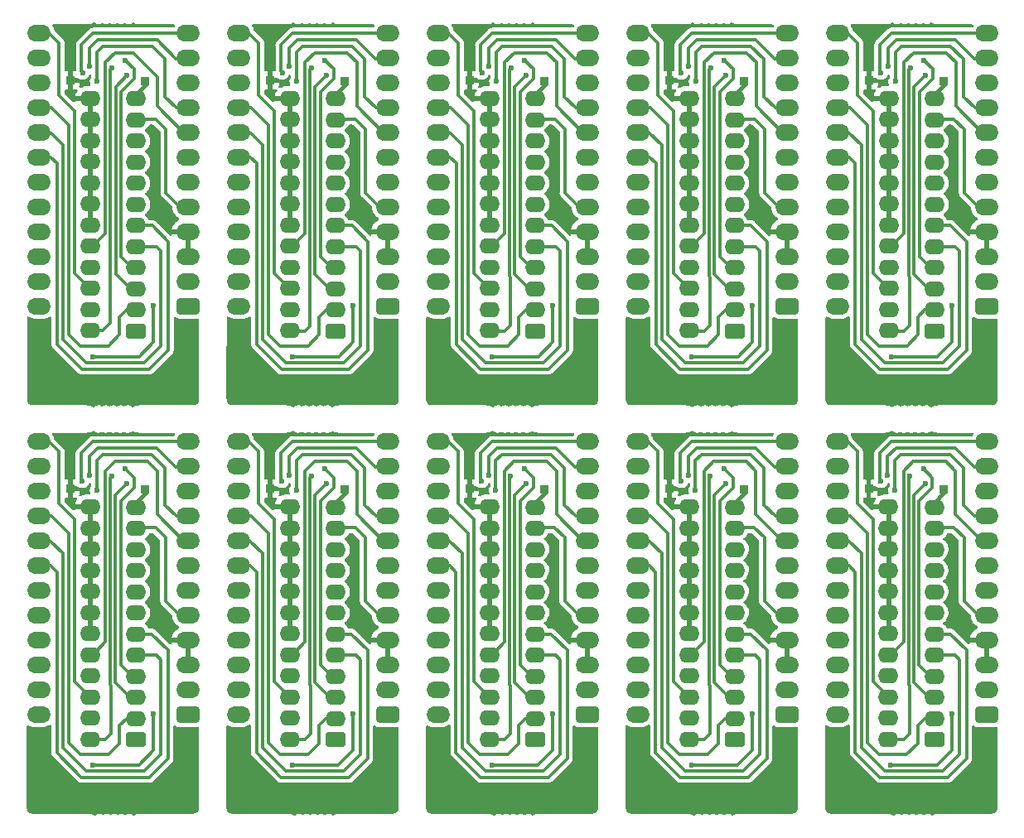
<source format=gbr>
%TF.GenerationSoftware,KiCad,Pcbnew,6.0.3-a3aad9c10e~116~ubuntu20.04.1*%
%TF.CreationDate,2022-03-20T15:04:53+01:00*%
%TF.ProjectId,10xPro_Micro_GPIB,31307850-726f-45f4-9d69-63726f5f4750,rev?*%
%TF.SameCoordinates,Original*%
%TF.FileFunction,Copper,L2,Bot*%
%TF.FilePolarity,Positive*%
%FSLAX46Y46*%
G04 Gerber Fmt 4.6, Leading zero omitted, Abs format (unit mm)*
G04 Created by KiCad (PCBNEW 6.0.3-a3aad9c10e~116~ubuntu20.04.1) date 2022-03-20 15:04:53*
%MOMM*%
%LPD*%
G01*
G04 APERTURE LIST*
G04 Aperture macros list*
%AMRoundRect*
0 Rectangle with rounded corners*
0 $1 Rounding radius*
0 $2 $3 $4 $5 $6 $7 $8 $9 X,Y pos of 4 corners*
0 Add a 4 corners polygon primitive as box body*
4,1,4,$2,$3,$4,$5,$6,$7,$8,$9,$2,$3,0*
0 Add four circle primitives for the rounded corners*
1,1,$1+$1,$2,$3*
1,1,$1+$1,$4,$5*
1,1,$1+$1,$6,$7*
1,1,$1+$1,$8,$9*
0 Add four rect primitives between the rounded corners*
20,1,$1+$1,$2,$3,$4,$5,0*
20,1,$1+$1,$4,$5,$6,$7,0*
20,1,$1+$1,$6,$7,$8,$9,0*
20,1,$1+$1,$8,$9,$2,$3,0*%
G04 Aperture macros list end*
%TA.AperFunction,ComponentPad*%
%ADD10RoundRect,0.400000X0.650000X-0.400000X0.650000X0.400000X-0.650000X0.400000X-0.650000X-0.400000X0*%
%TD*%
%TA.AperFunction,ComponentPad*%
%ADD11O,2.100000X1.600000*%
%TD*%
%TA.AperFunction,ComponentPad*%
%ADD12RoundRect,0.425000X0.775000X-0.425000X0.775000X0.425000X-0.775000X0.425000X-0.775000X-0.425000X0*%
%TD*%
%TA.AperFunction,ComponentPad*%
%ADD13O,2.400000X1.700000*%
%TD*%
%TA.AperFunction,ComponentPad*%
%ADD14R,0.850000X0.850000*%
%TD*%
%TA.AperFunction,ViaPad*%
%ADD15C,0.600000*%
%TD*%
%TA.AperFunction,ViaPad*%
%ADD16C,0.800000*%
%TD*%
%TA.AperFunction,Conductor*%
%ADD17C,0.300000*%
%TD*%
%TA.AperFunction,Conductor*%
%ADD18C,0.400000*%
%TD*%
%TA.AperFunction,Conductor*%
%ADD19C,0.500000*%
%TD*%
G04 APERTURE END LIST*
D10*
%TO.P,J1,1,Pin_1*%
%TO.N,GPIB 1 - DIO1*%
X106489076Y-95009000D03*
D11*
%TO.P,J1,2,Pin_2*%
%TO.N,GPIB 2 - DIO2*%
X106489076Y-92850000D03*
%TO.P,J1,3,Pin_3*%
%TO.N,GPIB 3 - DIO3*%
X106489076Y-90691000D03*
%TO.P,J1,4,Pin_4*%
%TO.N,GPIB 4 - DIO4*%
X106489076Y-88532000D03*
%TO.P,J1,5,Pin_5*%
%TO.N,GPIB 5 - EOI*%
X106489076Y-86373000D03*
%TO.P,J1,6,Pin_6*%
%TO.N,GPIB 6 - DAV*%
X106489076Y-84214000D03*
%TO.P,J1,7,Pin_7*%
%TO.N,GPIB 7-NRFD*%
X106489076Y-82055000D03*
%TO.P,J1,8,Pin_8*%
%TO.N,GPIB 8 - NDAC*%
X106489076Y-79896000D03*
%TO.P,J1,9,Pin_9*%
%TO.N,GPIB 9 - IFC*%
X106489076Y-77737000D03*
%TO.P,J1,10,Pin_10*%
%TO.N,GPIB 10 - SRQ*%
X106489076Y-75578000D03*
%TO.P,J1,11,Pin_11*%
%TO.N,GPIB 11 - ATN*%
X106489076Y-73419000D03*
%TO.P,J1,12,Pin_12*%
%TO.N,SHIELD*%
X106489076Y-71260000D03*
%TO.P,J1,13,Pin_13*%
%TO.N,GPIB 13 -DIO5*%
X101809076Y-94984500D03*
%TO.P,J1,14,Pin_14*%
%TO.N,GPIB 14 - DIO6*%
X101809076Y-92825500D03*
%TO.P,J1,15,Pin_15*%
%TO.N,GPIB 15 - DIO7*%
X101809076Y-90666500D03*
%TO.P,J1,16,Pin_16*%
%TO.N,GPIB 16 - DIO8*%
X101809076Y-88507500D03*
%TO.P,J1,17,Pin_17*%
%TO.N,GPIB 17 - REN*%
X101809076Y-86348500D03*
%TO.P,J1,18,Pin_18*%
%TO.N,GND*%
X101809076Y-84189500D03*
%TO.P,J1,19,Pin_19*%
X101809076Y-82030500D03*
%TO.P,J1,20,Pin_20*%
X101809076Y-79871500D03*
%TO.P,J1,21,Pin_21*%
X101809076Y-77712500D03*
%TO.P,J1,22,Pin_22*%
X101809076Y-75553500D03*
%TO.P,J1,23,Pin_23*%
X101809076Y-73394500D03*
%TO.P,J1,24,Pin_24*%
X101809076Y-71235500D03*
%TD*%
D12*
%TO.P,U1,1,D1/TX*%
%TO.N,unconnected-(U1-Pad1)*%
X91409076Y-92500000D03*
D13*
%TO.P,U1,2,D0/RX*%
%TO.N,unconnected-(U1-Pad2)*%
X91409076Y-89960000D03*
%TO.P,U1,3,GND*%
%TO.N,GND*%
X91409076Y-87420000D03*
%TO.P,U1,4,GND*%
X91409076Y-84880000D03*
%TO.P,U1,5,D2*%
%TO.N,GPIB 11 - ATN*%
X91409076Y-82340000D03*
%TO.P,U1,6,D3*%
%TO.N,GPIB 1 - DIO1*%
X91409076Y-79800000D03*
%TO.P,U1,7,D4/A6*%
%TO.N,GPIB 9 - IFC*%
X91409076Y-77260000D03*
%TO.P,U1,8,D5*%
%TO.N,GPIB 17 - REN*%
X91409076Y-74720000D03*
%TO.P,U1,9,D6/A7*%
%TO.N,GPIB 16 - DIO8*%
X91409076Y-72180000D03*
%TO.P,U1,10,D7*%
%TO.N,GPIB 10 - SRQ*%
X91409076Y-69640000D03*
%TO.P,U1,11,D8/A8*%
%TO.N,GPIB 13 -DIO5*%
X91409076Y-67100000D03*
%TO.P,U1,12,D9/A9*%
%TO.N,GPIB 14 - DIO6*%
X91409076Y-64560000D03*
%TO.P,U1,13,D10/A10*%
%TO.N,GPIB 15 - DIO7*%
X76169076Y-64560000D03*
%TO.P,U1,14,D16*%
%TO.N,GPIB 3 - DIO3*%
X76169076Y-67100000D03*
%TO.P,U1,15,D14*%
%TO.N,GPIB 4 - DIO4*%
X76169076Y-69640000D03*
%TO.P,U1,16,D15*%
%TO.N,GPIB 2 - DIO2*%
X76169076Y-72180000D03*
%TO.P,U1,17,D18/A0*%
%TO.N,GPIB 5 - EOI*%
X76169076Y-74720000D03*
%TO.P,U1,18,D19/A1*%
%TO.N,GPIB 6 - DAV*%
X76169076Y-77260000D03*
%TO.P,U1,19,D20/A2*%
%TO.N,GPIB 7-NRFD*%
X76169076Y-79800000D03*
%TO.P,U1,20,D21/A3*%
%TO.N,GPIB 8 - NDAC*%
X76169076Y-82340000D03*
%TO.P,U1,21,VCC*%
%TO.N,unconnected-(U1-Pad21)*%
X76169076Y-84880000D03*
%TO.P,U1,22,RST*%
%TO.N,unconnected-(U1-Pad22)*%
X76169076Y-87420000D03*
%TO.P,U1,23,GND*%
%TO.N,GND*%
X76169076Y-89960000D03*
%TO.P,U1,24,RAW*%
%TO.N,unconnected-(U1-Pad24)*%
X76169076Y-92500000D03*
%TD*%
D14*
%TO.P,J2,1,Pin_1*%
%TO.N,SHIELD*%
X148240000Y-111180000D03*
%TD*%
%TO.P,J2,1,Pin_1*%
%TO.N,SHIELD*%
X127852693Y-69420000D03*
%TD*%
%TO.P,J3,1,Pin_1*%
%TO.N,GND*%
X140569268Y-111150732D03*
%TD*%
%TO.P,J3,1,Pin_1*%
%TO.N,GND*%
X120181961Y-69390732D03*
%TD*%
D12*
%TO.P,U1,1,D1/TX*%
%TO.N,unconnected-(U1-Pad1)*%
X132209076Y-92500000D03*
D13*
%TO.P,U1,2,D0/RX*%
%TO.N,unconnected-(U1-Pad2)*%
X132209076Y-89960000D03*
%TO.P,U1,3,GND*%
%TO.N,GND*%
X132209076Y-87420000D03*
%TO.P,U1,4,GND*%
X132209076Y-84880000D03*
%TO.P,U1,5,D2*%
%TO.N,GPIB 11 - ATN*%
X132209076Y-82340000D03*
%TO.P,U1,6,D3*%
%TO.N,GPIB 1 - DIO1*%
X132209076Y-79800000D03*
%TO.P,U1,7,D4/A6*%
%TO.N,GPIB 9 - IFC*%
X132209076Y-77260000D03*
%TO.P,U1,8,D5*%
%TO.N,GPIB 17 - REN*%
X132209076Y-74720000D03*
%TO.P,U1,9,D6/A7*%
%TO.N,GPIB 16 - DIO8*%
X132209076Y-72180000D03*
%TO.P,U1,10,D7*%
%TO.N,GPIB 10 - SRQ*%
X132209076Y-69640000D03*
%TO.P,U1,11,D8/A8*%
%TO.N,GPIB 13 -DIO5*%
X132209076Y-67100000D03*
%TO.P,U1,12,D9/A9*%
%TO.N,GPIB 14 - DIO6*%
X132209076Y-64560000D03*
%TO.P,U1,13,D10/A10*%
%TO.N,GPIB 15 - DIO7*%
X116969076Y-64560000D03*
%TO.P,U1,14,D16*%
%TO.N,GPIB 3 - DIO3*%
X116969076Y-67100000D03*
%TO.P,U1,15,D14*%
%TO.N,GPIB 4 - DIO4*%
X116969076Y-69640000D03*
%TO.P,U1,16,D15*%
%TO.N,GPIB 2 - DIO2*%
X116969076Y-72180000D03*
%TO.P,U1,17,D18/A0*%
%TO.N,GPIB 5 - EOI*%
X116969076Y-74720000D03*
%TO.P,U1,18,D19/A1*%
%TO.N,GPIB 6 - DAV*%
X116969076Y-77260000D03*
%TO.P,U1,19,D20/A2*%
%TO.N,GPIB 7-NRFD*%
X116969076Y-79800000D03*
%TO.P,U1,20,D21/A3*%
%TO.N,GPIB 8 - NDAC*%
X116969076Y-82340000D03*
%TO.P,U1,21,VCC*%
%TO.N,unconnected-(U1-Pad21)*%
X116969076Y-84880000D03*
%TO.P,U1,22,RST*%
%TO.N,unconnected-(U1-Pad22)*%
X116969076Y-87420000D03*
%TO.P,U1,23,GND*%
%TO.N,GND*%
X116969076Y-89960000D03*
%TO.P,U1,24,RAW*%
%TO.N,unconnected-(U1-Pad24)*%
X116969076Y-92500000D03*
%TD*%
D14*
%TO.P,J2,1,Pin_1*%
%TO.N,SHIELD*%
X107440000Y-111180000D03*
%TD*%
%TO.P,J2,1,Pin_1*%
%TO.N,SHIELD*%
X148252693Y-69420000D03*
%TD*%
%TO.P,J3,1,Pin_1*%
%TO.N,GND*%
X140581961Y-69390732D03*
%TD*%
%TO.P,J3,1,Pin_1*%
%TO.N,GND*%
X58981961Y-69390732D03*
%TD*%
%TO.P,J2,1,Pin_1*%
%TO.N,SHIELD*%
X87040000Y-111180000D03*
%TD*%
D10*
%TO.P,J1,1,Pin_1*%
%TO.N,GPIB 1 - DIO1*%
X65676383Y-136769000D03*
D11*
%TO.P,J1,2,Pin_2*%
%TO.N,GPIB 2 - DIO2*%
X65676383Y-134610000D03*
%TO.P,J1,3,Pin_3*%
%TO.N,GPIB 3 - DIO3*%
X65676383Y-132451000D03*
%TO.P,J1,4,Pin_4*%
%TO.N,GPIB 4 - DIO4*%
X65676383Y-130292000D03*
%TO.P,J1,5,Pin_5*%
%TO.N,GPIB 5 - EOI*%
X65676383Y-128133000D03*
%TO.P,J1,6,Pin_6*%
%TO.N,GPIB 6 - DAV*%
X65676383Y-125974000D03*
%TO.P,J1,7,Pin_7*%
%TO.N,GPIB 7-NRFD*%
X65676383Y-123815000D03*
%TO.P,J1,8,Pin_8*%
%TO.N,GPIB 8 - NDAC*%
X65676383Y-121656000D03*
%TO.P,J1,9,Pin_9*%
%TO.N,GPIB 9 - IFC*%
X65676383Y-119497000D03*
%TO.P,J1,10,Pin_10*%
%TO.N,GPIB 10 - SRQ*%
X65676383Y-117338000D03*
%TO.P,J1,11,Pin_11*%
%TO.N,GPIB 11 - ATN*%
X65676383Y-115179000D03*
%TO.P,J1,12,Pin_12*%
%TO.N,SHIELD*%
X65676383Y-113020000D03*
%TO.P,J1,13,Pin_13*%
%TO.N,GPIB 13 -DIO5*%
X60996383Y-136744500D03*
%TO.P,J1,14,Pin_14*%
%TO.N,GPIB 14 - DIO6*%
X60996383Y-134585500D03*
%TO.P,J1,15,Pin_15*%
%TO.N,GPIB 15 - DIO7*%
X60996383Y-132426500D03*
%TO.P,J1,16,Pin_16*%
%TO.N,GPIB 16 - DIO8*%
X60996383Y-130267500D03*
%TO.P,J1,17,Pin_17*%
%TO.N,GPIB 17 - REN*%
X60996383Y-128108500D03*
%TO.P,J1,18,Pin_18*%
%TO.N,GND*%
X60996383Y-125949500D03*
%TO.P,J1,19,Pin_19*%
X60996383Y-123790500D03*
%TO.P,J1,20,Pin_20*%
X60996383Y-121631500D03*
%TO.P,J1,21,Pin_21*%
X60996383Y-119472500D03*
%TO.P,J1,22,Pin_22*%
X60996383Y-117313500D03*
%TO.P,J1,23,Pin_23*%
X60996383Y-115154500D03*
%TO.P,J1,24,Pin_24*%
X60996383Y-112995500D03*
%TD*%
D12*
%TO.P,U1,1,D1/TX*%
%TO.N,unconnected-(U1-Pad1)*%
X111796383Y-134260000D03*
D13*
%TO.P,U1,2,D0/RX*%
%TO.N,unconnected-(U1-Pad2)*%
X111796383Y-131720000D03*
%TO.P,U1,3,GND*%
%TO.N,GND*%
X111796383Y-129180000D03*
%TO.P,U1,4,GND*%
X111796383Y-126640000D03*
%TO.P,U1,5,D2*%
%TO.N,GPIB 11 - ATN*%
X111796383Y-124100000D03*
%TO.P,U1,6,D3*%
%TO.N,GPIB 1 - DIO1*%
X111796383Y-121560000D03*
%TO.P,U1,7,D4/A6*%
%TO.N,GPIB 9 - IFC*%
X111796383Y-119020000D03*
%TO.P,U1,8,D5*%
%TO.N,GPIB 17 - REN*%
X111796383Y-116480000D03*
%TO.P,U1,9,D6/A7*%
%TO.N,GPIB 16 - DIO8*%
X111796383Y-113940000D03*
%TO.P,U1,10,D7*%
%TO.N,GPIB 10 - SRQ*%
X111796383Y-111400000D03*
%TO.P,U1,11,D8/A8*%
%TO.N,GPIB 13 -DIO5*%
X111796383Y-108860000D03*
%TO.P,U1,12,D9/A9*%
%TO.N,GPIB 14 - DIO6*%
X111796383Y-106320000D03*
%TO.P,U1,13,D10/A10*%
%TO.N,GPIB 15 - DIO7*%
X96556383Y-106320000D03*
%TO.P,U1,14,D16*%
%TO.N,GPIB 3 - DIO3*%
X96556383Y-108860000D03*
%TO.P,U1,15,D14*%
%TO.N,GPIB 4 - DIO4*%
X96556383Y-111400000D03*
%TO.P,U1,16,D15*%
%TO.N,GPIB 2 - DIO2*%
X96556383Y-113940000D03*
%TO.P,U1,17,D18/A0*%
%TO.N,GPIB 5 - EOI*%
X96556383Y-116480000D03*
%TO.P,U1,18,D19/A1*%
%TO.N,GPIB 6 - DAV*%
X96556383Y-119020000D03*
%TO.P,U1,19,D20/A2*%
%TO.N,GPIB 7-NRFD*%
X96556383Y-121560000D03*
%TO.P,U1,20,D21/A3*%
%TO.N,GPIB 8 - NDAC*%
X96556383Y-124100000D03*
%TO.P,U1,21,VCC*%
%TO.N,unconnected-(U1-Pad21)*%
X96556383Y-126640000D03*
%TO.P,U1,22,RST*%
%TO.N,unconnected-(U1-Pad22)*%
X96556383Y-129180000D03*
%TO.P,U1,23,GND*%
%TO.N,GND*%
X96556383Y-131720000D03*
%TO.P,U1,24,RAW*%
%TO.N,unconnected-(U1-Pad24)*%
X96556383Y-134260000D03*
%TD*%
D10*
%TO.P,J1,1,Pin_1*%
%TO.N,GPIB 1 - DIO1*%
X147289076Y-95009000D03*
D11*
%TO.P,J1,2,Pin_2*%
%TO.N,GPIB 2 - DIO2*%
X147289076Y-92850000D03*
%TO.P,J1,3,Pin_3*%
%TO.N,GPIB 3 - DIO3*%
X147289076Y-90691000D03*
%TO.P,J1,4,Pin_4*%
%TO.N,GPIB 4 - DIO4*%
X147289076Y-88532000D03*
%TO.P,J1,5,Pin_5*%
%TO.N,GPIB 5 - EOI*%
X147289076Y-86373000D03*
%TO.P,J1,6,Pin_6*%
%TO.N,GPIB 6 - DAV*%
X147289076Y-84214000D03*
%TO.P,J1,7,Pin_7*%
%TO.N,GPIB 7-NRFD*%
X147289076Y-82055000D03*
%TO.P,J1,8,Pin_8*%
%TO.N,GPIB 8 - NDAC*%
X147289076Y-79896000D03*
%TO.P,J1,9,Pin_9*%
%TO.N,GPIB 9 - IFC*%
X147289076Y-77737000D03*
%TO.P,J1,10,Pin_10*%
%TO.N,GPIB 10 - SRQ*%
X147289076Y-75578000D03*
%TO.P,J1,11,Pin_11*%
%TO.N,GPIB 11 - ATN*%
X147289076Y-73419000D03*
%TO.P,J1,12,Pin_12*%
%TO.N,SHIELD*%
X147289076Y-71260000D03*
%TO.P,J1,13,Pin_13*%
%TO.N,GPIB 13 -DIO5*%
X142609076Y-94984500D03*
%TO.P,J1,14,Pin_14*%
%TO.N,GPIB 14 - DIO6*%
X142609076Y-92825500D03*
%TO.P,J1,15,Pin_15*%
%TO.N,GPIB 15 - DIO7*%
X142609076Y-90666500D03*
%TO.P,J1,16,Pin_16*%
%TO.N,GPIB 16 - DIO8*%
X142609076Y-88507500D03*
%TO.P,J1,17,Pin_17*%
%TO.N,GPIB 17 - REN*%
X142609076Y-86348500D03*
%TO.P,J1,18,Pin_18*%
%TO.N,GND*%
X142609076Y-84189500D03*
%TO.P,J1,19,Pin_19*%
X142609076Y-82030500D03*
%TO.P,J1,20,Pin_20*%
X142609076Y-79871500D03*
%TO.P,J1,21,Pin_21*%
X142609076Y-77712500D03*
%TO.P,J1,22,Pin_22*%
X142609076Y-75553500D03*
%TO.P,J1,23,Pin_23*%
X142609076Y-73394500D03*
%TO.P,J1,24,Pin_24*%
X142609076Y-71235500D03*
%TD*%
D10*
%TO.P,J1,1,Pin_1*%
%TO.N,GPIB 1 - DIO1*%
X86089076Y-95009000D03*
D11*
%TO.P,J1,2,Pin_2*%
%TO.N,GPIB 2 - DIO2*%
X86089076Y-92850000D03*
%TO.P,J1,3,Pin_3*%
%TO.N,GPIB 3 - DIO3*%
X86089076Y-90691000D03*
%TO.P,J1,4,Pin_4*%
%TO.N,GPIB 4 - DIO4*%
X86089076Y-88532000D03*
%TO.P,J1,5,Pin_5*%
%TO.N,GPIB 5 - EOI*%
X86089076Y-86373000D03*
%TO.P,J1,6,Pin_6*%
%TO.N,GPIB 6 - DAV*%
X86089076Y-84214000D03*
%TO.P,J1,7,Pin_7*%
%TO.N,GPIB 7-NRFD*%
X86089076Y-82055000D03*
%TO.P,J1,8,Pin_8*%
%TO.N,GPIB 8 - NDAC*%
X86089076Y-79896000D03*
%TO.P,J1,9,Pin_9*%
%TO.N,GPIB 9 - IFC*%
X86089076Y-77737000D03*
%TO.P,J1,10,Pin_10*%
%TO.N,GPIB 10 - SRQ*%
X86089076Y-75578000D03*
%TO.P,J1,11,Pin_11*%
%TO.N,GPIB 11 - ATN*%
X86089076Y-73419000D03*
%TO.P,J1,12,Pin_12*%
%TO.N,SHIELD*%
X86089076Y-71260000D03*
%TO.P,J1,13,Pin_13*%
%TO.N,GPIB 13 -DIO5*%
X81409076Y-94984500D03*
%TO.P,J1,14,Pin_14*%
%TO.N,GPIB 14 - DIO6*%
X81409076Y-92825500D03*
%TO.P,J1,15,Pin_15*%
%TO.N,GPIB 15 - DIO7*%
X81409076Y-90666500D03*
%TO.P,J1,16,Pin_16*%
%TO.N,GPIB 16 - DIO8*%
X81409076Y-88507500D03*
%TO.P,J1,17,Pin_17*%
%TO.N,GPIB 17 - REN*%
X81409076Y-86348500D03*
%TO.P,J1,18,Pin_18*%
%TO.N,GND*%
X81409076Y-84189500D03*
%TO.P,J1,19,Pin_19*%
X81409076Y-82030500D03*
%TO.P,J1,20,Pin_20*%
X81409076Y-79871500D03*
%TO.P,J1,21,Pin_21*%
X81409076Y-77712500D03*
%TO.P,J1,22,Pin_22*%
X81409076Y-75553500D03*
%TO.P,J1,23,Pin_23*%
X81409076Y-73394500D03*
%TO.P,J1,24,Pin_24*%
X81409076Y-71235500D03*
%TD*%
D12*
%TO.P,U1,1,D1/TX*%
%TO.N,unconnected-(U1-Pad1)*%
X152609076Y-92500000D03*
D13*
%TO.P,U1,2,D0/RX*%
%TO.N,unconnected-(U1-Pad2)*%
X152609076Y-89960000D03*
%TO.P,U1,3,GND*%
%TO.N,GND*%
X152609076Y-87420000D03*
%TO.P,U1,4,GND*%
X152609076Y-84880000D03*
%TO.P,U1,5,D2*%
%TO.N,GPIB 11 - ATN*%
X152609076Y-82340000D03*
%TO.P,U1,6,D3*%
%TO.N,GPIB 1 - DIO1*%
X152609076Y-79800000D03*
%TO.P,U1,7,D4/A6*%
%TO.N,GPIB 9 - IFC*%
X152609076Y-77260000D03*
%TO.P,U1,8,D5*%
%TO.N,GPIB 17 - REN*%
X152609076Y-74720000D03*
%TO.P,U1,9,D6/A7*%
%TO.N,GPIB 16 - DIO8*%
X152609076Y-72180000D03*
%TO.P,U1,10,D7*%
%TO.N,GPIB 10 - SRQ*%
X152609076Y-69640000D03*
%TO.P,U1,11,D8/A8*%
%TO.N,GPIB 13 -DIO5*%
X152609076Y-67100000D03*
%TO.P,U1,12,D9/A9*%
%TO.N,GPIB 14 - DIO6*%
X152609076Y-64560000D03*
%TO.P,U1,13,D10/A10*%
%TO.N,GPIB 15 - DIO7*%
X137369076Y-64560000D03*
%TO.P,U1,14,D16*%
%TO.N,GPIB 3 - DIO3*%
X137369076Y-67100000D03*
%TO.P,U1,15,D14*%
%TO.N,GPIB 4 - DIO4*%
X137369076Y-69640000D03*
%TO.P,U1,16,D15*%
%TO.N,GPIB 2 - DIO2*%
X137369076Y-72180000D03*
%TO.P,U1,17,D18/A0*%
%TO.N,GPIB 5 - EOI*%
X137369076Y-74720000D03*
%TO.P,U1,18,D19/A1*%
%TO.N,GPIB 6 - DAV*%
X137369076Y-77260000D03*
%TO.P,U1,19,D20/A2*%
%TO.N,GPIB 7-NRFD*%
X137369076Y-79800000D03*
%TO.P,U1,20,D21/A3*%
%TO.N,GPIB 8 - NDAC*%
X137369076Y-82340000D03*
%TO.P,U1,21,VCC*%
%TO.N,unconnected-(U1-Pad21)*%
X137369076Y-84880000D03*
%TO.P,U1,22,RST*%
%TO.N,unconnected-(U1-Pad22)*%
X137369076Y-87420000D03*
%TO.P,U1,23,GND*%
%TO.N,GND*%
X137369076Y-89960000D03*
%TO.P,U1,24,RAW*%
%TO.N,unconnected-(U1-Pad24)*%
X137369076Y-92500000D03*
%TD*%
D14*
%TO.P,J3,1,Pin_1*%
%TO.N,GND*%
X120169268Y-111150732D03*
%TD*%
D10*
%TO.P,J1,1,Pin_1*%
%TO.N,GPIB 1 - DIO1*%
X106476383Y-136769000D03*
D11*
%TO.P,J1,2,Pin_2*%
%TO.N,GPIB 2 - DIO2*%
X106476383Y-134610000D03*
%TO.P,J1,3,Pin_3*%
%TO.N,GPIB 3 - DIO3*%
X106476383Y-132451000D03*
%TO.P,J1,4,Pin_4*%
%TO.N,GPIB 4 - DIO4*%
X106476383Y-130292000D03*
%TO.P,J1,5,Pin_5*%
%TO.N,GPIB 5 - EOI*%
X106476383Y-128133000D03*
%TO.P,J1,6,Pin_6*%
%TO.N,GPIB 6 - DAV*%
X106476383Y-125974000D03*
%TO.P,J1,7,Pin_7*%
%TO.N,GPIB 7-NRFD*%
X106476383Y-123815000D03*
%TO.P,J1,8,Pin_8*%
%TO.N,GPIB 8 - NDAC*%
X106476383Y-121656000D03*
%TO.P,J1,9,Pin_9*%
%TO.N,GPIB 9 - IFC*%
X106476383Y-119497000D03*
%TO.P,J1,10,Pin_10*%
%TO.N,GPIB 10 - SRQ*%
X106476383Y-117338000D03*
%TO.P,J1,11,Pin_11*%
%TO.N,GPIB 11 - ATN*%
X106476383Y-115179000D03*
%TO.P,J1,12,Pin_12*%
%TO.N,SHIELD*%
X106476383Y-113020000D03*
%TO.P,J1,13,Pin_13*%
%TO.N,GPIB 13 -DIO5*%
X101796383Y-136744500D03*
%TO.P,J1,14,Pin_14*%
%TO.N,GPIB 14 - DIO6*%
X101796383Y-134585500D03*
%TO.P,J1,15,Pin_15*%
%TO.N,GPIB 15 - DIO7*%
X101796383Y-132426500D03*
%TO.P,J1,16,Pin_16*%
%TO.N,GPIB 16 - DIO8*%
X101796383Y-130267500D03*
%TO.P,J1,17,Pin_17*%
%TO.N,GPIB 17 - REN*%
X101796383Y-128108500D03*
%TO.P,J1,18,Pin_18*%
%TO.N,GND*%
X101796383Y-125949500D03*
%TO.P,J1,19,Pin_19*%
X101796383Y-123790500D03*
%TO.P,J1,20,Pin_20*%
X101796383Y-121631500D03*
%TO.P,J1,21,Pin_21*%
X101796383Y-119472500D03*
%TO.P,J1,22,Pin_22*%
X101796383Y-117313500D03*
%TO.P,J1,23,Pin_23*%
X101796383Y-115154500D03*
%TO.P,J1,24,Pin_24*%
X101796383Y-112995500D03*
%TD*%
D12*
%TO.P,U1,1,D1/TX*%
%TO.N,unconnected-(U1-Pad1)*%
X111809076Y-92500000D03*
D13*
%TO.P,U1,2,D0/RX*%
%TO.N,unconnected-(U1-Pad2)*%
X111809076Y-89960000D03*
%TO.P,U1,3,GND*%
%TO.N,GND*%
X111809076Y-87420000D03*
%TO.P,U1,4,GND*%
X111809076Y-84880000D03*
%TO.P,U1,5,D2*%
%TO.N,GPIB 11 - ATN*%
X111809076Y-82340000D03*
%TO.P,U1,6,D3*%
%TO.N,GPIB 1 - DIO1*%
X111809076Y-79800000D03*
%TO.P,U1,7,D4/A6*%
%TO.N,GPIB 9 - IFC*%
X111809076Y-77260000D03*
%TO.P,U1,8,D5*%
%TO.N,GPIB 17 - REN*%
X111809076Y-74720000D03*
%TO.P,U1,9,D6/A7*%
%TO.N,GPIB 16 - DIO8*%
X111809076Y-72180000D03*
%TO.P,U1,10,D7*%
%TO.N,GPIB 10 - SRQ*%
X111809076Y-69640000D03*
%TO.P,U1,11,D8/A8*%
%TO.N,GPIB 13 -DIO5*%
X111809076Y-67100000D03*
%TO.P,U1,12,D9/A9*%
%TO.N,GPIB 14 - DIO6*%
X111809076Y-64560000D03*
%TO.P,U1,13,D10/A10*%
%TO.N,GPIB 15 - DIO7*%
X96569076Y-64560000D03*
%TO.P,U1,14,D16*%
%TO.N,GPIB 3 - DIO3*%
X96569076Y-67100000D03*
%TO.P,U1,15,D14*%
%TO.N,GPIB 4 - DIO4*%
X96569076Y-69640000D03*
%TO.P,U1,16,D15*%
%TO.N,GPIB 2 - DIO2*%
X96569076Y-72180000D03*
%TO.P,U1,17,D18/A0*%
%TO.N,GPIB 5 - EOI*%
X96569076Y-74720000D03*
%TO.P,U1,18,D19/A1*%
%TO.N,GPIB 6 - DAV*%
X96569076Y-77260000D03*
%TO.P,U1,19,D20/A2*%
%TO.N,GPIB 7-NRFD*%
X96569076Y-79800000D03*
%TO.P,U1,20,D21/A3*%
%TO.N,GPIB 8 - NDAC*%
X96569076Y-82340000D03*
%TO.P,U1,21,VCC*%
%TO.N,unconnected-(U1-Pad21)*%
X96569076Y-84880000D03*
%TO.P,U1,22,RST*%
%TO.N,unconnected-(U1-Pad22)*%
X96569076Y-87420000D03*
%TO.P,U1,23,GND*%
%TO.N,GND*%
X96569076Y-89960000D03*
%TO.P,U1,24,RAW*%
%TO.N,unconnected-(U1-Pad24)*%
X96569076Y-92500000D03*
%TD*%
D12*
%TO.P,U1,1,D1/TX*%
%TO.N,unconnected-(U1-Pad1)*%
X71009076Y-92500000D03*
D13*
%TO.P,U1,2,D0/RX*%
%TO.N,unconnected-(U1-Pad2)*%
X71009076Y-89960000D03*
%TO.P,U1,3,GND*%
%TO.N,GND*%
X71009076Y-87420000D03*
%TO.P,U1,4,GND*%
X71009076Y-84880000D03*
%TO.P,U1,5,D2*%
%TO.N,GPIB 11 - ATN*%
X71009076Y-82340000D03*
%TO.P,U1,6,D3*%
%TO.N,GPIB 1 - DIO1*%
X71009076Y-79800000D03*
%TO.P,U1,7,D4/A6*%
%TO.N,GPIB 9 - IFC*%
X71009076Y-77260000D03*
%TO.P,U1,8,D5*%
%TO.N,GPIB 17 - REN*%
X71009076Y-74720000D03*
%TO.P,U1,9,D6/A7*%
%TO.N,GPIB 16 - DIO8*%
X71009076Y-72180000D03*
%TO.P,U1,10,D7*%
%TO.N,GPIB 10 - SRQ*%
X71009076Y-69640000D03*
%TO.P,U1,11,D8/A8*%
%TO.N,GPIB 13 -DIO5*%
X71009076Y-67100000D03*
%TO.P,U1,12,D9/A9*%
%TO.N,GPIB 14 - DIO6*%
X71009076Y-64560000D03*
%TO.P,U1,13,D10/A10*%
%TO.N,GPIB 15 - DIO7*%
X55769076Y-64560000D03*
%TO.P,U1,14,D16*%
%TO.N,GPIB 3 - DIO3*%
X55769076Y-67100000D03*
%TO.P,U1,15,D14*%
%TO.N,GPIB 4 - DIO4*%
X55769076Y-69640000D03*
%TO.P,U1,16,D15*%
%TO.N,GPIB 2 - DIO2*%
X55769076Y-72180000D03*
%TO.P,U1,17,D18/A0*%
%TO.N,GPIB 5 - EOI*%
X55769076Y-74720000D03*
%TO.P,U1,18,D19/A1*%
%TO.N,GPIB 6 - DAV*%
X55769076Y-77260000D03*
%TO.P,U1,19,D20/A2*%
%TO.N,GPIB 7-NRFD*%
X55769076Y-79800000D03*
%TO.P,U1,20,D21/A3*%
%TO.N,GPIB 8 - NDAC*%
X55769076Y-82340000D03*
%TO.P,U1,21,VCC*%
%TO.N,unconnected-(U1-Pad21)*%
X55769076Y-84880000D03*
%TO.P,U1,22,RST*%
%TO.N,unconnected-(U1-Pad22)*%
X55769076Y-87420000D03*
%TO.P,U1,23,GND*%
%TO.N,GND*%
X55769076Y-89960000D03*
%TO.P,U1,24,RAW*%
%TO.N,unconnected-(U1-Pad24)*%
X55769076Y-92500000D03*
%TD*%
D14*
%TO.P,J2,1,Pin_1*%
%TO.N,SHIELD*%
X107452693Y-69420000D03*
%TD*%
D12*
%TO.P,U1,1,D1/TX*%
%TO.N,unconnected-(U1-Pad1)*%
X152596383Y-134260000D03*
D13*
%TO.P,U1,2,D0/RX*%
%TO.N,unconnected-(U1-Pad2)*%
X152596383Y-131720000D03*
%TO.P,U1,3,GND*%
%TO.N,GND*%
X152596383Y-129180000D03*
%TO.P,U1,4,GND*%
X152596383Y-126640000D03*
%TO.P,U1,5,D2*%
%TO.N,GPIB 11 - ATN*%
X152596383Y-124100000D03*
%TO.P,U1,6,D3*%
%TO.N,GPIB 1 - DIO1*%
X152596383Y-121560000D03*
%TO.P,U1,7,D4/A6*%
%TO.N,GPIB 9 - IFC*%
X152596383Y-119020000D03*
%TO.P,U1,8,D5*%
%TO.N,GPIB 17 - REN*%
X152596383Y-116480000D03*
%TO.P,U1,9,D6/A7*%
%TO.N,GPIB 16 - DIO8*%
X152596383Y-113940000D03*
%TO.P,U1,10,D7*%
%TO.N,GPIB 10 - SRQ*%
X152596383Y-111400000D03*
%TO.P,U1,11,D8/A8*%
%TO.N,GPIB 13 -DIO5*%
X152596383Y-108860000D03*
%TO.P,U1,12,D9/A9*%
%TO.N,GPIB 14 - DIO6*%
X152596383Y-106320000D03*
%TO.P,U1,13,D10/A10*%
%TO.N,GPIB 15 - DIO7*%
X137356383Y-106320000D03*
%TO.P,U1,14,D16*%
%TO.N,GPIB 3 - DIO3*%
X137356383Y-108860000D03*
%TO.P,U1,15,D14*%
%TO.N,GPIB 4 - DIO4*%
X137356383Y-111400000D03*
%TO.P,U1,16,D15*%
%TO.N,GPIB 2 - DIO2*%
X137356383Y-113940000D03*
%TO.P,U1,17,D18/A0*%
%TO.N,GPIB 5 - EOI*%
X137356383Y-116480000D03*
%TO.P,U1,18,D19/A1*%
%TO.N,GPIB 6 - DAV*%
X137356383Y-119020000D03*
%TO.P,U1,19,D20/A2*%
%TO.N,GPIB 7-NRFD*%
X137356383Y-121560000D03*
%TO.P,U1,20,D21/A3*%
%TO.N,GPIB 8 - NDAC*%
X137356383Y-124100000D03*
%TO.P,U1,21,VCC*%
%TO.N,unconnected-(U1-Pad21)*%
X137356383Y-126640000D03*
%TO.P,U1,22,RST*%
%TO.N,unconnected-(U1-Pad22)*%
X137356383Y-129180000D03*
%TO.P,U1,23,GND*%
%TO.N,GND*%
X137356383Y-131720000D03*
%TO.P,U1,24,RAW*%
%TO.N,unconnected-(U1-Pad24)*%
X137356383Y-134260000D03*
%TD*%
D14*
%TO.P,J2,1,Pin_1*%
%TO.N,SHIELD*%
X127840000Y-111180000D03*
%TD*%
%TO.P,J2,1,Pin_1*%
%TO.N,SHIELD*%
X87052693Y-69420000D03*
%TD*%
%TO.P,J3,1,Pin_1*%
%TO.N,GND*%
X99781961Y-69390732D03*
%TD*%
D10*
%TO.P,J1,1,Pin_1*%
%TO.N,GPIB 1 - DIO1*%
X65689076Y-95009000D03*
D11*
%TO.P,J1,2,Pin_2*%
%TO.N,GPIB 2 - DIO2*%
X65689076Y-92850000D03*
%TO.P,J1,3,Pin_3*%
%TO.N,GPIB 3 - DIO3*%
X65689076Y-90691000D03*
%TO.P,J1,4,Pin_4*%
%TO.N,GPIB 4 - DIO4*%
X65689076Y-88532000D03*
%TO.P,J1,5,Pin_5*%
%TO.N,GPIB 5 - EOI*%
X65689076Y-86373000D03*
%TO.P,J1,6,Pin_6*%
%TO.N,GPIB 6 - DAV*%
X65689076Y-84214000D03*
%TO.P,J1,7,Pin_7*%
%TO.N,GPIB 7-NRFD*%
X65689076Y-82055000D03*
%TO.P,J1,8,Pin_8*%
%TO.N,GPIB 8 - NDAC*%
X65689076Y-79896000D03*
%TO.P,J1,9,Pin_9*%
%TO.N,GPIB 9 - IFC*%
X65689076Y-77737000D03*
%TO.P,J1,10,Pin_10*%
%TO.N,GPIB 10 - SRQ*%
X65689076Y-75578000D03*
%TO.P,J1,11,Pin_11*%
%TO.N,GPIB 11 - ATN*%
X65689076Y-73419000D03*
%TO.P,J1,12,Pin_12*%
%TO.N,SHIELD*%
X65689076Y-71260000D03*
%TO.P,J1,13,Pin_13*%
%TO.N,GPIB 13 -DIO5*%
X61009076Y-94984500D03*
%TO.P,J1,14,Pin_14*%
%TO.N,GPIB 14 - DIO6*%
X61009076Y-92825500D03*
%TO.P,J1,15,Pin_15*%
%TO.N,GPIB 15 - DIO7*%
X61009076Y-90666500D03*
%TO.P,J1,16,Pin_16*%
%TO.N,GPIB 16 - DIO8*%
X61009076Y-88507500D03*
%TO.P,J1,17,Pin_17*%
%TO.N,GPIB 17 - REN*%
X61009076Y-86348500D03*
%TO.P,J1,18,Pin_18*%
%TO.N,GND*%
X61009076Y-84189500D03*
%TO.P,J1,19,Pin_19*%
X61009076Y-82030500D03*
%TO.P,J1,20,Pin_20*%
X61009076Y-79871500D03*
%TO.P,J1,21,Pin_21*%
X61009076Y-77712500D03*
%TO.P,J1,22,Pin_22*%
X61009076Y-75553500D03*
%TO.P,J1,23,Pin_23*%
X61009076Y-73394500D03*
%TO.P,J1,24,Pin_24*%
X61009076Y-71235500D03*
%TD*%
D14*
%TO.P,J3,1,Pin_1*%
%TO.N,GND*%
X99769268Y-111150732D03*
%TD*%
D12*
%TO.P,U1,1,D1/TX*%
%TO.N,unconnected-(U1-Pad1)*%
X70996383Y-134260000D03*
D13*
%TO.P,U1,2,D0/RX*%
%TO.N,unconnected-(U1-Pad2)*%
X70996383Y-131720000D03*
%TO.P,U1,3,GND*%
%TO.N,GND*%
X70996383Y-129180000D03*
%TO.P,U1,4,GND*%
X70996383Y-126640000D03*
%TO.P,U1,5,D2*%
%TO.N,GPIB 11 - ATN*%
X70996383Y-124100000D03*
%TO.P,U1,6,D3*%
%TO.N,GPIB 1 - DIO1*%
X70996383Y-121560000D03*
%TO.P,U1,7,D4/A6*%
%TO.N,GPIB 9 - IFC*%
X70996383Y-119020000D03*
%TO.P,U1,8,D5*%
%TO.N,GPIB 17 - REN*%
X70996383Y-116480000D03*
%TO.P,U1,9,D6/A7*%
%TO.N,GPIB 16 - DIO8*%
X70996383Y-113940000D03*
%TO.P,U1,10,D7*%
%TO.N,GPIB 10 - SRQ*%
X70996383Y-111400000D03*
%TO.P,U1,11,D8/A8*%
%TO.N,GPIB 13 -DIO5*%
X70996383Y-108860000D03*
%TO.P,U1,12,D9/A9*%
%TO.N,GPIB 14 - DIO6*%
X70996383Y-106320000D03*
%TO.P,U1,13,D10/A10*%
%TO.N,GPIB 15 - DIO7*%
X55756383Y-106320000D03*
%TO.P,U1,14,D16*%
%TO.N,GPIB 3 - DIO3*%
X55756383Y-108860000D03*
%TO.P,U1,15,D14*%
%TO.N,GPIB 4 - DIO4*%
X55756383Y-111400000D03*
%TO.P,U1,16,D15*%
%TO.N,GPIB 2 - DIO2*%
X55756383Y-113940000D03*
%TO.P,U1,17,D18/A0*%
%TO.N,GPIB 5 - EOI*%
X55756383Y-116480000D03*
%TO.P,U1,18,D19/A1*%
%TO.N,GPIB 6 - DAV*%
X55756383Y-119020000D03*
%TO.P,U1,19,D20/A2*%
%TO.N,GPIB 7-NRFD*%
X55756383Y-121560000D03*
%TO.P,U1,20,D21/A3*%
%TO.N,GPIB 8 - NDAC*%
X55756383Y-124100000D03*
%TO.P,U1,21,VCC*%
%TO.N,unconnected-(U1-Pad21)*%
X55756383Y-126640000D03*
%TO.P,U1,22,RST*%
%TO.N,unconnected-(U1-Pad22)*%
X55756383Y-129180000D03*
%TO.P,U1,23,GND*%
%TO.N,GND*%
X55756383Y-131720000D03*
%TO.P,U1,24,RAW*%
%TO.N,unconnected-(U1-Pad24)*%
X55756383Y-134260000D03*
%TD*%
D14*
%TO.P,J2,1,Pin_1*%
%TO.N,SHIELD*%
X66652693Y-69420000D03*
%TD*%
D12*
%TO.P,U1,1,D1/TX*%
%TO.N,unconnected-(U1-Pad1)*%
X91396383Y-134260000D03*
D13*
%TO.P,U1,2,D0/RX*%
%TO.N,unconnected-(U1-Pad2)*%
X91396383Y-131720000D03*
%TO.P,U1,3,GND*%
%TO.N,GND*%
X91396383Y-129180000D03*
%TO.P,U1,4,GND*%
X91396383Y-126640000D03*
%TO.P,U1,5,D2*%
%TO.N,GPIB 11 - ATN*%
X91396383Y-124100000D03*
%TO.P,U1,6,D3*%
%TO.N,GPIB 1 - DIO1*%
X91396383Y-121560000D03*
%TO.P,U1,7,D4/A6*%
%TO.N,GPIB 9 - IFC*%
X91396383Y-119020000D03*
%TO.P,U1,8,D5*%
%TO.N,GPIB 17 - REN*%
X91396383Y-116480000D03*
%TO.P,U1,9,D6/A7*%
%TO.N,GPIB 16 - DIO8*%
X91396383Y-113940000D03*
%TO.P,U1,10,D7*%
%TO.N,GPIB 10 - SRQ*%
X91396383Y-111400000D03*
%TO.P,U1,11,D8/A8*%
%TO.N,GPIB 13 -DIO5*%
X91396383Y-108860000D03*
%TO.P,U1,12,D9/A9*%
%TO.N,GPIB 14 - DIO6*%
X91396383Y-106320000D03*
%TO.P,U1,13,D10/A10*%
%TO.N,GPIB 15 - DIO7*%
X76156383Y-106320000D03*
%TO.P,U1,14,D16*%
%TO.N,GPIB 3 - DIO3*%
X76156383Y-108860000D03*
%TO.P,U1,15,D14*%
%TO.N,GPIB 4 - DIO4*%
X76156383Y-111400000D03*
%TO.P,U1,16,D15*%
%TO.N,GPIB 2 - DIO2*%
X76156383Y-113940000D03*
%TO.P,U1,17,D18/A0*%
%TO.N,GPIB 5 - EOI*%
X76156383Y-116480000D03*
%TO.P,U1,18,D19/A1*%
%TO.N,GPIB 6 - DAV*%
X76156383Y-119020000D03*
%TO.P,U1,19,D20/A2*%
%TO.N,GPIB 7-NRFD*%
X76156383Y-121560000D03*
%TO.P,U1,20,D21/A3*%
%TO.N,GPIB 8 - NDAC*%
X76156383Y-124100000D03*
%TO.P,U1,21,VCC*%
%TO.N,unconnected-(U1-Pad21)*%
X76156383Y-126640000D03*
%TO.P,U1,22,RST*%
%TO.N,unconnected-(U1-Pad22)*%
X76156383Y-129180000D03*
%TO.P,U1,23,GND*%
%TO.N,GND*%
X76156383Y-131720000D03*
%TO.P,U1,24,RAW*%
%TO.N,unconnected-(U1-Pad24)*%
X76156383Y-134260000D03*
%TD*%
D14*
%TO.P,J2,1,Pin_1*%
%TO.N,SHIELD*%
X66640000Y-111180000D03*
%TD*%
D10*
%TO.P,J1,1,Pin_1*%
%TO.N,GPIB 1 - DIO1*%
X126876383Y-136769000D03*
D11*
%TO.P,J1,2,Pin_2*%
%TO.N,GPIB 2 - DIO2*%
X126876383Y-134610000D03*
%TO.P,J1,3,Pin_3*%
%TO.N,GPIB 3 - DIO3*%
X126876383Y-132451000D03*
%TO.P,J1,4,Pin_4*%
%TO.N,GPIB 4 - DIO4*%
X126876383Y-130292000D03*
%TO.P,J1,5,Pin_5*%
%TO.N,GPIB 5 - EOI*%
X126876383Y-128133000D03*
%TO.P,J1,6,Pin_6*%
%TO.N,GPIB 6 - DAV*%
X126876383Y-125974000D03*
%TO.P,J1,7,Pin_7*%
%TO.N,GPIB 7-NRFD*%
X126876383Y-123815000D03*
%TO.P,J1,8,Pin_8*%
%TO.N,GPIB 8 - NDAC*%
X126876383Y-121656000D03*
%TO.P,J1,9,Pin_9*%
%TO.N,GPIB 9 - IFC*%
X126876383Y-119497000D03*
%TO.P,J1,10,Pin_10*%
%TO.N,GPIB 10 - SRQ*%
X126876383Y-117338000D03*
%TO.P,J1,11,Pin_11*%
%TO.N,GPIB 11 - ATN*%
X126876383Y-115179000D03*
%TO.P,J1,12,Pin_12*%
%TO.N,SHIELD*%
X126876383Y-113020000D03*
%TO.P,J1,13,Pin_13*%
%TO.N,GPIB 13 -DIO5*%
X122196383Y-136744500D03*
%TO.P,J1,14,Pin_14*%
%TO.N,GPIB 14 - DIO6*%
X122196383Y-134585500D03*
%TO.P,J1,15,Pin_15*%
%TO.N,GPIB 15 - DIO7*%
X122196383Y-132426500D03*
%TO.P,J1,16,Pin_16*%
%TO.N,GPIB 16 - DIO8*%
X122196383Y-130267500D03*
%TO.P,J1,17,Pin_17*%
%TO.N,GPIB 17 - REN*%
X122196383Y-128108500D03*
%TO.P,J1,18,Pin_18*%
%TO.N,GND*%
X122196383Y-125949500D03*
%TO.P,J1,19,Pin_19*%
X122196383Y-123790500D03*
%TO.P,J1,20,Pin_20*%
X122196383Y-121631500D03*
%TO.P,J1,21,Pin_21*%
X122196383Y-119472500D03*
%TO.P,J1,22,Pin_22*%
X122196383Y-117313500D03*
%TO.P,J1,23,Pin_23*%
X122196383Y-115154500D03*
%TO.P,J1,24,Pin_24*%
X122196383Y-112995500D03*
%TD*%
D12*
%TO.P,U1,1,D1/TX*%
%TO.N,unconnected-(U1-Pad1)*%
X132196383Y-134260000D03*
D13*
%TO.P,U1,2,D0/RX*%
%TO.N,unconnected-(U1-Pad2)*%
X132196383Y-131720000D03*
%TO.P,U1,3,GND*%
%TO.N,GND*%
X132196383Y-129180000D03*
%TO.P,U1,4,GND*%
X132196383Y-126640000D03*
%TO.P,U1,5,D2*%
%TO.N,GPIB 11 - ATN*%
X132196383Y-124100000D03*
%TO.P,U1,6,D3*%
%TO.N,GPIB 1 - DIO1*%
X132196383Y-121560000D03*
%TO.P,U1,7,D4/A6*%
%TO.N,GPIB 9 - IFC*%
X132196383Y-119020000D03*
%TO.P,U1,8,D5*%
%TO.N,GPIB 17 - REN*%
X132196383Y-116480000D03*
%TO.P,U1,9,D6/A7*%
%TO.N,GPIB 16 - DIO8*%
X132196383Y-113940000D03*
%TO.P,U1,10,D7*%
%TO.N,GPIB 10 - SRQ*%
X132196383Y-111400000D03*
%TO.P,U1,11,D8/A8*%
%TO.N,GPIB 13 -DIO5*%
X132196383Y-108860000D03*
%TO.P,U1,12,D9/A9*%
%TO.N,GPIB 14 - DIO6*%
X132196383Y-106320000D03*
%TO.P,U1,13,D10/A10*%
%TO.N,GPIB 15 - DIO7*%
X116956383Y-106320000D03*
%TO.P,U1,14,D16*%
%TO.N,GPIB 3 - DIO3*%
X116956383Y-108860000D03*
%TO.P,U1,15,D14*%
%TO.N,GPIB 4 - DIO4*%
X116956383Y-111400000D03*
%TO.P,U1,16,D15*%
%TO.N,GPIB 2 - DIO2*%
X116956383Y-113940000D03*
%TO.P,U1,17,D18/A0*%
%TO.N,GPIB 5 - EOI*%
X116956383Y-116480000D03*
%TO.P,U1,18,D19/A1*%
%TO.N,GPIB 6 - DAV*%
X116956383Y-119020000D03*
%TO.P,U1,19,D20/A2*%
%TO.N,GPIB 7-NRFD*%
X116956383Y-121560000D03*
%TO.P,U1,20,D21/A3*%
%TO.N,GPIB 8 - NDAC*%
X116956383Y-124100000D03*
%TO.P,U1,21,VCC*%
%TO.N,unconnected-(U1-Pad21)*%
X116956383Y-126640000D03*
%TO.P,U1,22,RST*%
%TO.N,unconnected-(U1-Pad22)*%
X116956383Y-129180000D03*
%TO.P,U1,23,GND*%
%TO.N,GND*%
X116956383Y-131720000D03*
%TO.P,U1,24,RAW*%
%TO.N,unconnected-(U1-Pad24)*%
X116956383Y-134260000D03*
%TD*%
D10*
%TO.P,J1,1,Pin_1*%
%TO.N,GPIB 1 - DIO1*%
X86076383Y-136769000D03*
D11*
%TO.P,J1,2,Pin_2*%
%TO.N,GPIB 2 - DIO2*%
X86076383Y-134610000D03*
%TO.P,J1,3,Pin_3*%
%TO.N,GPIB 3 - DIO3*%
X86076383Y-132451000D03*
%TO.P,J1,4,Pin_4*%
%TO.N,GPIB 4 - DIO4*%
X86076383Y-130292000D03*
%TO.P,J1,5,Pin_5*%
%TO.N,GPIB 5 - EOI*%
X86076383Y-128133000D03*
%TO.P,J1,6,Pin_6*%
%TO.N,GPIB 6 - DAV*%
X86076383Y-125974000D03*
%TO.P,J1,7,Pin_7*%
%TO.N,GPIB 7-NRFD*%
X86076383Y-123815000D03*
%TO.P,J1,8,Pin_8*%
%TO.N,GPIB 8 - NDAC*%
X86076383Y-121656000D03*
%TO.P,J1,9,Pin_9*%
%TO.N,GPIB 9 - IFC*%
X86076383Y-119497000D03*
%TO.P,J1,10,Pin_10*%
%TO.N,GPIB 10 - SRQ*%
X86076383Y-117338000D03*
%TO.P,J1,11,Pin_11*%
%TO.N,GPIB 11 - ATN*%
X86076383Y-115179000D03*
%TO.P,J1,12,Pin_12*%
%TO.N,SHIELD*%
X86076383Y-113020000D03*
%TO.P,J1,13,Pin_13*%
%TO.N,GPIB 13 -DIO5*%
X81396383Y-136744500D03*
%TO.P,J1,14,Pin_14*%
%TO.N,GPIB 14 - DIO6*%
X81396383Y-134585500D03*
%TO.P,J1,15,Pin_15*%
%TO.N,GPIB 15 - DIO7*%
X81396383Y-132426500D03*
%TO.P,J1,16,Pin_16*%
%TO.N,GPIB 16 - DIO8*%
X81396383Y-130267500D03*
%TO.P,J1,17,Pin_17*%
%TO.N,GPIB 17 - REN*%
X81396383Y-128108500D03*
%TO.P,J1,18,Pin_18*%
%TO.N,GND*%
X81396383Y-125949500D03*
%TO.P,J1,19,Pin_19*%
X81396383Y-123790500D03*
%TO.P,J1,20,Pin_20*%
X81396383Y-121631500D03*
%TO.P,J1,21,Pin_21*%
X81396383Y-119472500D03*
%TO.P,J1,22,Pin_22*%
X81396383Y-117313500D03*
%TO.P,J1,23,Pin_23*%
X81396383Y-115154500D03*
%TO.P,J1,24,Pin_24*%
X81396383Y-112995500D03*
%TD*%
D14*
%TO.P,J3,1,Pin_1*%
%TO.N,GND*%
X58969268Y-111150732D03*
%TD*%
%TO.P,J3,1,Pin_1*%
%TO.N,GND*%
X79381961Y-69390732D03*
%TD*%
%TO.P,J3,1,Pin_1*%
%TO.N,GND*%
X79369268Y-111150732D03*
%TD*%
D10*
%TO.P,J1,1,Pin_1*%
%TO.N,GPIB 1 - DIO1*%
X126889076Y-95009000D03*
D11*
%TO.P,J1,2,Pin_2*%
%TO.N,GPIB 2 - DIO2*%
X126889076Y-92850000D03*
%TO.P,J1,3,Pin_3*%
%TO.N,GPIB 3 - DIO3*%
X126889076Y-90691000D03*
%TO.P,J1,4,Pin_4*%
%TO.N,GPIB 4 - DIO4*%
X126889076Y-88532000D03*
%TO.P,J1,5,Pin_5*%
%TO.N,GPIB 5 - EOI*%
X126889076Y-86373000D03*
%TO.P,J1,6,Pin_6*%
%TO.N,GPIB 6 - DAV*%
X126889076Y-84214000D03*
%TO.P,J1,7,Pin_7*%
%TO.N,GPIB 7-NRFD*%
X126889076Y-82055000D03*
%TO.P,J1,8,Pin_8*%
%TO.N,GPIB 8 - NDAC*%
X126889076Y-79896000D03*
%TO.P,J1,9,Pin_9*%
%TO.N,GPIB 9 - IFC*%
X126889076Y-77737000D03*
%TO.P,J1,10,Pin_10*%
%TO.N,GPIB 10 - SRQ*%
X126889076Y-75578000D03*
%TO.P,J1,11,Pin_11*%
%TO.N,GPIB 11 - ATN*%
X126889076Y-73419000D03*
%TO.P,J1,12,Pin_12*%
%TO.N,SHIELD*%
X126889076Y-71260000D03*
%TO.P,J1,13,Pin_13*%
%TO.N,GPIB 13 -DIO5*%
X122209076Y-94984500D03*
%TO.P,J1,14,Pin_14*%
%TO.N,GPIB 14 - DIO6*%
X122209076Y-92825500D03*
%TO.P,J1,15,Pin_15*%
%TO.N,GPIB 15 - DIO7*%
X122209076Y-90666500D03*
%TO.P,J1,16,Pin_16*%
%TO.N,GPIB 16 - DIO8*%
X122209076Y-88507500D03*
%TO.P,J1,17,Pin_17*%
%TO.N,GPIB 17 - REN*%
X122209076Y-86348500D03*
%TO.P,J1,18,Pin_18*%
%TO.N,GND*%
X122209076Y-84189500D03*
%TO.P,J1,19,Pin_19*%
X122209076Y-82030500D03*
%TO.P,J1,20,Pin_20*%
X122209076Y-79871500D03*
%TO.P,J1,21,Pin_21*%
X122209076Y-77712500D03*
%TO.P,J1,22,Pin_22*%
X122209076Y-75553500D03*
%TO.P,J1,23,Pin_23*%
X122209076Y-73394500D03*
%TO.P,J1,24,Pin_24*%
X122209076Y-71235500D03*
%TD*%
D10*
%TO.P,J1,1,Pin_1*%
%TO.N,GPIB 1 - DIO1*%
X147276383Y-136769000D03*
D11*
%TO.P,J1,2,Pin_2*%
%TO.N,GPIB 2 - DIO2*%
X147276383Y-134610000D03*
%TO.P,J1,3,Pin_3*%
%TO.N,GPIB 3 - DIO3*%
X147276383Y-132451000D03*
%TO.P,J1,4,Pin_4*%
%TO.N,GPIB 4 - DIO4*%
X147276383Y-130292000D03*
%TO.P,J1,5,Pin_5*%
%TO.N,GPIB 5 - EOI*%
X147276383Y-128133000D03*
%TO.P,J1,6,Pin_6*%
%TO.N,GPIB 6 - DAV*%
X147276383Y-125974000D03*
%TO.P,J1,7,Pin_7*%
%TO.N,GPIB 7-NRFD*%
X147276383Y-123815000D03*
%TO.P,J1,8,Pin_8*%
%TO.N,GPIB 8 - NDAC*%
X147276383Y-121656000D03*
%TO.P,J1,9,Pin_9*%
%TO.N,GPIB 9 - IFC*%
X147276383Y-119497000D03*
%TO.P,J1,10,Pin_10*%
%TO.N,GPIB 10 - SRQ*%
X147276383Y-117338000D03*
%TO.P,J1,11,Pin_11*%
%TO.N,GPIB 11 - ATN*%
X147276383Y-115179000D03*
%TO.P,J1,12,Pin_12*%
%TO.N,SHIELD*%
X147276383Y-113020000D03*
%TO.P,J1,13,Pin_13*%
%TO.N,GPIB 13 -DIO5*%
X142596383Y-136744500D03*
%TO.P,J1,14,Pin_14*%
%TO.N,GPIB 14 - DIO6*%
X142596383Y-134585500D03*
%TO.P,J1,15,Pin_15*%
%TO.N,GPIB 15 - DIO7*%
X142596383Y-132426500D03*
%TO.P,J1,16,Pin_16*%
%TO.N,GPIB 16 - DIO8*%
X142596383Y-130267500D03*
%TO.P,J1,17,Pin_17*%
%TO.N,GPIB 17 - REN*%
X142596383Y-128108500D03*
%TO.P,J1,18,Pin_18*%
%TO.N,GND*%
X142596383Y-125949500D03*
%TO.P,J1,19,Pin_19*%
X142596383Y-123790500D03*
%TO.P,J1,20,Pin_20*%
X142596383Y-121631500D03*
%TO.P,J1,21,Pin_21*%
X142596383Y-119472500D03*
%TO.P,J1,22,Pin_22*%
X142596383Y-117313500D03*
%TO.P,J1,23,Pin_23*%
X142596383Y-115154500D03*
%TO.P,J1,24,Pin_24*%
X142596383Y-112995500D03*
%TD*%
D15*
%TO.N,GPIB 3 - DIO3*%
X146349268Y-110630732D03*
X105561961Y-68870732D03*
X105549268Y-110630732D03*
X64761961Y-68870732D03*
X64749268Y-110630732D03*
X125949268Y-110630732D03*
X125961961Y-68870732D03*
X85161961Y-68870732D03*
X85149268Y-110630732D03*
X146361961Y-68870732D03*
%TO.N,GPIB 4 - DIO4*%
X105396633Y-109099750D03*
X64596633Y-109099750D03*
X146196633Y-109099750D03*
X125796633Y-109099750D03*
X125809326Y-67339750D03*
X64609326Y-67339750D03*
X105409326Y-67339750D03*
X85009326Y-67339750D03*
X146209326Y-67339750D03*
X84996633Y-109099750D03*
%TO.N,GPIB 8 - NDAC*%
X102049268Y-139370732D03*
X87856383Y-134179500D03*
X67456383Y-134179500D03*
X142849268Y-139370732D03*
X108269076Y-92419500D03*
X108256383Y-134179500D03*
X61249268Y-139370732D03*
X87869076Y-92419500D03*
X128669076Y-92419500D03*
X122449268Y-139370732D03*
X81661961Y-97610732D03*
X81649268Y-139370732D03*
X149069076Y-92419500D03*
X102061961Y-97610732D03*
X61261961Y-97610732D03*
X149056383Y-134179500D03*
X122461961Y-97610732D03*
X128656383Y-134179500D03*
X142861961Y-97610732D03*
X67469076Y-92419500D03*
%TO.N,GPIB 13 -DIO5*%
X101726076Y-67973000D03*
X81326076Y-67973000D03*
X60913383Y-109733000D03*
X103988768Y-109870732D03*
X122113383Y-109733000D03*
X63188768Y-109870732D03*
X124388768Y-109870732D03*
X101713383Y-109733000D03*
X124401461Y-68110732D03*
X144788768Y-109870732D03*
X122126076Y-67973000D03*
X83601461Y-68110732D03*
X81313383Y-109733000D03*
X83588768Y-109870732D03*
X142526076Y-67973000D03*
X104001461Y-68110732D03*
X63201461Y-68110732D03*
X142513383Y-109733000D03*
X144801461Y-68110732D03*
X60926076Y-67973000D03*
%TO.N,GPIB 14 - DIO6*%
X101028576Y-68610500D03*
X121415883Y-110370500D03*
X60228576Y-68610500D03*
X60215883Y-110370500D03*
X141828576Y-68610500D03*
X80615883Y-110370500D03*
X121428576Y-68610500D03*
X141815883Y-110370500D03*
X80628576Y-68610500D03*
X101015883Y-110370500D03*
%TO.N,GPIB 16 - DIO8*%
X122879076Y-69498500D03*
X82079076Y-69498500D03*
X61666383Y-111258500D03*
X143279076Y-69498500D03*
X143266383Y-111258500D03*
X61679076Y-69498500D03*
X82066383Y-111258500D03*
X122866383Y-111258500D03*
X102479076Y-69498500D03*
X102466383Y-111258500D03*
D16*
%TO.N,GND*%
X111481961Y-101180732D03*
X55819268Y-142940732D03*
X117019268Y-142940732D03*
X137359268Y-136170732D03*
X76231961Y-101180732D03*
X96631961Y-101180732D03*
X91069268Y-142940732D03*
X55771961Y-94410732D03*
X91441961Y-94400732D03*
X91429268Y-136160732D03*
X111841961Y-94400732D03*
X71041961Y-94400732D03*
X131881961Y-101180732D03*
X152269268Y-142940732D03*
X117031961Y-101180732D03*
X96559268Y-136170732D03*
X76159268Y-136170732D03*
X76171961Y-94410732D03*
X132241961Y-94400732D03*
X71029268Y-136160732D03*
X70669268Y-142940732D03*
X137419268Y-142940732D03*
X137431961Y-101180732D03*
X116971961Y-94410732D03*
X55831961Y-101180732D03*
X152641961Y-94400732D03*
X131869268Y-142940732D03*
X132229268Y-136160732D03*
X111829268Y-136160732D03*
X152629268Y-136160732D03*
X96571961Y-94410732D03*
X96619268Y-142940732D03*
X152281961Y-101180732D03*
X55759268Y-136170732D03*
X76219268Y-142940732D03*
X116959268Y-136170732D03*
X137371961Y-94410732D03*
X91081961Y-101180732D03*
X70681961Y-101180732D03*
X111469268Y-142940732D03*
%TD*%
D17*
%TO.N,GPIB 13 -DIO5*%
X61009076Y-94984500D02*
X62305500Y-94984500D01*
X62305500Y-94984500D02*
X63081961Y-94208039D01*
X63081961Y-94208039D02*
X63081961Y-68239743D01*
%TO.N,GPIB 3 - DIO3*%
X64761961Y-68870732D02*
X63611961Y-70020732D01*
X63611961Y-70020732D02*
X63611961Y-89161961D01*
X63611961Y-89161961D02*
X65141000Y-90691000D01*
X65141000Y-90691000D02*
X65689076Y-90691000D01*
%TO.N,GPIB 17 - REN*%
X70631229Y-74760000D02*
X70999076Y-74760000D01*
X67861961Y-71990732D02*
X70631229Y-74760000D01*
X67861961Y-69021961D02*
X67861961Y-71990732D01*
X65390732Y-66550732D02*
X67861961Y-69021961D01*
X63541961Y-66550732D02*
X65390732Y-66550732D01*
X62551961Y-67540732D02*
X63541961Y-66550732D01*
X61259076Y-86348500D02*
X62551961Y-85055615D01*
X62551961Y-85055615D02*
X62551961Y-67540732D01*
X61009076Y-86348500D02*
X61259076Y-86348500D01*
%TO.N,GPIB 13 -DIO5*%
X81413776Y-95026910D02*
X82985783Y-95026910D01*
X83472450Y-94540243D02*
X83472450Y-68239743D01*
X82985783Y-95026910D02*
X83472450Y-94540243D01*
X83472450Y-68239743D02*
X83601461Y-68110732D01*
X63072450Y-68239743D02*
X63201461Y-68110732D01*
%TO.N,GPIB 2 - DIO2*%
X121237076Y-96549500D02*
X120051961Y-95364385D01*
X58851961Y-73940732D02*
X57076729Y-72165500D01*
X147383773Y-134610000D02*
X146310000Y-134610000D01*
X146322693Y-92850000D02*
X145621961Y-93550732D01*
X80437076Y-96549500D02*
X79251961Y-95364385D01*
X79251961Y-73940732D02*
X77476729Y-72165500D01*
X126983773Y-134610000D02*
X125910000Y-134610000D01*
X138664036Y-113925500D02*
X137369883Y-113925500D01*
X100824383Y-138309500D02*
X99639268Y-137124385D01*
X141637076Y-96549500D02*
X140451961Y-95364385D01*
X58839268Y-115700732D02*
X57064036Y-113925500D01*
X125209268Y-137160732D02*
X124060500Y-138309500D01*
X104809268Y-135310732D02*
X104809268Y-137160732D01*
X120039268Y-115700732D02*
X118264036Y-113925500D01*
X84409268Y-135310732D02*
X84409268Y-137160732D01*
X125922693Y-92850000D02*
X125221961Y-93550732D01*
X106596466Y-92850000D02*
X105522693Y-92850000D01*
X144460500Y-138309500D02*
X141624383Y-138309500D01*
X84409268Y-137160732D02*
X83260500Y-138309500D01*
X125221961Y-95400732D02*
X124073193Y-96549500D01*
X118264036Y-113925500D02*
X116969883Y-113925500D01*
X83273193Y-96549500D02*
X80437076Y-96549500D01*
X103673193Y-96549500D02*
X100837076Y-96549500D01*
X99651961Y-95364385D02*
X99651961Y-73940732D01*
X104821961Y-95400732D02*
X103673193Y-96549500D01*
X86183773Y-134610000D02*
X85110000Y-134610000D01*
X144473193Y-96549500D02*
X141637076Y-96549500D01*
X99639268Y-137124385D02*
X99639268Y-115700732D01*
X86196466Y-92850000D02*
X85122693Y-92850000D01*
X99651961Y-73940732D02*
X97876729Y-72165500D01*
X83260500Y-138309500D02*
X80424383Y-138309500D01*
X60037076Y-96549500D02*
X58851961Y-95364385D01*
X64021961Y-95400732D02*
X62873193Y-96549500D01*
X138676729Y-72165500D02*
X137382576Y-72165500D01*
X85110000Y-134610000D02*
X84409268Y-135310732D01*
X99639268Y-115700732D02*
X97864036Y-113925500D01*
X105510000Y-134610000D02*
X104809268Y-135310732D01*
X145609268Y-135310732D02*
X145609268Y-137160732D01*
X57076729Y-72165500D02*
X55782576Y-72165500D01*
X79239268Y-137124385D02*
X79239268Y-115700732D01*
X140451961Y-73940732D02*
X138676729Y-72165500D01*
X100837076Y-96549500D02*
X99651961Y-95364385D01*
X57064036Y-113925500D02*
X55769883Y-113925500D01*
X124073193Y-96549500D02*
X121237076Y-96549500D01*
X85122693Y-92850000D02*
X84421961Y-93550732D01*
X140451961Y-95364385D02*
X140451961Y-73940732D01*
X65796466Y-92850000D02*
X64722693Y-92850000D01*
X145609268Y-137160732D02*
X144460500Y-138309500D01*
X80424383Y-138309500D02*
X79239268Y-137124385D01*
X97876729Y-72165500D02*
X96582576Y-72165500D01*
X64021961Y-93550732D02*
X64021961Y-95400732D01*
X79239268Y-115700732D02*
X77464036Y-113925500D01*
X60024383Y-138309500D02*
X58839268Y-137124385D01*
X58851961Y-95364385D02*
X58851961Y-73940732D01*
X84421961Y-93550732D02*
X84421961Y-95400732D01*
X120051961Y-73940732D02*
X118276729Y-72165500D01*
X64009268Y-137160732D02*
X62860500Y-138309500D01*
X105522693Y-92850000D02*
X104821961Y-93550732D01*
X125910000Y-134610000D02*
X125209268Y-135310732D01*
X120039268Y-137124385D02*
X120039268Y-115700732D01*
X125209268Y-135310732D02*
X125209268Y-137160732D01*
X146310000Y-134610000D02*
X145609268Y-135310732D01*
X103660500Y-138309500D02*
X100824383Y-138309500D01*
X64722693Y-92850000D02*
X64021961Y-93550732D01*
X140439268Y-115700732D02*
X138664036Y-113925500D01*
X65783773Y-134610000D02*
X64710000Y-134610000D01*
X79251961Y-95364385D02*
X79251961Y-73940732D01*
X118276729Y-72165500D02*
X116982576Y-72165500D01*
X58839268Y-137124385D02*
X58839268Y-115700732D01*
X104809268Y-137160732D02*
X103660500Y-138309500D01*
X145621961Y-95400732D02*
X144473193Y-96549500D01*
X77464036Y-113925500D02*
X76169883Y-113925500D01*
X64710000Y-134610000D02*
X64009268Y-135310732D01*
X141624383Y-138309500D02*
X140439268Y-137124385D01*
X97864036Y-113925500D02*
X96569883Y-113925500D01*
X104821961Y-93550732D02*
X104821961Y-95400732D01*
X64009268Y-135310732D02*
X64009268Y-137160732D01*
X106583773Y-134610000D02*
X105510000Y-134610000D01*
X147396466Y-92850000D02*
X146322693Y-92850000D01*
X62873193Y-96549500D02*
X60037076Y-96549500D01*
X125221961Y-93550732D02*
X125221961Y-95400732D01*
X145621961Y-93550732D02*
X145621961Y-95400732D01*
X121224383Y-138309500D02*
X120039268Y-137124385D01*
X120051961Y-95364385D02*
X120051961Y-73940732D01*
X84421961Y-95400732D02*
X83273193Y-96549500D01*
X124060500Y-138309500D02*
X121224383Y-138309500D01*
X126996466Y-92850000D02*
X125922693Y-92850000D01*
X62860500Y-138309500D02*
X60024383Y-138309500D01*
X140439268Y-137124385D02*
X140439268Y-115700732D01*
X77476729Y-72165500D02*
X76182576Y-72165500D01*
%TO.N,GPIB 3 - DIO3*%
X145159268Y-130950732D02*
X146612536Y-132404000D01*
X83971961Y-70060732D02*
X83971961Y-89190732D01*
X105812536Y-132404000D02*
X106475883Y-132404000D01*
X63559268Y-130950732D02*
X65012536Y-132404000D01*
X145171961Y-70060732D02*
X145171961Y-89190732D01*
X104359268Y-130950732D02*
X105812536Y-132404000D01*
X63559268Y-111820732D02*
X63559268Y-130950732D01*
X105549268Y-110630732D02*
X104359268Y-111820732D01*
X65025229Y-90644000D02*
X65688576Y-90644000D01*
X146612536Y-132404000D02*
X147275883Y-132404000D01*
X83959268Y-130950732D02*
X85412536Y-132404000D01*
X104359268Y-111820732D02*
X104359268Y-130950732D01*
X146349268Y-110630732D02*
X145159268Y-111820732D01*
X65012536Y-132404000D02*
X65675883Y-132404000D01*
X83959268Y-111820732D02*
X83959268Y-130950732D01*
X145159268Y-111820732D02*
X145159268Y-130950732D01*
X83971961Y-89190732D02*
X85425229Y-90644000D01*
X124759268Y-130950732D02*
X126212536Y-132404000D01*
X124771961Y-89190732D02*
X126225229Y-90644000D01*
X126225229Y-90644000D02*
X126888576Y-90644000D01*
X85425229Y-90644000D02*
X86088576Y-90644000D01*
X125949268Y-110630732D02*
X124759268Y-111820732D01*
X104371961Y-89190732D02*
X105825229Y-90644000D01*
X146625229Y-90644000D02*
X147288576Y-90644000D01*
X124759268Y-111820732D02*
X124759268Y-130950732D01*
X105825229Y-90644000D02*
X106488576Y-90644000D01*
X85161961Y-68870732D02*
X83971961Y-70060732D01*
X85412536Y-132404000D02*
X86075883Y-132404000D01*
X124771961Y-70060732D02*
X124771961Y-89190732D01*
X105561961Y-68870732D02*
X104371961Y-70060732D01*
X85149268Y-110630732D02*
X83959268Y-111820732D01*
X126212536Y-132404000D02*
X126875883Y-132404000D01*
X145171961Y-89190732D02*
X146625229Y-90644000D01*
X125961961Y-68870732D02*
X124771961Y-70060732D01*
X146361961Y-68870732D02*
X145171961Y-70060732D01*
X104371961Y-70060732D02*
X104371961Y-89190732D01*
X64749268Y-110630732D02*
X63559268Y-111820732D01*
%TO.N,GPIB 4 - DIO4*%
X106298076Y-69244500D02*
X104941961Y-70600615D01*
X64596383Y-109099500D02*
X64596633Y-109099750D01*
X64129268Y-112360615D02*
X64129268Y-129142885D01*
X106298076Y-68228500D02*
X106298076Y-69244500D01*
X126444076Y-88485000D02*
X127015576Y-88485000D01*
X84541961Y-70600615D02*
X84541961Y-87382885D01*
X105409326Y-67339750D02*
X106298076Y-68228500D01*
X106031383Y-130245000D02*
X106602883Y-130245000D01*
X147085383Y-109988500D02*
X147085383Y-111004500D01*
X85898076Y-69244500D02*
X84541961Y-70600615D01*
X125796383Y-109099500D02*
X125796633Y-109099750D01*
X146196633Y-109099750D02*
X147085383Y-109988500D01*
X64596633Y-109099750D02*
X65485383Y-109988500D01*
X105396383Y-109099500D02*
X105396633Y-109099750D01*
X65485383Y-111004500D02*
X64129268Y-112360615D01*
X125341961Y-70600615D02*
X125341961Y-87382885D01*
X126698076Y-69244500D02*
X125341961Y-70600615D01*
X85885383Y-111004500D02*
X84529268Y-112360615D01*
X126698076Y-68228500D02*
X126698076Y-69244500D01*
X104929268Y-129142885D02*
X106031383Y-130245000D01*
X105409076Y-67339500D02*
X105409326Y-67339750D01*
X146209076Y-67339500D02*
X146209326Y-67339750D01*
X147085383Y-111004500D02*
X145729268Y-112360615D01*
X84529268Y-129142885D02*
X85631383Y-130245000D01*
X85898076Y-68228500D02*
X85898076Y-69244500D01*
X84996383Y-109099500D02*
X84996633Y-109099750D01*
X125341961Y-87382885D02*
X126444076Y-88485000D01*
X146209326Y-67339750D02*
X147098076Y-68228500D01*
X105396633Y-109099750D02*
X106285383Y-109988500D01*
X85009326Y-67339750D02*
X85898076Y-68228500D01*
X65244076Y-88485000D02*
X65815576Y-88485000D01*
X85885383Y-109988500D02*
X85885383Y-111004500D01*
X147098076Y-69244500D02*
X145741961Y-70600615D01*
X65498076Y-69244500D02*
X64141961Y-70600615D01*
X104941961Y-87382885D02*
X106044076Y-88485000D01*
X65485383Y-109988500D02*
X65485383Y-111004500D01*
X125809076Y-67339500D02*
X125809326Y-67339750D01*
X106285383Y-109988500D02*
X106285383Y-111004500D01*
X65231383Y-130245000D02*
X65802883Y-130245000D01*
X145729268Y-129142885D02*
X146831383Y-130245000D01*
X126685383Y-109988500D02*
X126685383Y-111004500D01*
X85009076Y-67339500D02*
X85009326Y-67339750D01*
X106044076Y-88485000D02*
X106615576Y-88485000D01*
X85644076Y-88485000D02*
X86215576Y-88485000D01*
X84529268Y-112360615D02*
X84529268Y-129142885D01*
X125809326Y-67339750D02*
X126698076Y-68228500D01*
X106285383Y-111004500D02*
X104929268Y-112360615D01*
X147098076Y-68228500D02*
X147098076Y-69244500D01*
X104941961Y-70600615D02*
X104941961Y-87382885D01*
X146831383Y-130245000D02*
X147402883Y-130245000D01*
X125796633Y-109099750D02*
X126685383Y-109988500D01*
X104929268Y-112360615D02*
X104929268Y-129142885D01*
X64129268Y-129142885D02*
X65231383Y-130245000D01*
X146196383Y-109099500D02*
X146196633Y-109099750D01*
X64141961Y-87382885D02*
X65244076Y-88485000D01*
X126685383Y-111004500D02*
X125329268Y-112360615D01*
X65498076Y-68228500D02*
X65498076Y-69244500D01*
X64609076Y-67339500D02*
X64609326Y-67339750D01*
X125329268Y-112360615D02*
X125329268Y-129142885D01*
X145729268Y-112360615D02*
X145729268Y-129142885D01*
X64141961Y-70600615D02*
X64141961Y-87382885D01*
X125329268Y-129142885D02*
X126431383Y-130245000D01*
X146844076Y-88485000D02*
X147415576Y-88485000D01*
X145741961Y-87382885D02*
X146844076Y-88485000D01*
X126431383Y-130245000D02*
X127002883Y-130245000D01*
X85631383Y-130245000D02*
X86202883Y-130245000D01*
X84541961Y-87382885D02*
X85644076Y-88485000D01*
X84996633Y-109099750D02*
X85885383Y-109988500D01*
X64609326Y-67339750D02*
X65498076Y-68228500D01*
X145741961Y-70600615D02*
X145741961Y-87382885D01*
%TO.N,GPIB 5 - EOI*%
X97797536Y-116529000D02*
X96506383Y-116529000D01*
X88641961Y-96536115D02*
X86917843Y-98260233D01*
X142178769Y-140020233D02*
X139809268Y-137650732D01*
X119409268Y-117740732D02*
X118197536Y-116529000D01*
X109041961Y-86847385D02*
X109041961Y-96536115D01*
X58209268Y-117740732D02*
X56997536Y-116529000D01*
X149372793Y-128150910D02*
X149829268Y-128607385D01*
X128985486Y-86390910D02*
X129441961Y-86847385D01*
X109029268Y-128607385D02*
X109029268Y-138296115D01*
X86201683Y-128150910D02*
X88172793Y-128150910D01*
X68229268Y-138296115D02*
X66505150Y-140020233D01*
X67772793Y-128150910D02*
X68229268Y-128607385D01*
X127717843Y-98260233D02*
X121791462Y-98260233D01*
X68241961Y-86847385D02*
X68241961Y-96536115D01*
X118197536Y-116529000D02*
X116906383Y-116529000D01*
X139809268Y-117740732D02*
X138597536Y-116529000D01*
X148105150Y-140020233D02*
X142178769Y-140020233D01*
X149841961Y-96536115D02*
X148117843Y-98260233D01*
X56997536Y-116529000D02*
X55706383Y-116529000D01*
X149829268Y-138296115D02*
X148105150Y-140020233D01*
X78621961Y-75980732D02*
X77410229Y-74769000D01*
X127014376Y-86390910D02*
X128985486Y-86390910D01*
X108572793Y-128150910D02*
X109029268Y-128607385D01*
X121791462Y-98260233D02*
X119421961Y-95890732D01*
X88641961Y-86847385D02*
X88641961Y-96536115D01*
X119421961Y-75980732D02*
X118210229Y-74769000D01*
X99021961Y-95890732D02*
X99021961Y-75980732D01*
X58221961Y-75980732D02*
X57010229Y-74769000D01*
X57010229Y-74769000D02*
X55719076Y-74769000D01*
X127705150Y-140020233D02*
X121778769Y-140020233D01*
X97810229Y-74769000D02*
X96519076Y-74769000D01*
X78609268Y-137650732D02*
X78609268Y-117740732D01*
X106601683Y-128150910D02*
X108572793Y-128150910D01*
X86905150Y-140020233D02*
X80978769Y-140020233D01*
X88629268Y-128607385D02*
X88629268Y-138296115D01*
X107305150Y-140020233D02*
X101378769Y-140020233D01*
X65801683Y-128150910D02*
X67772793Y-128150910D01*
X129441961Y-96536115D02*
X127717843Y-98260233D01*
X127001683Y-128150910D02*
X128972793Y-128150910D01*
X80991462Y-98260233D02*
X78621961Y-95890732D01*
X121778769Y-140020233D02*
X119409268Y-137650732D01*
X106614376Y-86390910D02*
X108585486Y-86390910D01*
X60591462Y-98260233D02*
X58221961Y-95890732D01*
X78621961Y-95890732D02*
X78621961Y-75980732D01*
X99009268Y-137650732D02*
X99009268Y-117740732D01*
X119421961Y-95890732D02*
X119421961Y-75980732D01*
X149829268Y-128607385D02*
X149829268Y-138296115D01*
X101391462Y-98260233D02*
X99021961Y-95890732D01*
X129429268Y-138296115D02*
X127705150Y-140020233D01*
X149385486Y-86390910D02*
X149841961Y-86847385D01*
X66505150Y-140020233D02*
X60578769Y-140020233D01*
X148117843Y-98260233D02*
X142191462Y-98260233D01*
X101378769Y-140020233D02*
X99009268Y-137650732D01*
X139821961Y-95890732D02*
X139821961Y-75980732D01*
X88185486Y-86390910D02*
X88641961Y-86847385D01*
X109029268Y-138296115D02*
X107305150Y-140020233D01*
X128972793Y-128150910D02*
X129429268Y-128607385D01*
X86214376Y-86390910D02*
X88185486Y-86390910D01*
X78609268Y-117740732D02*
X77397536Y-116529000D01*
X68229268Y-128607385D02*
X68229268Y-138296115D01*
X139821961Y-75980732D02*
X138610229Y-74769000D01*
X65814376Y-86390910D02*
X67785486Y-86390910D01*
X139809268Y-137650732D02*
X139809268Y-117740732D01*
X66517843Y-98260233D02*
X60591462Y-98260233D01*
X88629268Y-138296115D02*
X86905150Y-140020233D01*
X147414376Y-86390910D02*
X149385486Y-86390910D01*
X138610229Y-74769000D02*
X137319076Y-74769000D01*
X99009268Y-117740732D02*
X97797536Y-116529000D01*
X58221961Y-95890732D02*
X58221961Y-75980732D01*
X86917843Y-98260233D02*
X80991462Y-98260233D01*
X119409268Y-137650732D02*
X119409268Y-117740732D01*
X129429268Y-128607385D02*
X129429268Y-138296115D01*
X118210229Y-74769000D02*
X116919076Y-74769000D01*
X68241961Y-96536115D02*
X66517843Y-98260233D01*
X129441961Y-86847385D02*
X129441961Y-96536115D01*
X109041961Y-96536115D02*
X107317843Y-98260233D01*
X77410229Y-74769000D02*
X76119076Y-74769000D01*
X107317843Y-98260233D02*
X101391462Y-98260233D01*
X80978769Y-140020233D02*
X78609268Y-137650732D01*
X58209268Y-137650732D02*
X58209268Y-117740732D01*
X77397536Y-116529000D02*
X76106383Y-116529000D01*
X147401683Y-128150910D02*
X149372793Y-128150910D01*
X108585486Y-86390910D02*
X109041961Y-86847385D01*
X99021961Y-75980732D02*
X97810229Y-74769000D01*
X149841961Y-86847385D02*
X149841961Y-96536115D01*
X88172793Y-128150910D02*
X88629268Y-128607385D01*
X67785486Y-86390910D02*
X68241961Y-86847385D01*
X138597536Y-116529000D02*
X137306383Y-116529000D01*
X142191462Y-98260233D02*
X139821961Y-95890732D01*
X60578769Y-140020233D02*
X58209268Y-137650732D01*
%TO.N,GPIB 6 - DAV*%
X98399268Y-138120732D02*
X100929268Y-140650732D01*
X96569883Y-119005500D02*
X97776383Y-119005500D01*
X77999268Y-138120732D02*
X80529268Y-140650732D01*
X78011961Y-96360732D02*
X80541961Y-98890732D01*
X118811961Y-96360732D02*
X121341961Y-98890732D01*
X60141961Y-98890732D02*
X67061961Y-98890732D01*
X98399268Y-119628385D02*
X98399268Y-138120732D01*
X139211961Y-96360732D02*
X141741961Y-98890732D01*
X148649268Y-140650732D02*
X150577883Y-138722117D01*
X109790576Y-85881500D02*
X108139576Y-84230500D01*
X121329268Y-140650732D02*
X128249268Y-140650732D01*
X68990576Y-85881500D02*
X67339576Y-84230500D01*
X97789076Y-77245500D02*
X98411961Y-77868385D01*
X98411961Y-96360732D02*
X100941961Y-98890732D01*
X87739576Y-84230500D02*
X86342576Y-84230500D01*
X130190576Y-85881500D02*
X128539576Y-84230500D01*
X76169883Y-119005500D02*
X77376383Y-119005500D01*
X128249268Y-140650732D02*
X130177883Y-138722117D01*
X116982576Y-77245500D02*
X118189076Y-77245500D01*
X138576383Y-119005500D02*
X139199268Y-119628385D01*
X78011961Y-77868385D02*
X78011961Y-96360732D01*
X89377883Y-127641500D02*
X87726883Y-125990500D01*
X118176383Y-119005500D02*
X118799268Y-119628385D01*
X148926883Y-125990500D02*
X147529883Y-125990500D01*
X80529268Y-140650732D02*
X87449268Y-140650732D01*
X139199268Y-119628385D02*
X139199268Y-138120732D01*
X80541961Y-98890732D02*
X87461961Y-98890732D01*
X87726883Y-125990500D02*
X86329883Y-125990500D01*
X118799268Y-119628385D02*
X118799268Y-138120732D01*
X87449268Y-140650732D02*
X89377883Y-138722117D01*
X141729268Y-140650732D02*
X148649268Y-140650732D01*
X128539576Y-84230500D02*
X127142576Y-84230500D01*
X130177883Y-138722117D02*
X130177883Y-127641500D01*
X96582576Y-77245500D02*
X97789076Y-77245500D01*
X77376383Y-119005500D02*
X77999268Y-119628385D01*
X77999268Y-119628385D02*
X77999268Y-138120732D01*
X89390576Y-85881500D02*
X87739576Y-84230500D01*
X130177883Y-127641500D02*
X128526883Y-125990500D01*
X137369883Y-119005500D02*
X138576383Y-119005500D01*
X98411961Y-77868385D02*
X98411961Y-96360732D01*
X150590576Y-85881500D02*
X148939576Y-84230500D01*
X56989076Y-77245500D02*
X57611961Y-77868385D01*
X130190576Y-96962117D02*
X130190576Y-85881500D01*
X108139576Y-84230500D02*
X106742576Y-84230500D01*
X89377883Y-138722117D02*
X89377883Y-127641500D01*
X57599268Y-119628385D02*
X57599268Y-138120732D01*
X150590576Y-96962117D02*
X150590576Y-85881500D01*
X57599268Y-138120732D02*
X60129268Y-140650732D01*
X128261961Y-98890732D02*
X130190576Y-96962117D01*
X68990576Y-96962117D02*
X68990576Y-85881500D01*
X68977883Y-127641500D02*
X67326883Y-125990500D01*
X100941961Y-98890732D02*
X107861961Y-98890732D01*
X55782576Y-77245500D02*
X56989076Y-77245500D01*
X148939576Y-84230500D02*
X147542576Y-84230500D01*
X139199268Y-138120732D02*
X141729268Y-140650732D01*
X150577883Y-127641500D02*
X148926883Y-125990500D01*
X100929268Y-140650732D02*
X107849268Y-140650732D01*
X60129268Y-140650732D02*
X67049268Y-140650732D01*
X109777883Y-138722117D02*
X109777883Y-127641500D01*
X67049268Y-140650732D02*
X68977883Y-138722117D01*
X148661961Y-98890732D02*
X150590576Y-96962117D01*
X138589076Y-77245500D02*
X139211961Y-77868385D01*
X141741961Y-98890732D02*
X148661961Y-98890732D01*
X137382576Y-77245500D02*
X138589076Y-77245500D01*
X76182576Y-77245500D02*
X77389076Y-77245500D01*
X77389076Y-77245500D02*
X78011961Y-77868385D01*
X128526883Y-125990500D02*
X127129883Y-125990500D01*
X87461961Y-98890732D02*
X89390576Y-96962117D01*
X116969883Y-119005500D02*
X118176383Y-119005500D01*
X56976383Y-119005500D02*
X57599268Y-119628385D01*
X150577883Y-138722117D02*
X150577883Y-127641500D01*
X109777883Y-127641500D02*
X108126883Y-125990500D01*
X118189076Y-77245500D02*
X118811961Y-77868385D01*
X109790576Y-96962117D02*
X109790576Y-85881500D01*
X57611961Y-96360732D02*
X60141961Y-98890732D01*
X118799268Y-138120732D02*
X121329268Y-140650732D01*
X89390576Y-96962117D02*
X89390576Y-85881500D01*
X67339576Y-84230500D02*
X65942576Y-84230500D01*
X108126883Y-125990500D02*
X106729883Y-125990500D01*
X139211961Y-77868385D02*
X139211961Y-96360732D01*
X107861961Y-98890732D02*
X109790576Y-96962117D01*
X107849268Y-140650732D02*
X109777883Y-138722117D01*
X57611961Y-77868385D02*
X57611961Y-96360732D01*
X67326883Y-125990500D02*
X65929883Y-125990500D01*
X121341961Y-98890732D02*
X128261961Y-98890732D01*
X68977883Y-138722117D02*
X68977883Y-127641500D01*
X118811961Y-77868385D02*
X118811961Y-96360732D01*
X97776383Y-119005500D02*
X98399268Y-119628385D01*
X67061961Y-98890732D02*
X68990576Y-96962117D01*
X55769883Y-119005500D02*
X56976383Y-119005500D01*
%TO.N,GPIB 8 - NDAC*%
X128653883Y-137896117D02*
X127179268Y-139370732D01*
X127179268Y-139370732D02*
X122449268Y-139370732D01*
X87866576Y-92422000D02*
X87866576Y-96136117D01*
X128666576Y-92422000D02*
X128666576Y-96136117D01*
X67453883Y-137896117D02*
X65979268Y-139370732D01*
X87853883Y-134182000D02*
X87853883Y-137896117D01*
X149066576Y-92422000D02*
X149066576Y-96136117D01*
X108266576Y-92422000D02*
X108266576Y-96136117D01*
X106791961Y-97610732D02*
X102061961Y-97610732D01*
X149053883Y-137896117D02*
X147579268Y-139370732D01*
X65991961Y-97610732D02*
X61261961Y-97610732D01*
X67466576Y-96136117D02*
X65991961Y-97610732D01*
X108253883Y-134182000D02*
X108253883Y-137896117D01*
X147591961Y-97610732D02*
X142861961Y-97610732D01*
X65979268Y-139370732D02*
X61249268Y-139370732D01*
X128653883Y-134182000D02*
X128653883Y-137896117D01*
X147579268Y-139370732D02*
X142849268Y-139370732D01*
X128666576Y-96136117D02*
X127191961Y-97610732D01*
X86379268Y-139370732D02*
X81649268Y-139370732D01*
X87853883Y-137896117D02*
X86379268Y-139370732D01*
X108266576Y-96136117D02*
X106791961Y-97610732D01*
X86391961Y-97610732D02*
X81661961Y-97610732D01*
X67466576Y-92422000D02*
X67466576Y-96136117D01*
X127191961Y-97610732D02*
X122461961Y-97610732D01*
X108253883Y-137896117D02*
X106779268Y-139370732D01*
X149066576Y-96136117D02*
X147591961Y-97610732D01*
X87866576Y-96136117D02*
X86391961Y-97610732D01*
X67453883Y-134182000D02*
X67453883Y-137896117D01*
X106779268Y-139370732D02*
X102049268Y-139370732D01*
X149053883Y-134182000D02*
X149053883Y-137896117D01*
%TO.N,GPIB 11 - ATN*%
X67673846Y-115095310D02*
X68723883Y-116145347D01*
X86214376Y-73335310D02*
X88086539Y-73335310D01*
X89123883Y-116145347D02*
X89123883Y-122627500D01*
X86201683Y-115095310D02*
X88073846Y-115095310D01*
X90636383Y-124140000D02*
X91386383Y-124140000D01*
X89136576Y-80867500D02*
X90649076Y-82380000D01*
X147414376Y-73335310D02*
X149286539Y-73335310D01*
X129936576Y-80867500D02*
X131449076Y-82380000D01*
X106601683Y-115095310D02*
X108473846Y-115095310D01*
X149273846Y-115095310D02*
X150323883Y-116145347D01*
X109523883Y-116145347D02*
X109523883Y-122627500D01*
X109523883Y-122627500D02*
X111036383Y-124140000D01*
X150323883Y-122627500D02*
X151836383Y-124140000D01*
X67686539Y-73335310D02*
X68736576Y-74385347D01*
X129923883Y-116145347D02*
X129923883Y-122627500D01*
X70249076Y-82380000D02*
X70999076Y-82380000D01*
X88073846Y-115095310D02*
X89123883Y-116145347D01*
X109536576Y-74385347D02*
X109536576Y-80867500D01*
X147401683Y-115095310D02*
X149273846Y-115095310D01*
X68736576Y-74385347D02*
X68736576Y-80867500D01*
X149286539Y-73335310D02*
X150336576Y-74385347D01*
X129923883Y-122627500D02*
X131436383Y-124140000D01*
X88086539Y-73335310D02*
X89136576Y-74385347D01*
X150323883Y-116145347D02*
X150323883Y-122627500D01*
X111036383Y-124140000D02*
X111786383Y-124140000D01*
X128886539Y-73335310D02*
X129936576Y-74385347D01*
X89136576Y-74385347D02*
X89136576Y-80867500D01*
X151849076Y-82380000D02*
X152599076Y-82380000D01*
X65814376Y-73335310D02*
X67686539Y-73335310D01*
X111049076Y-82380000D02*
X111799076Y-82380000D01*
X127014376Y-73335310D02*
X128886539Y-73335310D01*
X70236383Y-124140000D02*
X70986383Y-124140000D01*
X108486539Y-73335310D02*
X109536576Y-74385347D01*
X90649076Y-82380000D02*
X91399076Y-82380000D01*
X150336576Y-74385347D02*
X150336576Y-80867500D01*
X89123883Y-122627500D02*
X90636383Y-124140000D01*
X127001683Y-115095310D02*
X128873846Y-115095310D01*
X108473846Y-115095310D02*
X109523883Y-116145347D01*
X68723883Y-122627500D02*
X70236383Y-124140000D01*
X129936576Y-74385347D02*
X129936576Y-80867500D01*
X131436383Y-124140000D02*
X132186383Y-124140000D01*
X106614376Y-73335310D02*
X108486539Y-73335310D01*
X151836383Y-124140000D02*
X152586383Y-124140000D01*
X150336576Y-80867500D02*
X151849076Y-82380000D01*
X131449076Y-82380000D02*
X132199076Y-82380000D01*
X68736576Y-80867500D02*
X70249076Y-82380000D01*
X68723883Y-116145347D02*
X68723883Y-122627500D01*
X109536576Y-80867500D02*
X111049076Y-82380000D01*
X65801683Y-115095310D02*
X67673846Y-115095310D01*
X128873846Y-115095310D02*
X129923883Y-116145347D01*
D18*
%TO.N,SHIELD*%
X147276383Y-113020000D02*
X147276383Y-112563617D01*
X127881961Y-69810732D02*
X127881961Y-69560732D01*
X65689076Y-70803617D02*
X66681961Y-69810732D01*
X147276383Y-112563617D02*
X148269268Y-111570732D01*
X106489076Y-70803617D02*
X107481961Y-69810732D01*
X106476383Y-112563617D02*
X107469268Y-111570732D01*
X66669268Y-111570732D02*
X66669268Y-111320732D01*
X66681961Y-69810732D02*
X66681961Y-69560732D01*
X147289076Y-71260000D02*
X147289076Y-70803617D01*
X65689076Y-71260000D02*
X65689076Y-70803617D01*
X126876383Y-113020000D02*
X126876383Y-112563617D01*
X86089076Y-71260000D02*
X86089076Y-70803617D01*
X148269268Y-111570732D02*
X148269268Y-111320732D01*
X87069268Y-111570732D02*
X87069268Y-111320732D01*
X107481961Y-69810732D02*
X107481961Y-69560732D01*
X126876383Y-112563617D02*
X127869268Y-111570732D01*
X86076383Y-112563617D02*
X87069268Y-111570732D01*
X86076383Y-113020000D02*
X86076383Y-112563617D01*
X106476383Y-113020000D02*
X106476383Y-112563617D01*
X126889076Y-71260000D02*
X126889076Y-70803617D01*
X148281961Y-69810732D02*
X148281961Y-69560732D01*
X106489076Y-71260000D02*
X106489076Y-70803617D01*
X65676383Y-113020000D02*
X65676383Y-112563617D01*
X126889076Y-70803617D02*
X127881961Y-69810732D01*
X86089076Y-70803617D02*
X87081961Y-69810732D01*
X127869268Y-111570732D02*
X127869268Y-111320732D01*
X65676383Y-112563617D02*
X66669268Y-111570732D01*
X87081961Y-69810732D02*
X87081961Y-69560732D01*
X147289076Y-70803617D02*
X148281961Y-69810732D01*
X107469268Y-111570732D02*
X107469268Y-111320732D01*
D17*
%TO.N,GPIB 13 -DIO5*%
X83549268Y-131247148D02*
X83459757Y-131157636D01*
X82182151Y-106960732D02*
X88229268Y-106960732D01*
X124361961Y-89487148D02*
X124272450Y-89397636D01*
X103859757Y-131157636D02*
X103859757Y-109999743D01*
X62573090Y-136786910D02*
X63149268Y-136210732D01*
X63059757Y-131157636D02*
X63059757Y-109999743D01*
X110581229Y-67140000D02*
X111799076Y-67140000D01*
X144761961Y-94450732D02*
X144761961Y-89487148D01*
X124361961Y-94450732D02*
X124361961Y-89487148D01*
X83549268Y-136210732D02*
X83549268Y-131247148D01*
X122113383Y-107829500D02*
X122982151Y-106960732D01*
X122982151Y-106960732D02*
X129029268Y-106960732D01*
X103949268Y-131247148D02*
X103859757Y-131157636D01*
X81313383Y-107829500D02*
X82182151Y-106960732D01*
X60926076Y-66069500D02*
X61794844Y-65200732D01*
X123785783Y-95026910D02*
X124361961Y-94450732D01*
X149441961Y-65200732D02*
X151381229Y-67140000D01*
X101726076Y-67974500D02*
X101726076Y-67973000D01*
X124349268Y-131247148D02*
X124259757Y-131157636D01*
X102582151Y-106960732D02*
X108629268Y-106960732D01*
X90168536Y-108900000D02*
X91386383Y-108900000D01*
X63149268Y-131247148D02*
X63059757Y-131157636D01*
X144749268Y-131247148D02*
X144659757Y-131157636D01*
X103961961Y-89487148D02*
X103872450Y-89397636D01*
X103859757Y-109999743D02*
X103988768Y-109870732D01*
X103949268Y-136210732D02*
X103949268Y-131247148D01*
X101813776Y-95026910D02*
X103385783Y-95026910D01*
X60913383Y-109734500D02*
X60913383Y-109733000D01*
X103385783Y-95026910D02*
X103961961Y-94450732D01*
X142526076Y-67973000D02*
X142526076Y-66069500D01*
X81326076Y-66069500D02*
X82194844Y-65200732D01*
X142613776Y-95026910D02*
X144185783Y-95026910D01*
X101713383Y-109733000D02*
X101713383Y-107829500D01*
X142601083Y-136786910D02*
X144173090Y-136786910D01*
X101713383Y-109734500D02*
X101713383Y-109733000D01*
X144185783Y-95026910D02*
X144761961Y-94450732D01*
X60913383Y-109733000D02*
X60913383Y-107829500D01*
X124349268Y-136210732D02*
X124349268Y-131247148D01*
X143394844Y-65200732D02*
X149441961Y-65200732D01*
X124272450Y-68239743D02*
X124401461Y-68110732D01*
X81313383Y-109734500D02*
X81313383Y-109733000D01*
X101726076Y-67973000D02*
X101726076Y-66069500D01*
X124272450Y-89397636D02*
X124272450Y-68239743D01*
X103961961Y-94450732D02*
X103961961Y-89487148D01*
X101726076Y-66069500D02*
X102594844Y-65200732D01*
X101713383Y-107829500D02*
X102582151Y-106960732D01*
X144672450Y-89397636D02*
X144672450Y-68239743D01*
X103872450Y-68239743D02*
X104001461Y-68110732D01*
X124259757Y-131157636D02*
X124259757Y-109999743D01*
X143382151Y-106960732D02*
X149429268Y-106960732D01*
X149429268Y-106960732D02*
X151368536Y-108900000D01*
X144672450Y-68239743D02*
X144801461Y-68110732D01*
X129029268Y-106960732D02*
X130968536Y-108900000D01*
X101801083Y-136786910D02*
X103373090Y-136786910D01*
X142513383Y-109734500D02*
X142513383Y-109733000D01*
X124259757Y-109999743D02*
X124388768Y-109870732D01*
X123773090Y-136786910D02*
X124349268Y-136210732D01*
X90181229Y-67140000D02*
X91399076Y-67140000D01*
X122126076Y-67973000D02*
X122126076Y-66069500D01*
X83459757Y-131157636D02*
X83459757Y-109999743D01*
X81326076Y-67974500D02*
X81326076Y-67973000D01*
X82194844Y-65200732D02*
X88241961Y-65200732D01*
X142526076Y-67974500D02*
X142526076Y-67973000D01*
X61794844Y-65200732D02*
X67841961Y-65200732D01*
X81326076Y-67973000D02*
X81326076Y-66069500D01*
X69781229Y-67140000D02*
X70999076Y-67140000D01*
X142513383Y-109733000D02*
X142513383Y-107829500D01*
X63149268Y-136210732D02*
X63149268Y-131247148D01*
X83459757Y-109999743D02*
X83588768Y-109870732D01*
X110568536Y-108900000D02*
X111786383Y-108900000D01*
X81313383Y-109733000D02*
X81313383Y-107829500D01*
X88241961Y-65200732D02*
X90181229Y-67140000D01*
X122994844Y-65200732D02*
X129041961Y-65200732D01*
X130968536Y-108900000D02*
X132186383Y-108900000D01*
X144659757Y-131157636D02*
X144659757Y-109999743D01*
X103872450Y-89397636D02*
X103872450Y-68239743D01*
X60926076Y-67973000D02*
X60926076Y-66069500D01*
X60926076Y-67974500D02*
X60926076Y-67973000D01*
X144173090Y-136786910D02*
X144749268Y-136210732D01*
X151368536Y-108900000D02*
X152586383Y-108900000D01*
X130981229Y-67140000D02*
X132199076Y-67140000D01*
X122126076Y-66069500D02*
X122994844Y-65200732D01*
X122201083Y-136786910D02*
X123773090Y-136786910D01*
X63059757Y-109999743D02*
X63188768Y-109870732D01*
X142513383Y-107829500D02*
X143382151Y-106960732D01*
X103373090Y-136786910D02*
X103949268Y-136210732D01*
X102594844Y-65200732D02*
X108641961Y-65200732D01*
X122126076Y-67974500D02*
X122126076Y-67973000D01*
X144749268Y-136210732D02*
X144749268Y-131247148D01*
X108641961Y-65200732D02*
X110581229Y-67140000D01*
X151381229Y-67140000D02*
X152599076Y-67140000D01*
X81401083Y-136786910D02*
X82973090Y-136786910D01*
X82973090Y-136786910D02*
X83549268Y-136210732D01*
X144659757Y-109999743D02*
X144788768Y-109870732D01*
X122213776Y-95026910D02*
X123785783Y-95026910D01*
X108629268Y-106960732D02*
X110568536Y-108900000D01*
X144761961Y-89487148D02*
X144672450Y-89397636D01*
X60913383Y-107829500D02*
X61782151Y-106960732D01*
X61782151Y-106960732D02*
X67829268Y-106960732D01*
X122113383Y-109734500D02*
X122113383Y-109733000D01*
X122113383Y-109733000D02*
X122113383Y-107829500D01*
X69768536Y-108900000D02*
X70986383Y-108900000D01*
X61001083Y-136786910D02*
X62573090Y-136786910D01*
X142526076Y-66069500D02*
X143394844Y-65200732D01*
X67829268Y-106960732D02*
X69768536Y-108900000D01*
X129041961Y-65200732D02*
X130981229Y-67140000D01*
X67841961Y-65200732D02*
X69781229Y-67140000D01*
X88229268Y-106960732D02*
X90168536Y-108900000D01*
%TO.N,GPIB 14 - DIO6*%
X101027576Y-68609500D02*
X100900576Y-68482500D01*
X101014883Y-110369500D02*
X100887883Y-110242500D01*
X60100576Y-65752000D02*
X61307076Y-64545500D01*
X102094383Y-106305500D02*
X111682883Y-106305500D01*
X141827576Y-68609500D02*
X141700576Y-68482500D01*
X60087883Y-110242500D02*
X60087883Y-107512000D01*
X141814883Y-110369500D02*
X141687883Y-110242500D01*
X80500576Y-65752000D02*
X81707076Y-64545500D01*
X60100576Y-68482500D02*
X60100576Y-65752000D01*
X141700576Y-68482500D02*
X141700576Y-65752000D01*
X141700576Y-65752000D02*
X142907076Y-64545500D01*
X80487883Y-110242500D02*
X80487883Y-107512000D01*
X60087883Y-107512000D02*
X61294383Y-106305500D01*
X141687883Y-107512000D02*
X142894383Y-106305500D01*
X121287883Y-110242500D02*
X121287883Y-107512000D01*
X60214883Y-110369500D02*
X60087883Y-110242500D01*
X121287883Y-107512000D02*
X122494383Y-106305500D01*
X100887883Y-110242500D02*
X100887883Y-107512000D01*
X100887883Y-107512000D02*
X102094383Y-106305500D01*
X80627576Y-68609500D02*
X80500576Y-68482500D01*
X121414883Y-110369500D02*
X121287883Y-110242500D01*
X80487883Y-107512000D02*
X81694383Y-106305500D01*
X81694383Y-106305500D02*
X91282883Y-106305500D01*
X121300576Y-65752000D02*
X122507076Y-64545500D01*
X141687883Y-110242500D02*
X141687883Y-107512000D01*
X142894383Y-106305500D02*
X152482883Y-106305500D01*
X122494383Y-106305500D02*
X132082883Y-106305500D01*
X60227576Y-68609500D02*
X60100576Y-68482500D01*
X121427576Y-68609500D02*
X121300576Y-68482500D01*
X61307076Y-64545500D02*
X70895576Y-64545500D01*
X80500576Y-68482500D02*
X80500576Y-65752000D01*
X81707076Y-64545500D02*
X91295576Y-64545500D01*
X80614883Y-110369500D02*
X80487883Y-110242500D01*
X121300576Y-68482500D02*
X121300576Y-65752000D01*
X142907076Y-64545500D02*
X152495576Y-64545500D01*
X122507076Y-64545500D02*
X132095576Y-64545500D01*
X100900576Y-65752000D02*
X102107076Y-64545500D01*
X102107076Y-64545500D02*
X111695576Y-64545500D01*
X100900576Y-68482500D02*
X100900576Y-65752000D01*
X61294383Y-106305500D02*
X70882883Y-106305500D01*
%TO.N,GPIB 15 - DIO7*%
X56806729Y-64545500D02*
X57841961Y-65580732D01*
X97594036Y-106305500D02*
X98629268Y-107340732D01*
X57841961Y-65580732D02*
X57841961Y-70880732D01*
X139441961Y-70880732D02*
X141051961Y-72490732D01*
X120639268Y-130866385D02*
X122240383Y-132467500D01*
X137369883Y-106305500D02*
X138394036Y-106305500D01*
X78229268Y-107340732D02*
X78229268Y-112640732D01*
X96569883Y-106305500D02*
X97594036Y-106305500D01*
X141039268Y-114250732D02*
X141039268Y-130866385D01*
X76169883Y-106305500D02*
X77194036Y-106305500D01*
X79851961Y-89106385D02*
X81453076Y-90707500D01*
X139441961Y-65580732D02*
X139441961Y-70880732D01*
X119041961Y-65580732D02*
X119041961Y-70880732D01*
X141051961Y-72490732D02*
X141051961Y-89106385D01*
X77194036Y-106305500D02*
X78229268Y-107340732D01*
X79839268Y-114250732D02*
X79839268Y-130866385D01*
X120651961Y-72490732D02*
X120651961Y-89106385D01*
X77206729Y-64545500D02*
X78241961Y-65580732D01*
X59451961Y-89106385D02*
X61053076Y-90707500D01*
X100251961Y-89106385D02*
X101853076Y-90707500D01*
X141051961Y-89106385D02*
X142653076Y-90707500D01*
X55782576Y-64545500D02*
X56806729Y-64545500D01*
X98641961Y-65580732D02*
X98641961Y-70880732D01*
X138406729Y-64545500D02*
X139441961Y-65580732D01*
X141039268Y-130866385D02*
X142640383Y-132467500D01*
X96582576Y-64545500D02*
X97606729Y-64545500D01*
X119029268Y-112640732D02*
X120639268Y-114250732D01*
X100239268Y-130866385D02*
X101840383Y-132467500D01*
X119029268Y-107340732D02*
X119029268Y-112640732D01*
X116982576Y-64545500D02*
X118006729Y-64545500D01*
X139429268Y-112640732D02*
X141039268Y-114250732D01*
X116969883Y-106305500D02*
X117994036Y-106305500D01*
X139429268Y-107340732D02*
X139429268Y-112640732D01*
X138394036Y-106305500D02*
X139429268Y-107340732D01*
X56794036Y-106305500D02*
X57829268Y-107340732D01*
X98629268Y-112640732D02*
X100239268Y-114250732D01*
X119041961Y-70880732D02*
X120651961Y-72490732D01*
X57829268Y-107340732D02*
X57829268Y-112640732D01*
X78229268Y-112640732D02*
X79839268Y-114250732D01*
X59439268Y-114250732D02*
X59439268Y-130866385D01*
X78241961Y-70880732D02*
X79851961Y-72490732D01*
X100239268Y-114250732D02*
X100239268Y-130866385D01*
X55769883Y-106305500D02*
X56794036Y-106305500D01*
X97606729Y-64545500D02*
X98641961Y-65580732D01*
X137382576Y-64545500D02*
X138406729Y-64545500D01*
X98641961Y-70880732D02*
X100251961Y-72490732D01*
X79839268Y-130866385D02*
X81440383Y-132467500D01*
X118006729Y-64545500D02*
X119041961Y-65580732D01*
X57829268Y-112640732D02*
X59439268Y-114250732D01*
X78241961Y-65580732D02*
X78241961Y-70880732D01*
X100251961Y-72490732D02*
X100251961Y-89106385D01*
X79851961Y-72490732D02*
X79851961Y-89106385D01*
X98629268Y-107340732D02*
X98629268Y-112640732D01*
X76182576Y-64545500D02*
X77206729Y-64545500D01*
X120639268Y-114250732D02*
X120639268Y-130866385D01*
X59451961Y-72490732D02*
X59451961Y-89106385D01*
X120651961Y-89106385D02*
X122253076Y-90707500D01*
X59439268Y-130866385D02*
X61040383Y-132467500D01*
X117994036Y-106305500D02*
X119029268Y-107340732D01*
X57841961Y-70880732D02*
X59451961Y-72490732D01*
%TO.N,GPIB 16 - DIO8*%
X61679076Y-66459500D02*
X62277844Y-65860732D01*
X102479076Y-69498500D02*
X102479076Y-66459500D01*
X89081961Y-67200732D02*
X89081961Y-71031385D01*
X62277844Y-65860732D02*
X67341961Y-65860732D01*
X67341961Y-65860732D02*
X68681961Y-67200732D01*
X143865151Y-107620732D02*
X148929268Y-107620732D01*
X103077844Y-65860732D02*
X108141961Y-65860732D01*
X129869268Y-112791385D02*
X131003383Y-113925500D01*
X89069268Y-108960732D02*
X89069268Y-112791385D01*
X102466383Y-108219500D02*
X103065151Y-107620732D01*
X68681961Y-71031385D02*
X69816076Y-72165500D01*
X129869268Y-108960732D02*
X129869268Y-112791385D01*
X68669268Y-108960732D02*
X68669268Y-112791385D01*
X82066383Y-108219500D02*
X82665151Y-107620732D01*
X109469268Y-112791385D02*
X110603383Y-113925500D01*
X122879076Y-66459500D02*
X123477844Y-65860732D01*
X122866383Y-111258500D02*
X122866383Y-108219500D01*
X150269268Y-112791385D02*
X151403383Y-113925500D01*
X61666383Y-111258500D02*
X61666383Y-108219500D01*
X123477844Y-65860732D02*
X128541961Y-65860732D01*
X82079076Y-69498500D02*
X82079076Y-66459500D01*
X143266383Y-108219500D02*
X143865151Y-107620732D01*
X109481961Y-67200732D02*
X109481961Y-71031385D01*
X122866383Y-108219500D02*
X123465151Y-107620732D01*
X67329268Y-107620732D02*
X68669268Y-108960732D01*
X82079076Y-66459500D02*
X82677844Y-65860732D01*
X148929268Y-107620732D02*
X150269268Y-108960732D01*
X82066383Y-111258500D02*
X82066383Y-108219500D01*
X87741961Y-65860732D02*
X89081961Y-67200732D01*
X128529268Y-107620732D02*
X129869268Y-108960732D01*
X143279076Y-66459500D02*
X143877844Y-65860732D01*
X82677844Y-65860732D02*
X87741961Y-65860732D01*
X122879076Y-69498500D02*
X122879076Y-66459500D01*
X143266383Y-111258500D02*
X143266383Y-108219500D01*
X103065151Y-107620732D02*
X108129268Y-107620732D01*
X109469268Y-108960732D02*
X109469268Y-112791385D01*
X68681961Y-67200732D02*
X68681961Y-71031385D01*
X68669268Y-112791385D02*
X69803383Y-113925500D01*
X108129268Y-107620732D02*
X109469268Y-108960732D01*
X102466383Y-111258500D02*
X102466383Y-108219500D01*
X123465151Y-107620732D02*
X128529268Y-107620732D01*
X148941961Y-65860732D02*
X150281961Y-67200732D01*
X143279076Y-69498500D02*
X143279076Y-66459500D01*
X62265151Y-107620732D02*
X67329268Y-107620732D01*
X150269268Y-108960732D02*
X150269268Y-112791385D01*
X102479076Y-66459500D02*
X103077844Y-65860732D01*
X108141961Y-65860732D02*
X109481961Y-67200732D01*
X87729268Y-107620732D02*
X89069268Y-108960732D01*
X82665151Y-107620732D02*
X87729268Y-107620732D01*
X61679076Y-69498500D02*
X61679076Y-66459500D01*
X89069268Y-112791385D02*
X90203383Y-113925500D01*
X129881961Y-71031385D02*
X131016076Y-72165500D01*
X109481961Y-71031385D02*
X110616076Y-72165500D01*
X128541961Y-65860732D02*
X129881961Y-67200732D01*
X143877844Y-65860732D02*
X148941961Y-65860732D01*
X150281961Y-71031385D02*
X151416076Y-72165500D01*
X129881961Y-67200732D02*
X129881961Y-71031385D01*
X150281961Y-67200732D02*
X150281961Y-71031385D01*
X89081961Y-71031385D02*
X90216076Y-72165500D01*
X61666383Y-108219500D02*
X62265151Y-107620732D01*
%TO.N,GPIB 17 - REN*%
X123739268Y-109300732D02*
X124729268Y-108310732D01*
X144139268Y-126815615D02*
X144139268Y-109300732D01*
X82939268Y-126815615D02*
X82939268Y-109300732D01*
X152218536Y-116520000D02*
X152586383Y-116520000D01*
X62539268Y-126815615D02*
X62539268Y-109300732D01*
X101809076Y-86348500D02*
X102059076Y-86348500D01*
X149461961Y-67550732D02*
X149461961Y-71990732D01*
X148461961Y-66550732D02*
X149461961Y-67550732D01*
X129049268Y-113750732D02*
X131818536Y-116520000D01*
X103339268Y-126815615D02*
X103339268Y-109300732D01*
X81409076Y-86348500D02*
X81659076Y-86348500D01*
X67849268Y-113750732D02*
X70618536Y-116520000D01*
X108661961Y-67550732D02*
X108661961Y-71990732D01*
X111431229Y-74760000D02*
X111799076Y-74760000D01*
X103339268Y-109300732D02*
X104329268Y-108310732D01*
X123739268Y-126815615D02*
X123739268Y-109300732D01*
X82951961Y-85055615D02*
X82951961Y-67540732D01*
X149449268Y-109310732D02*
X149449268Y-113750732D01*
X142846383Y-128108500D02*
X144139268Y-126815615D01*
X83929268Y-108310732D02*
X87249268Y-108310732D01*
X91018536Y-116520000D02*
X91386383Y-116520000D01*
X104341961Y-66550732D02*
X107661961Y-66550732D01*
X104329268Y-108310732D02*
X107649268Y-108310732D01*
X123751961Y-85055615D02*
X123751961Y-67540732D01*
X88261961Y-67550732D02*
X88261961Y-71990732D01*
X62539268Y-109300732D02*
X63529268Y-108310732D01*
X128061961Y-66550732D02*
X129061961Y-67550732D01*
X87249268Y-108310732D02*
X88249268Y-109310732D01*
X66849268Y-108310732D02*
X67849268Y-109310732D01*
X108649268Y-113750732D02*
X111418536Y-116520000D01*
X142596383Y-128108500D02*
X142846383Y-128108500D01*
X88261961Y-71990732D02*
X91031229Y-74760000D01*
X145141961Y-66550732D02*
X148461961Y-66550732D01*
X81646383Y-128108500D02*
X82939268Y-126815615D01*
X122459076Y-86348500D02*
X123751961Y-85055615D01*
X129061961Y-71990732D02*
X131831229Y-74760000D01*
X144139268Y-109300732D02*
X145129268Y-108310732D01*
X152231229Y-74760000D02*
X152599076Y-74760000D01*
X129049268Y-109310732D02*
X129049268Y-113750732D01*
X142859076Y-86348500D02*
X144151961Y-85055615D01*
X131831229Y-74760000D02*
X132199076Y-74760000D01*
X122446383Y-128108500D02*
X123739268Y-126815615D01*
X70618536Y-116520000D02*
X70986383Y-116520000D01*
X124729268Y-108310732D02*
X128049268Y-108310732D01*
X129061961Y-67550732D02*
X129061961Y-71990732D01*
X145129268Y-108310732D02*
X148449268Y-108310732D01*
X102059076Y-86348500D02*
X103351961Y-85055615D01*
X149461961Y-71990732D02*
X152231229Y-74760000D01*
X102046383Y-128108500D02*
X103339268Y-126815615D01*
X148449268Y-108310732D02*
X149449268Y-109310732D01*
X124741961Y-66550732D02*
X128061961Y-66550732D01*
X144151961Y-85055615D02*
X144151961Y-67540732D01*
X144151961Y-67540732D02*
X145141961Y-66550732D01*
X122209076Y-86348500D02*
X122459076Y-86348500D01*
X122196383Y-128108500D02*
X122446383Y-128108500D01*
X81396383Y-128108500D02*
X81646383Y-128108500D01*
X103351961Y-85055615D02*
X103351961Y-67540732D01*
X103351961Y-67540732D02*
X104341961Y-66550732D01*
X87261961Y-66550732D02*
X88261961Y-67550732D01*
X107661961Y-66550732D02*
X108661961Y-67550732D01*
X81659076Y-86348500D02*
X82951961Y-85055615D01*
X88249268Y-109310732D02*
X88249268Y-113750732D01*
X63529268Y-108310732D02*
X66849268Y-108310732D01*
X67849268Y-109310732D02*
X67849268Y-113750732D01*
X60996383Y-128108500D02*
X61246383Y-128108500D01*
X131818536Y-116520000D02*
X132186383Y-116520000D01*
X83941961Y-66550732D02*
X87261961Y-66550732D01*
X108649268Y-109310732D02*
X108649268Y-113750732D01*
X149449268Y-113750732D02*
X152218536Y-116520000D01*
X91031229Y-74760000D02*
X91399076Y-74760000D01*
X82939268Y-109300732D02*
X83929268Y-108310732D01*
X142609076Y-86348500D02*
X142859076Y-86348500D01*
X128049268Y-108310732D02*
X129049268Y-109310732D01*
X61246383Y-128108500D02*
X62539268Y-126815615D01*
X88249268Y-113750732D02*
X91018536Y-116520000D01*
X101796383Y-128108500D02*
X102046383Y-128108500D01*
X108661961Y-71990732D02*
X111431229Y-74760000D01*
X123751961Y-67540732D02*
X124741961Y-66550732D01*
X107649268Y-108310732D02*
X108649268Y-109310732D01*
X82951961Y-67540732D02*
X83941961Y-66550732D01*
X111418536Y-116520000D02*
X111786383Y-116520000D01*
D19*
%TO.N,GND*%
X101789268Y-112960732D02*
X101801083Y-112972547D01*
X61001083Y-123782110D02*
X61001083Y-125887700D01*
X122201083Y-121572310D02*
X122201083Y-123728700D01*
X101801083Y-112972547D02*
X101801083Y-119410700D01*
X122213776Y-71212547D02*
X122213776Y-77650700D01*
X122213776Y-77653310D02*
X122213776Y-79809700D01*
X61013776Y-71212547D02*
X61013776Y-77650700D01*
X122201083Y-112972547D02*
X122201083Y-119410700D01*
X81401083Y-123782110D02*
X81401083Y-125887700D01*
X61013776Y-79812310D02*
X61013776Y-81968700D01*
X101801083Y-121572310D02*
X101801083Y-123728700D01*
X81401083Y-112972547D02*
X81401083Y-119410700D01*
X142613776Y-79812310D02*
X142613776Y-81968700D01*
X61001083Y-119413310D02*
X61001083Y-121569700D01*
X101813776Y-79812310D02*
X101813776Y-81968700D01*
X122201961Y-71200732D02*
X122213776Y-71212547D01*
X81389268Y-112960732D02*
X81401083Y-112972547D01*
X60989268Y-112960732D02*
X61001083Y-112972547D01*
X81413776Y-79812310D02*
X81413776Y-81968700D01*
X142613776Y-71212547D02*
X142613776Y-77650700D01*
X101801083Y-119413310D02*
X101801083Y-121569700D01*
X81401083Y-121572310D02*
X81401083Y-123728700D01*
X61001083Y-112972547D02*
X61001083Y-119410700D01*
X101801961Y-71200732D02*
X101813776Y-71212547D01*
X61001961Y-71200732D02*
X61013776Y-71212547D01*
X122213776Y-79812310D02*
X122213776Y-81968700D01*
X101801083Y-123782110D02*
X101801083Y-125887700D01*
X81401961Y-71200732D02*
X81413776Y-71212547D01*
X142601961Y-71200732D02*
X142613776Y-71212547D01*
X61013776Y-82022110D02*
X61013776Y-84127700D01*
X142601083Y-119413310D02*
X142601083Y-121569700D01*
X81413776Y-71212547D02*
X81413776Y-77650700D01*
X122213776Y-82022110D02*
X122213776Y-84127700D01*
X81413776Y-77653310D02*
X81413776Y-79809700D01*
X101813776Y-71212547D02*
X101813776Y-77650700D01*
X122189268Y-112960732D02*
X122201083Y-112972547D01*
X142589268Y-112960732D02*
X142601083Y-112972547D01*
X142613776Y-77653310D02*
X142613776Y-79809700D01*
X61001083Y-121572310D02*
X61001083Y-123728700D01*
X122201083Y-119413310D02*
X122201083Y-121569700D01*
X142613776Y-82022110D02*
X142613776Y-84127700D01*
X101813776Y-82022110D02*
X101813776Y-84127700D01*
X122201083Y-123782110D02*
X122201083Y-125887700D01*
X81413776Y-82022110D02*
X81413776Y-84127700D01*
X61013776Y-77653310D02*
X61013776Y-79809700D01*
X81401083Y-119413310D02*
X81401083Y-121569700D01*
X142601083Y-112972547D02*
X142601083Y-119410700D01*
X142601083Y-121572310D02*
X142601083Y-123728700D01*
X142601083Y-123782110D02*
X142601083Y-125887700D01*
X101813776Y-77653310D02*
X101813776Y-79809700D01*
%TD*%
%TA.AperFunction,Conductor*%
%TO.N,GND*%
G36*
X97786308Y-135256941D02*
G01*
X97834739Y-135307301D01*
X97848768Y-135364593D01*
X97848768Y-138105775D01*
X97848659Y-138110967D01*
X97846058Y-138173026D01*
X97847989Y-138181257D01*
X97847989Y-138181261D01*
X97856015Y-138215479D01*
X97858144Y-138226964D01*
X97864062Y-138270164D01*
X97867419Y-138277921D01*
X97870102Y-138284121D01*
X97877026Y-138305057D01*
X97880500Y-138319868D01*
X97884573Y-138327276D01*
X97901506Y-138358078D01*
X97906644Y-138368567D01*
X97920605Y-138400829D01*
X97920608Y-138400834D01*
X97923963Y-138408587D01*
X97929280Y-138415153D01*
X97929281Y-138415155D01*
X97933535Y-138420408D01*
X97945825Y-138438697D01*
X97953161Y-138452040D01*
X97960165Y-138460154D01*
X97984777Y-138484766D01*
X97993462Y-138494411D01*
X98018882Y-138525802D01*
X98034352Y-138536796D01*
X98050202Y-138550191D01*
X100529410Y-141029398D01*
X100533005Y-141033146D01*
X100575067Y-141078888D01*
X100609068Y-141099969D01*
X100612129Y-141101867D01*
X100621755Y-141108483D01*
X100656484Y-141134844D01*
X100664341Y-141137955D01*
X100664343Y-141137956D01*
X100670632Y-141140446D01*
X100690318Y-141150347D01*
X100694438Y-141152901D01*
X100703254Y-141158367D01*
X100741573Y-141169500D01*
X100745132Y-141170534D01*
X100756184Y-141174318D01*
X100788858Y-141187255D01*
X100788865Y-141187257D01*
X100796721Y-141190367D01*
X100805124Y-141191250D01*
X100805128Y-141191251D01*
X100811841Y-141191956D01*
X100833482Y-141196202D01*
X100841853Y-141198634D01*
X100848093Y-141200447D01*
X100854568Y-141200922D01*
X100854571Y-141200923D01*
X100856508Y-141201065D01*
X100856510Y-141201065D01*
X100858783Y-141201232D01*
X100893591Y-141201232D01*
X100906553Y-141201911D01*
X100946722Y-141206133D01*
X100955052Y-141204724D01*
X100955055Y-141204724D01*
X100965435Y-141202968D01*
X100986114Y-141201232D01*
X107834311Y-141201232D01*
X107839504Y-141201341D01*
X107893114Y-141203588D01*
X107893115Y-141203588D01*
X107901562Y-141203942D01*
X107909793Y-141202011D01*
X107909797Y-141202011D01*
X107944015Y-141193985D01*
X107955500Y-141191856D01*
X107973356Y-141189410D01*
X107990328Y-141187085D01*
X107990329Y-141187085D01*
X107998700Y-141185938D01*
X108012658Y-141179898D01*
X108033593Y-141172974D01*
X108040171Y-141171431D01*
X108048404Y-141169500D01*
X108086616Y-141148493D01*
X108097103Y-141143356D01*
X108129365Y-141129395D01*
X108129370Y-141129392D01*
X108137123Y-141126037D01*
X108143689Y-141120720D01*
X108143691Y-141120719D01*
X108148944Y-141116465D01*
X108167233Y-141104175D01*
X108180576Y-141096839D01*
X108188690Y-141089835D01*
X108213302Y-141065223D01*
X108222947Y-141056538D01*
X108254338Y-141031118D01*
X108265332Y-141015648D01*
X108278727Y-140999798D01*
X110156562Y-139121963D01*
X110160310Y-139118368D01*
X110199818Y-139082039D01*
X110199820Y-139082037D01*
X110206039Y-139076318D01*
X110229021Y-139039252D01*
X110235633Y-139029632D01*
X110250263Y-139010358D01*
X110261995Y-138994901D01*
X110267595Y-138980757D01*
X110277501Y-138961061D01*
X110281063Y-138955316D01*
X110285518Y-138948131D01*
X110297685Y-138906252D01*
X110301464Y-138895213D01*
X110317518Y-138854665D01*
X110319108Y-138839540D01*
X110323351Y-138817911D01*
X110325784Y-138809536D01*
X110327598Y-138803292D01*
X110328383Y-138792602D01*
X110328383Y-138757794D01*
X110329062Y-138744832D01*
X110329154Y-138743955D01*
X110333284Y-138704663D01*
X110330119Y-138685950D01*
X110328383Y-138665271D01*
X110328383Y-135445869D01*
X110348068Y-135378830D01*
X110400872Y-135333075D01*
X110470030Y-135323131D01*
X110530082Y-135349231D01*
X110574005Y-135384546D01*
X110734658Y-135464295D01*
X110741175Y-135465920D01*
X110741178Y-135465921D01*
X110903390Y-135506364D01*
X110903392Y-135506364D01*
X110908689Y-135507685D01*
X110914132Y-135508056D01*
X110914138Y-135508057D01*
X110937083Y-135509621D01*
X110949979Y-135510500D01*
X112642787Y-135510500D01*
X112655683Y-135509621D01*
X112678628Y-135508057D01*
X112678634Y-135508056D01*
X112684077Y-135507685D01*
X112689374Y-135506364D01*
X112689376Y-135506364D01*
X112782508Y-135483144D01*
X112852319Y-135486026D01*
X112909489Y-135526193D01*
X112935867Y-135590892D01*
X112936506Y-135603457D01*
X112936370Y-138846259D01*
X112936167Y-143703158D01*
X112934353Y-143724286D01*
X112931214Y-143742433D01*
X112932603Y-143752088D01*
X112932464Y-143761853D01*
X112931687Y-143761842D01*
X112931834Y-143777573D01*
X112920908Y-143865247D01*
X112914613Y-143891682D01*
X112877551Y-143995279D01*
X112865652Y-144019704D01*
X112806915Y-144112745D01*
X112789979Y-144133995D01*
X112712390Y-144212005D01*
X112691234Y-144229054D01*
X112598518Y-144288292D01*
X112574158Y-144300324D01*
X112471593Y-144337644D01*
X112470758Y-144337948D01*
X112444360Y-144344385D01*
X112356888Y-144355768D01*
X112341011Y-144355704D01*
X112341026Y-144356464D01*
X112331271Y-144356656D01*
X112321602Y-144355318D01*
X112306701Y-144357979D01*
X112304931Y-144358295D01*
X112283119Y-144360225D01*
X107041298Y-144359506D01*
X107021918Y-144357979D01*
X107009642Y-144356035D01*
X107009641Y-144356035D01*
X107000000Y-144354508D01*
X106991892Y-144355792D01*
X106988817Y-144356034D01*
X106988218Y-144356034D01*
X106987037Y-144356174D01*
X106784303Y-144372130D01*
X106784301Y-144372130D01*
X106779451Y-144372512D01*
X106774724Y-144373647D01*
X106774717Y-144373648D01*
X106641956Y-144405522D01*
X106564334Y-144424157D01*
X106359943Y-144508818D01*
X106355791Y-144511363D01*
X106355778Y-144511369D01*
X106317164Y-144535031D01*
X106249718Y-144553275D01*
X106183116Y-144532158D01*
X106167492Y-144519695D01*
X106141076Y-144494889D01*
X106135393Y-144489552D01*
X106128565Y-144485798D01*
X106128562Y-144485796D01*
X105998203Y-144414130D01*
X105998199Y-144414128D01*
X105991368Y-144410373D01*
X105832177Y-144369500D01*
X105709075Y-144369500D01*
X105705215Y-144369988D01*
X105705209Y-144369988D01*
X105594683Y-144383951D01*
X105594682Y-144383951D01*
X105586942Y-144384929D01*
X105579690Y-144387800D01*
X105579687Y-144387801D01*
X105441385Y-144442559D01*
X105434129Y-144445432D01*
X105429487Y-144448805D01*
X105362152Y-144463652D01*
X105310911Y-144448605D01*
X105248202Y-144414130D01*
X105248201Y-144414130D01*
X105241368Y-144410373D01*
X105082177Y-144369500D01*
X104959075Y-144369500D01*
X104955215Y-144369988D01*
X104955209Y-144369988D01*
X104844683Y-144383951D01*
X104844682Y-144383951D01*
X104836942Y-144384929D01*
X104829690Y-144387800D01*
X104829687Y-144387801D01*
X104691385Y-144442559D01*
X104684129Y-144445432D01*
X104679487Y-144448805D01*
X104612152Y-144463652D01*
X104560911Y-144448605D01*
X104498202Y-144414130D01*
X104498201Y-144414130D01*
X104491368Y-144410373D01*
X104332177Y-144369500D01*
X104209075Y-144369500D01*
X104205215Y-144369988D01*
X104205209Y-144369988D01*
X104094683Y-144383951D01*
X104094682Y-144383951D01*
X104086942Y-144384929D01*
X104079690Y-144387800D01*
X104079687Y-144387801D01*
X103941385Y-144442559D01*
X103934129Y-144445432D01*
X103929487Y-144448805D01*
X103862152Y-144463652D01*
X103810911Y-144448605D01*
X103748202Y-144414130D01*
X103748201Y-144414130D01*
X103741368Y-144410373D01*
X103582177Y-144369500D01*
X103459075Y-144369500D01*
X103455215Y-144369988D01*
X103455209Y-144369988D01*
X103344683Y-144383951D01*
X103344682Y-144383951D01*
X103336942Y-144384929D01*
X103329690Y-144387800D01*
X103329687Y-144387801D01*
X103191385Y-144442559D01*
X103184129Y-144445432D01*
X103179487Y-144448805D01*
X103112152Y-144463652D01*
X103060911Y-144448605D01*
X102998202Y-144414130D01*
X102998201Y-144414130D01*
X102991368Y-144410373D01*
X102832177Y-144369500D01*
X102709075Y-144369500D01*
X102705215Y-144369988D01*
X102705209Y-144369988D01*
X102594683Y-144383951D01*
X102594682Y-144383951D01*
X102586942Y-144384929D01*
X102579690Y-144387800D01*
X102579687Y-144387801D01*
X102522678Y-144410373D01*
X102434129Y-144445432D01*
X102427817Y-144450018D01*
X102319283Y-144528872D01*
X102253477Y-144552352D01*
X102181610Y-144534282D01*
X102140057Y-144508818D01*
X101935666Y-144424157D01*
X101858044Y-144405522D01*
X101725283Y-144373648D01*
X101725276Y-144373647D01*
X101720549Y-144372512D01*
X101715699Y-144372130D01*
X101715697Y-144372130D01*
X101512963Y-144356174D01*
X101511781Y-144356034D01*
X101511183Y-144356034D01*
X101508108Y-144355792D01*
X101500000Y-144354508D01*
X101490364Y-144356034D01*
X101490361Y-144356034D01*
X101478079Y-144357979D01*
X101458701Y-144359505D01*
X99377975Y-144359780D01*
X95996932Y-144360226D01*
X95974900Y-144358254D01*
X95958725Y-144355334D01*
X95949058Y-144356653D01*
X95939296Y-144356442D01*
X95939312Y-144355681D01*
X95923573Y-144355719D01*
X95834859Y-144344060D01*
X95808620Y-144337644D01*
X95704090Y-144299613D01*
X95679865Y-144287669D01*
X95587854Y-144229054D01*
X95586045Y-144227901D01*
X95564985Y-144210997D01*
X95486335Y-144132335D01*
X95469432Y-144111268D01*
X95409681Y-144017438D01*
X95397740Y-143993210D01*
X95390361Y-143972919D01*
X95359727Y-143888673D01*
X95353316Y-143862438D01*
X95341672Y-143773718D01*
X95341715Y-143757978D01*
X95340952Y-143757994D01*
X95340744Y-143748238D01*
X95342064Y-143738568D01*
X95339135Y-143722328D01*
X95337167Y-143700322D01*
X95337272Y-141206133D01*
X95337513Y-135415390D01*
X95357200Y-135348352D01*
X95410006Y-135302599D01*
X95479165Y-135292659D01*
X95527406Y-135310353D01*
X95631693Y-135375772D01*
X95631700Y-135375775D01*
X95636373Y-135378707D01*
X95641490Y-135380764D01*
X95641494Y-135380766D01*
X95774994Y-135434432D01*
X95843488Y-135461966D01*
X95848890Y-135463085D01*
X95848891Y-135463085D01*
X95854734Y-135464295D01*
X96062073Y-135507233D01*
X96118732Y-135510500D01*
X96963013Y-135510500D01*
X96965756Y-135510255D01*
X96965760Y-135510255D01*
X97123222Y-135496202D01*
X97123224Y-135496202D01*
X97128722Y-135495711D01*
X97344034Y-135436808D01*
X97349013Y-135434433D01*
X97349016Y-135434432D01*
X97540531Y-135343084D01*
X97540533Y-135343083D01*
X97545512Y-135340708D01*
X97549996Y-135337486D01*
X97652409Y-135263895D01*
X97718338Y-135240760D01*
X97786308Y-135256941D01*
G37*
%TD.AperFunction*%
%TA.AperFunction,Conductor*%
G36*
X118186308Y-135256941D02*
G01*
X118234739Y-135307301D01*
X118248768Y-135364593D01*
X118248768Y-138105775D01*
X118248659Y-138110967D01*
X118246058Y-138173026D01*
X118247989Y-138181257D01*
X118247989Y-138181261D01*
X118256015Y-138215479D01*
X118258144Y-138226964D01*
X118264062Y-138270164D01*
X118267419Y-138277921D01*
X118270102Y-138284121D01*
X118277026Y-138305057D01*
X118280500Y-138319868D01*
X118284573Y-138327276D01*
X118301506Y-138358078D01*
X118306644Y-138368567D01*
X118320605Y-138400829D01*
X118320608Y-138400834D01*
X118323963Y-138408587D01*
X118329280Y-138415153D01*
X118329281Y-138415155D01*
X118333535Y-138420408D01*
X118345825Y-138438697D01*
X118353161Y-138452040D01*
X118360165Y-138460154D01*
X118384777Y-138484766D01*
X118393462Y-138494411D01*
X118418882Y-138525802D01*
X118434352Y-138536796D01*
X118450202Y-138550191D01*
X120929410Y-141029398D01*
X120933005Y-141033146D01*
X120975067Y-141078888D01*
X121009068Y-141099969D01*
X121012129Y-141101867D01*
X121021755Y-141108483D01*
X121056484Y-141134844D01*
X121064341Y-141137955D01*
X121064343Y-141137956D01*
X121070632Y-141140446D01*
X121090318Y-141150347D01*
X121094438Y-141152901D01*
X121103254Y-141158367D01*
X121141573Y-141169500D01*
X121145132Y-141170534D01*
X121156184Y-141174318D01*
X121188858Y-141187255D01*
X121188865Y-141187257D01*
X121196721Y-141190367D01*
X121205124Y-141191250D01*
X121205128Y-141191251D01*
X121211841Y-141191956D01*
X121233482Y-141196202D01*
X121241853Y-141198634D01*
X121248093Y-141200447D01*
X121254568Y-141200922D01*
X121254571Y-141200923D01*
X121256508Y-141201065D01*
X121256510Y-141201065D01*
X121258783Y-141201232D01*
X121293591Y-141201232D01*
X121306553Y-141201911D01*
X121346722Y-141206133D01*
X121355052Y-141204724D01*
X121355055Y-141204724D01*
X121365435Y-141202968D01*
X121386114Y-141201232D01*
X128234311Y-141201232D01*
X128239504Y-141201341D01*
X128293114Y-141203588D01*
X128293115Y-141203588D01*
X128301562Y-141203942D01*
X128309793Y-141202011D01*
X128309797Y-141202011D01*
X128344015Y-141193985D01*
X128355500Y-141191856D01*
X128373356Y-141189410D01*
X128390328Y-141187085D01*
X128390329Y-141187085D01*
X128398700Y-141185938D01*
X128412658Y-141179898D01*
X128433593Y-141172974D01*
X128440171Y-141171431D01*
X128448404Y-141169500D01*
X128486616Y-141148493D01*
X128497103Y-141143356D01*
X128529365Y-141129395D01*
X128529370Y-141129392D01*
X128537123Y-141126037D01*
X128543689Y-141120720D01*
X128543691Y-141120719D01*
X128548944Y-141116465D01*
X128567233Y-141104175D01*
X128580576Y-141096839D01*
X128588690Y-141089835D01*
X128613302Y-141065223D01*
X128622947Y-141056538D01*
X128654338Y-141031118D01*
X128665332Y-141015648D01*
X128678727Y-140999798D01*
X130556562Y-139121963D01*
X130560310Y-139118368D01*
X130599818Y-139082039D01*
X130599820Y-139082037D01*
X130606039Y-139076318D01*
X130629021Y-139039252D01*
X130635633Y-139029632D01*
X130650263Y-139010358D01*
X130661995Y-138994901D01*
X130667595Y-138980757D01*
X130677501Y-138961061D01*
X130681063Y-138955316D01*
X130685518Y-138948131D01*
X130697685Y-138906252D01*
X130701464Y-138895213D01*
X130717518Y-138854665D01*
X130719108Y-138839540D01*
X130723351Y-138817911D01*
X130725784Y-138809536D01*
X130727598Y-138803292D01*
X130728383Y-138792602D01*
X130728383Y-138757794D01*
X130729062Y-138744832D01*
X130729154Y-138743955D01*
X130733284Y-138704663D01*
X130730119Y-138685950D01*
X130728383Y-138665271D01*
X130728383Y-135445869D01*
X130748068Y-135378830D01*
X130800872Y-135333075D01*
X130870030Y-135323131D01*
X130930082Y-135349231D01*
X130974005Y-135384546D01*
X131134658Y-135464295D01*
X131141175Y-135465920D01*
X131141178Y-135465921D01*
X131303390Y-135506364D01*
X131303392Y-135506364D01*
X131308689Y-135507685D01*
X131314132Y-135508056D01*
X131314138Y-135508057D01*
X131337083Y-135509621D01*
X131349979Y-135510500D01*
X133042787Y-135510500D01*
X133055683Y-135509621D01*
X133078628Y-135508057D01*
X133078634Y-135508056D01*
X133084077Y-135507685D01*
X133089374Y-135506364D01*
X133089376Y-135506364D01*
X133182508Y-135483144D01*
X133252319Y-135486026D01*
X133309489Y-135526193D01*
X133335867Y-135590892D01*
X133336506Y-135603457D01*
X133336370Y-138846259D01*
X133336167Y-143703158D01*
X133334353Y-143724286D01*
X133331214Y-143742433D01*
X133332603Y-143752088D01*
X133332464Y-143761853D01*
X133331687Y-143761842D01*
X133331834Y-143777573D01*
X133320908Y-143865247D01*
X133314613Y-143891682D01*
X133277551Y-143995279D01*
X133265652Y-144019704D01*
X133206915Y-144112745D01*
X133189979Y-144133995D01*
X133112390Y-144212005D01*
X133091234Y-144229054D01*
X132998518Y-144288292D01*
X132974158Y-144300324D01*
X132871593Y-144337644D01*
X132870758Y-144337948D01*
X132844360Y-144344385D01*
X132756888Y-144355768D01*
X132741011Y-144355704D01*
X132741026Y-144356464D01*
X132731271Y-144356656D01*
X132721602Y-144355318D01*
X132706701Y-144357979D01*
X132704931Y-144358295D01*
X132683119Y-144360225D01*
X127441298Y-144359506D01*
X127421918Y-144357979D01*
X127409642Y-144356035D01*
X127409641Y-144356035D01*
X127400000Y-144354508D01*
X127391892Y-144355792D01*
X127388817Y-144356034D01*
X127388218Y-144356034D01*
X127387037Y-144356174D01*
X127184303Y-144372130D01*
X127184301Y-144372130D01*
X127179451Y-144372512D01*
X127174724Y-144373647D01*
X127174717Y-144373648D01*
X127041956Y-144405522D01*
X126964334Y-144424157D01*
X126759943Y-144508818D01*
X126755791Y-144511363D01*
X126755778Y-144511369D01*
X126717164Y-144535031D01*
X126649718Y-144553275D01*
X126583116Y-144532158D01*
X126567492Y-144519695D01*
X126541076Y-144494889D01*
X126535393Y-144489552D01*
X126528565Y-144485798D01*
X126528562Y-144485796D01*
X126398203Y-144414130D01*
X126398199Y-144414128D01*
X126391368Y-144410373D01*
X126232177Y-144369500D01*
X126109075Y-144369500D01*
X126105215Y-144369988D01*
X126105209Y-144369988D01*
X125994683Y-144383951D01*
X125994682Y-144383951D01*
X125986942Y-144384929D01*
X125979690Y-144387800D01*
X125979687Y-144387801D01*
X125841385Y-144442559D01*
X125834129Y-144445432D01*
X125829487Y-144448805D01*
X125762152Y-144463652D01*
X125710911Y-144448605D01*
X125648202Y-144414130D01*
X125648201Y-144414130D01*
X125641368Y-144410373D01*
X125482177Y-144369500D01*
X125359075Y-144369500D01*
X125355215Y-144369988D01*
X125355209Y-144369988D01*
X125244683Y-144383951D01*
X125244682Y-144383951D01*
X125236942Y-144384929D01*
X125229690Y-144387800D01*
X125229687Y-144387801D01*
X125091385Y-144442559D01*
X125084129Y-144445432D01*
X125079487Y-144448805D01*
X125012152Y-144463652D01*
X124960911Y-144448605D01*
X124898202Y-144414130D01*
X124898201Y-144414130D01*
X124891368Y-144410373D01*
X124732177Y-144369500D01*
X124609075Y-144369500D01*
X124605215Y-144369988D01*
X124605209Y-144369988D01*
X124494683Y-144383951D01*
X124494682Y-144383951D01*
X124486942Y-144384929D01*
X124479690Y-144387800D01*
X124479687Y-144387801D01*
X124341385Y-144442559D01*
X124334129Y-144445432D01*
X124329487Y-144448805D01*
X124262152Y-144463652D01*
X124210911Y-144448605D01*
X124148202Y-144414130D01*
X124148201Y-144414130D01*
X124141368Y-144410373D01*
X123982177Y-144369500D01*
X123859075Y-144369500D01*
X123855215Y-144369988D01*
X123855209Y-144369988D01*
X123744683Y-144383951D01*
X123744682Y-144383951D01*
X123736942Y-144384929D01*
X123729690Y-144387800D01*
X123729687Y-144387801D01*
X123591385Y-144442559D01*
X123584129Y-144445432D01*
X123579487Y-144448805D01*
X123512152Y-144463652D01*
X123460911Y-144448605D01*
X123398202Y-144414130D01*
X123398201Y-144414130D01*
X123391368Y-144410373D01*
X123232177Y-144369500D01*
X123109075Y-144369500D01*
X123105215Y-144369988D01*
X123105209Y-144369988D01*
X122994683Y-144383951D01*
X122994682Y-144383951D01*
X122986942Y-144384929D01*
X122979690Y-144387800D01*
X122979687Y-144387801D01*
X122922678Y-144410373D01*
X122834129Y-144445432D01*
X122827817Y-144450018D01*
X122719283Y-144528872D01*
X122653477Y-144552352D01*
X122581610Y-144534282D01*
X122540057Y-144508818D01*
X122335666Y-144424157D01*
X122258044Y-144405522D01*
X122125283Y-144373648D01*
X122125276Y-144373647D01*
X122120549Y-144372512D01*
X122115699Y-144372130D01*
X122115697Y-144372130D01*
X121912963Y-144356174D01*
X121911781Y-144356034D01*
X121911183Y-144356034D01*
X121908108Y-144355792D01*
X121900000Y-144354508D01*
X121890364Y-144356034D01*
X121890361Y-144356034D01*
X121878079Y-144357979D01*
X121858701Y-144359505D01*
X119777975Y-144359780D01*
X116396932Y-144360226D01*
X116374900Y-144358254D01*
X116358725Y-144355334D01*
X116349058Y-144356653D01*
X116339296Y-144356442D01*
X116339312Y-144355681D01*
X116323573Y-144355719D01*
X116234859Y-144344060D01*
X116208620Y-144337644D01*
X116104090Y-144299613D01*
X116079865Y-144287669D01*
X115987854Y-144229054D01*
X115986045Y-144227901D01*
X115964985Y-144210997D01*
X115886335Y-144132335D01*
X115869432Y-144111268D01*
X115809681Y-144017438D01*
X115797740Y-143993210D01*
X115790361Y-143972919D01*
X115759727Y-143888673D01*
X115753316Y-143862438D01*
X115741672Y-143773718D01*
X115741715Y-143757978D01*
X115740952Y-143757994D01*
X115740744Y-143748238D01*
X115742064Y-143738568D01*
X115739135Y-143722328D01*
X115737167Y-143700322D01*
X115737272Y-141206133D01*
X115737513Y-135415390D01*
X115757200Y-135348352D01*
X115810006Y-135302599D01*
X115879165Y-135292659D01*
X115927406Y-135310353D01*
X116031693Y-135375772D01*
X116031700Y-135375775D01*
X116036373Y-135378707D01*
X116041490Y-135380764D01*
X116041494Y-135380766D01*
X116174994Y-135434432D01*
X116243488Y-135461966D01*
X116248890Y-135463085D01*
X116248891Y-135463085D01*
X116254734Y-135464295D01*
X116462073Y-135507233D01*
X116518732Y-135510500D01*
X117363013Y-135510500D01*
X117365756Y-135510255D01*
X117365760Y-135510255D01*
X117523222Y-135496202D01*
X117523224Y-135496202D01*
X117528722Y-135495711D01*
X117744034Y-135436808D01*
X117749013Y-135434433D01*
X117749016Y-135434432D01*
X117940531Y-135343084D01*
X117940533Y-135343083D01*
X117945512Y-135340708D01*
X117949996Y-135337486D01*
X118052409Y-135263895D01*
X118118338Y-135240760D01*
X118186308Y-135256941D01*
G37*
%TD.AperFunction*%
%TA.AperFunction,Conductor*%
G36*
X56986308Y-135256941D02*
G01*
X57034739Y-135307301D01*
X57048768Y-135364593D01*
X57048768Y-138105775D01*
X57048659Y-138110967D01*
X57046058Y-138173026D01*
X57047989Y-138181257D01*
X57047989Y-138181261D01*
X57056015Y-138215479D01*
X57058144Y-138226964D01*
X57064062Y-138270164D01*
X57067419Y-138277921D01*
X57070102Y-138284121D01*
X57077026Y-138305057D01*
X57080500Y-138319868D01*
X57084573Y-138327276D01*
X57101506Y-138358078D01*
X57106644Y-138368567D01*
X57120605Y-138400829D01*
X57120608Y-138400834D01*
X57123963Y-138408587D01*
X57129280Y-138415153D01*
X57129281Y-138415155D01*
X57133535Y-138420408D01*
X57145825Y-138438697D01*
X57153161Y-138452040D01*
X57160165Y-138460154D01*
X57184777Y-138484766D01*
X57193462Y-138494411D01*
X57218882Y-138525802D01*
X57234352Y-138536796D01*
X57250202Y-138550191D01*
X59729410Y-141029398D01*
X59733005Y-141033146D01*
X59775067Y-141078888D01*
X59809068Y-141099969D01*
X59812129Y-141101867D01*
X59821755Y-141108483D01*
X59856484Y-141134844D01*
X59864341Y-141137955D01*
X59864343Y-141137956D01*
X59870632Y-141140446D01*
X59890318Y-141150347D01*
X59894438Y-141152901D01*
X59903254Y-141158367D01*
X59941573Y-141169500D01*
X59945132Y-141170534D01*
X59956184Y-141174318D01*
X59988858Y-141187255D01*
X59988865Y-141187257D01*
X59996721Y-141190367D01*
X60005124Y-141191250D01*
X60005128Y-141191251D01*
X60011841Y-141191956D01*
X60033482Y-141196202D01*
X60041853Y-141198634D01*
X60048093Y-141200447D01*
X60054568Y-141200922D01*
X60054571Y-141200923D01*
X60056508Y-141201065D01*
X60056510Y-141201065D01*
X60058783Y-141201232D01*
X60093591Y-141201232D01*
X60106553Y-141201911D01*
X60146722Y-141206133D01*
X60155052Y-141204724D01*
X60155055Y-141204724D01*
X60165435Y-141202968D01*
X60186114Y-141201232D01*
X67034311Y-141201232D01*
X67039504Y-141201341D01*
X67093114Y-141203588D01*
X67093115Y-141203588D01*
X67101562Y-141203942D01*
X67109793Y-141202011D01*
X67109797Y-141202011D01*
X67144015Y-141193985D01*
X67155500Y-141191856D01*
X67173356Y-141189410D01*
X67190328Y-141187085D01*
X67190329Y-141187085D01*
X67198700Y-141185938D01*
X67212658Y-141179898D01*
X67233593Y-141172974D01*
X67240171Y-141171431D01*
X67248404Y-141169500D01*
X67286616Y-141148493D01*
X67297103Y-141143356D01*
X67329365Y-141129395D01*
X67329370Y-141129392D01*
X67337123Y-141126037D01*
X67343689Y-141120720D01*
X67343691Y-141120719D01*
X67348944Y-141116465D01*
X67367233Y-141104175D01*
X67380576Y-141096839D01*
X67388690Y-141089835D01*
X67413302Y-141065223D01*
X67422947Y-141056538D01*
X67454338Y-141031118D01*
X67465332Y-141015648D01*
X67478727Y-140999798D01*
X69356562Y-139121963D01*
X69360310Y-139118368D01*
X69399818Y-139082039D01*
X69399820Y-139082037D01*
X69406039Y-139076318D01*
X69429021Y-139039252D01*
X69435633Y-139029632D01*
X69450263Y-139010358D01*
X69461995Y-138994901D01*
X69467595Y-138980757D01*
X69477501Y-138961061D01*
X69481063Y-138955316D01*
X69485518Y-138948131D01*
X69497685Y-138906252D01*
X69501464Y-138895213D01*
X69517518Y-138854665D01*
X69519108Y-138839540D01*
X69523351Y-138817911D01*
X69525784Y-138809536D01*
X69527598Y-138803292D01*
X69528383Y-138792602D01*
X69528383Y-138757794D01*
X69529062Y-138744832D01*
X69529154Y-138743955D01*
X69533284Y-138704663D01*
X69530119Y-138685950D01*
X69528383Y-138665271D01*
X69528383Y-135445869D01*
X69548068Y-135378830D01*
X69600872Y-135333075D01*
X69670030Y-135323131D01*
X69730082Y-135349231D01*
X69774005Y-135384546D01*
X69934658Y-135464295D01*
X69941175Y-135465920D01*
X69941178Y-135465921D01*
X70103390Y-135506364D01*
X70103392Y-135506364D01*
X70108689Y-135507685D01*
X70114132Y-135508056D01*
X70114138Y-135508057D01*
X70137083Y-135509621D01*
X70149979Y-135510500D01*
X71842787Y-135510500D01*
X71855683Y-135509621D01*
X71878628Y-135508057D01*
X71878634Y-135508056D01*
X71884077Y-135507685D01*
X71889374Y-135506364D01*
X71889376Y-135506364D01*
X71982508Y-135483144D01*
X72052319Y-135486026D01*
X72109489Y-135526193D01*
X72135867Y-135590892D01*
X72136506Y-135603457D01*
X72136370Y-138846259D01*
X72136167Y-143703158D01*
X72134353Y-143724286D01*
X72131214Y-143742433D01*
X72132603Y-143752088D01*
X72132464Y-143761853D01*
X72131687Y-143761842D01*
X72131834Y-143777573D01*
X72120908Y-143865247D01*
X72114613Y-143891682D01*
X72077551Y-143995279D01*
X72065652Y-144019704D01*
X72006915Y-144112745D01*
X71989979Y-144133995D01*
X71912390Y-144212005D01*
X71891234Y-144229054D01*
X71798518Y-144288292D01*
X71774158Y-144300324D01*
X71671593Y-144337644D01*
X71670758Y-144337948D01*
X71644360Y-144344385D01*
X71556888Y-144355768D01*
X71541011Y-144355704D01*
X71541026Y-144356464D01*
X71531271Y-144356656D01*
X71521602Y-144355318D01*
X71506701Y-144357979D01*
X71504931Y-144358295D01*
X71483119Y-144360225D01*
X66241298Y-144359506D01*
X66221918Y-144357979D01*
X66209642Y-144356035D01*
X66209641Y-144356035D01*
X66200000Y-144354508D01*
X66191892Y-144355792D01*
X66188817Y-144356034D01*
X66188218Y-144356034D01*
X66187037Y-144356174D01*
X65984303Y-144372130D01*
X65984301Y-144372130D01*
X65979451Y-144372512D01*
X65974724Y-144373647D01*
X65974717Y-144373648D01*
X65841956Y-144405522D01*
X65764334Y-144424157D01*
X65559943Y-144508818D01*
X65555791Y-144511363D01*
X65555778Y-144511369D01*
X65517164Y-144535031D01*
X65449718Y-144553275D01*
X65383116Y-144532158D01*
X65367492Y-144519695D01*
X65341076Y-144494889D01*
X65335393Y-144489552D01*
X65328565Y-144485798D01*
X65328562Y-144485796D01*
X65198203Y-144414130D01*
X65198199Y-144414128D01*
X65191368Y-144410373D01*
X65032177Y-144369500D01*
X64909075Y-144369500D01*
X64905215Y-144369988D01*
X64905209Y-144369988D01*
X64794683Y-144383951D01*
X64794682Y-144383951D01*
X64786942Y-144384929D01*
X64779690Y-144387800D01*
X64779687Y-144387801D01*
X64641385Y-144442559D01*
X64634129Y-144445432D01*
X64629487Y-144448805D01*
X64562152Y-144463652D01*
X64510911Y-144448605D01*
X64448202Y-144414130D01*
X64448201Y-144414130D01*
X64441368Y-144410373D01*
X64282177Y-144369500D01*
X64159075Y-144369500D01*
X64155215Y-144369988D01*
X64155209Y-144369988D01*
X64044683Y-144383951D01*
X64044682Y-144383951D01*
X64036942Y-144384929D01*
X64029690Y-144387800D01*
X64029687Y-144387801D01*
X63891385Y-144442559D01*
X63884129Y-144445432D01*
X63879487Y-144448805D01*
X63812152Y-144463652D01*
X63760911Y-144448605D01*
X63698202Y-144414130D01*
X63698201Y-144414130D01*
X63691368Y-144410373D01*
X63532177Y-144369500D01*
X63409075Y-144369500D01*
X63405215Y-144369988D01*
X63405209Y-144369988D01*
X63294683Y-144383951D01*
X63294682Y-144383951D01*
X63286942Y-144384929D01*
X63279690Y-144387800D01*
X63279687Y-144387801D01*
X63141385Y-144442559D01*
X63134129Y-144445432D01*
X63129487Y-144448805D01*
X63062152Y-144463652D01*
X63010911Y-144448605D01*
X62948202Y-144414130D01*
X62948201Y-144414130D01*
X62941368Y-144410373D01*
X62782177Y-144369500D01*
X62659075Y-144369500D01*
X62655215Y-144369988D01*
X62655209Y-144369988D01*
X62544683Y-144383951D01*
X62544682Y-144383951D01*
X62536942Y-144384929D01*
X62529690Y-144387800D01*
X62529687Y-144387801D01*
X62391385Y-144442559D01*
X62384129Y-144445432D01*
X62379487Y-144448805D01*
X62312152Y-144463652D01*
X62260911Y-144448605D01*
X62198202Y-144414130D01*
X62198201Y-144414130D01*
X62191368Y-144410373D01*
X62032177Y-144369500D01*
X61909075Y-144369500D01*
X61905215Y-144369988D01*
X61905209Y-144369988D01*
X61794683Y-144383951D01*
X61794682Y-144383951D01*
X61786942Y-144384929D01*
X61779690Y-144387800D01*
X61779687Y-144387801D01*
X61722678Y-144410373D01*
X61634129Y-144445432D01*
X61627817Y-144450018D01*
X61519283Y-144528872D01*
X61453477Y-144552352D01*
X61381610Y-144534282D01*
X61340057Y-144508818D01*
X61135666Y-144424157D01*
X61058044Y-144405522D01*
X60925283Y-144373648D01*
X60925276Y-144373647D01*
X60920549Y-144372512D01*
X60915699Y-144372130D01*
X60915697Y-144372130D01*
X60712963Y-144356174D01*
X60711781Y-144356034D01*
X60711183Y-144356034D01*
X60708108Y-144355792D01*
X60700000Y-144354508D01*
X60690364Y-144356034D01*
X60690361Y-144356034D01*
X60678079Y-144357979D01*
X60658701Y-144359505D01*
X58577975Y-144359780D01*
X55196932Y-144360226D01*
X55174900Y-144358254D01*
X55158725Y-144355334D01*
X55149058Y-144356653D01*
X55139296Y-144356442D01*
X55139312Y-144355681D01*
X55123573Y-144355719D01*
X55034859Y-144344060D01*
X55008620Y-144337644D01*
X54904090Y-144299613D01*
X54879865Y-144287669D01*
X54787854Y-144229054D01*
X54786045Y-144227901D01*
X54764985Y-144210997D01*
X54686335Y-144132335D01*
X54669432Y-144111268D01*
X54609681Y-144017438D01*
X54597740Y-143993210D01*
X54590361Y-143972919D01*
X54559727Y-143888673D01*
X54553316Y-143862438D01*
X54541672Y-143773718D01*
X54541715Y-143757978D01*
X54540952Y-143757994D01*
X54540744Y-143748238D01*
X54542064Y-143738568D01*
X54539135Y-143722328D01*
X54537167Y-143700322D01*
X54537272Y-141206133D01*
X54537513Y-135415390D01*
X54557200Y-135348352D01*
X54610006Y-135302599D01*
X54679165Y-135292659D01*
X54727406Y-135310353D01*
X54831693Y-135375772D01*
X54831700Y-135375775D01*
X54836373Y-135378707D01*
X54841490Y-135380764D01*
X54841494Y-135380766D01*
X54974994Y-135434432D01*
X55043488Y-135461966D01*
X55048890Y-135463085D01*
X55048891Y-135463085D01*
X55054734Y-135464295D01*
X55262073Y-135507233D01*
X55318732Y-135510500D01*
X56163013Y-135510500D01*
X56165756Y-135510255D01*
X56165760Y-135510255D01*
X56323222Y-135496202D01*
X56323224Y-135496202D01*
X56328722Y-135495711D01*
X56544034Y-135436808D01*
X56549013Y-135434433D01*
X56549016Y-135434432D01*
X56740531Y-135343084D01*
X56740533Y-135343083D01*
X56745512Y-135340708D01*
X56749996Y-135337486D01*
X56852409Y-135263895D01*
X56918338Y-135240760D01*
X56986308Y-135256941D01*
G37*
%TD.AperFunction*%
%TA.AperFunction,Conductor*%
G36*
X138586308Y-135256941D02*
G01*
X138634739Y-135307301D01*
X138648768Y-135364593D01*
X138648768Y-138105775D01*
X138648659Y-138110967D01*
X138646058Y-138173026D01*
X138647989Y-138181257D01*
X138647989Y-138181261D01*
X138656015Y-138215479D01*
X138658144Y-138226964D01*
X138664062Y-138270164D01*
X138667419Y-138277921D01*
X138670102Y-138284121D01*
X138677026Y-138305057D01*
X138680500Y-138319868D01*
X138684573Y-138327276D01*
X138701506Y-138358078D01*
X138706644Y-138368567D01*
X138720605Y-138400829D01*
X138720608Y-138400834D01*
X138723963Y-138408587D01*
X138729280Y-138415153D01*
X138729281Y-138415155D01*
X138733535Y-138420408D01*
X138745825Y-138438697D01*
X138753161Y-138452040D01*
X138760165Y-138460154D01*
X138784777Y-138484766D01*
X138793462Y-138494411D01*
X138818882Y-138525802D01*
X138834352Y-138536796D01*
X138850202Y-138550191D01*
X141329410Y-141029398D01*
X141333005Y-141033146D01*
X141375067Y-141078888D01*
X141409068Y-141099969D01*
X141412129Y-141101867D01*
X141421755Y-141108483D01*
X141456484Y-141134844D01*
X141464341Y-141137955D01*
X141464343Y-141137956D01*
X141470632Y-141140446D01*
X141490318Y-141150347D01*
X141494438Y-141152901D01*
X141503254Y-141158367D01*
X141541573Y-141169500D01*
X141545132Y-141170534D01*
X141556184Y-141174318D01*
X141588858Y-141187255D01*
X141588865Y-141187257D01*
X141596721Y-141190367D01*
X141605124Y-141191250D01*
X141605128Y-141191251D01*
X141611841Y-141191956D01*
X141633482Y-141196202D01*
X141641853Y-141198634D01*
X141648093Y-141200447D01*
X141654568Y-141200922D01*
X141654571Y-141200923D01*
X141656508Y-141201065D01*
X141656510Y-141201065D01*
X141658783Y-141201232D01*
X141693591Y-141201232D01*
X141706553Y-141201911D01*
X141746722Y-141206133D01*
X141755052Y-141204724D01*
X141755055Y-141204724D01*
X141765435Y-141202968D01*
X141786114Y-141201232D01*
X148634311Y-141201232D01*
X148639504Y-141201341D01*
X148693114Y-141203588D01*
X148693115Y-141203588D01*
X148701562Y-141203942D01*
X148709793Y-141202011D01*
X148709797Y-141202011D01*
X148744015Y-141193985D01*
X148755500Y-141191856D01*
X148773356Y-141189410D01*
X148790328Y-141187085D01*
X148790329Y-141187085D01*
X148798700Y-141185938D01*
X148812658Y-141179898D01*
X148833593Y-141172974D01*
X148840171Y-141171431D01*
X148848404Y-141169500D01*
X148886616Y-141148493D01*
X148897103Y-141143356D01*
X148929365Y-141129395D01*
X148929370Y-141129392D01*
X148937123Y-141126037D01*
X148943689Y-141120720D01*
X148943691Y-141120719D01*
X148948944Y-141116465D01*
X148967233Y-141104175D01*
X148980576Y-141096839D01*
X148988690Y-141089835D01*
X149013302Y-141065223D01*
X149022947Y-141056538D01*
X149054338Y-141031118D01*
X149065332Y-141015648D01*
X149078727Y-140999798D01*
X150956562Y-139121963D01*
X150960310Y-139118368D01*
X150999818Y-139082039D01*
X150999820Y-139082037D01*
X151006039Y-139076318D01*
X151029021Y-139039252D01*
X151035633Y-139029632D01*
X151050263Y-139010358D01*
X151061995Y-138994901D01*
X151067595Y-138980757D01*
X151077501Y-138961061D01*
X151081063Y-138955316D01*
X151085518Y-138948131D01*
X151097685Y-138906252D01*
X151101464Y-138895213D01*
X151117518Y-138854665D01*
X151119108Y-138839540D01*
X151123351Y-138817911D01*
X151125784Y-138809536D01*
X151127598Y-138803292D01*
X151128383Y-138792602D01*
X151128383Y-138757794D01*
X151129062Y-138744832D01*
X151129154Y-138743955D01*
X151133284Y-138704663D01*
X151130119Y-138685950D01*
X151128383Y-138665271D01*
X151128383Y-135445869D01*
X151148068Y-135378830D01*
X151200872Y-135333075D01*
X151270030Y-135323131D01*
X151330082Y-135349231D01*
X151374005Y-135384546D01*
X151534658Y-135464295D01*
X151541175Y-135465920D01*
X151541178Y-135465921D01*
X151703390Y-135506364D01*
X151703392Y-135506364D01*
X151708689Y-135507685D01*
X151714132Y-135508056D01*
X151714138Y-135508057D01*
X151737083Y-135509621D01*
X151749979Y-135510500D01*
X153442787Y-135510500D01*
X153455683Y-135509621D01*
X153478628Y-135508057D01*
X153478634Y-135508056D01*
X153484077Y-135507685D01*
X153489374Y-135506364D01*
X153489376Y-135506364D01*
X153582508Y-135483144D01*
X153652319Y-135486026D01*
X153709489Y-135526193D01*
X153735867Y-135590892D01*
X153736506Y-135603457D01*
X153736370Y-138846259D01*
X153736167Y-143703158D01*
X153734353Y-143724286D01*
X153731214Y-143742433D01*
X153732603Y-143752088D01*
X153732464Y-143761853D01*
X153731687Y-143761842D01*
X153731834Y-143777573D01*
X153720908Y-143865247D01*
X153714613Y-143891682D01*
X153677551Y-143995279D01*
X153665652Y-144019704D01*
X153606915Y-144112745D01*
X153589979Y-144133995D01*
X153512390Y-144212005D01*
X153491234Y-144229054D01*
X153398518Y-144288292D01*
X153374158Y-144300324D01*
X153271593Y-144337644D01*
X153270758Y-144337948D01*
X153244360Y-144344385D01*
X153156888Y-144355768D01*
X153141011Y-144355704D01*
X153141026Y-144356464D01*
X153131271Y-144356656D01*
X153121602Y-144355318D01*
X153106701Y-144357979D01*
X153104931Y-144358295D01*
X153083119Y-144360225D01*
X147841298Y-144359506D01*
X147821918Y-144357979D01*
X147809642Y-144356035D01*
X147809641Y-144356035D01*
X147800000Y-144354508D01*
X147791892Y-144355792D01*
X147788817Y-144356034D01*
X147788218Y-144356034D01*
X147787037Y-144356174D01*
X147584303Y-144372130D01*
X147584301Y-144372130D01*
X147579451Y-144372512D01*
X147574724Y-144373647D01*
X147574717Y-144373648D01*
X147441956Y-144405522D01*
X147364334Y-144424157D01*
X147159943Y-144508818D01*
X147155791Y-144511363D01*
X147155778Y-144511369D01*
X147117164Y-144535031D01*
X147049718Y-144553275D01*
X146983116Y-144532158D01*
X146967492Y-144519695D01*
X146941076Y-144494889D01*
X146935393Y-144489552D01*
X146928565Y-144485798D01*
X146928562Y-144485796D01*
X146798203Y-144414130D01*
X146798199Y-144414128D01*
X146791368Y-144410373D01*
X146632177Y-144369500D01*
X146509075Y-144369500D01*
X146505215Y-144369988D01*
X146505209Y-144369988D01*
X146394683Y-144383951D01*
X146394682Y-144383951D01*
X146386942Y-144384929D01*
X146379690Y-144387800D01*
X146379687Y-144387801D01*
X146241385Y-144442559D01*
X146234129Y-144445432D01*
X146229487Y-144448805D01*
X146162152Y-144463652D01*
X146110911Y-144448605D01*
X146048202Y-144414130D01*
X146048201Y-144414130D01*
X146041368Y-144410373D01*
X145882177Y-144369500D01*
X145759075Y-144369500D01*
X145755215Y-144369988D01*
X145755209Y-144369988D01*
X145644683Y-144383951D01*
X145644682Y-144383951D01*
X145636942Y-144384929D01*
X145629690Y-144387800D01*
X145629687Y-144387801D01*
X145491385Y-144442559D01*
X145484129Y-144445432D01*
X145479487Y-144448805D01*
X145412152Y-144463652D01*
X145360911Y-144448605D01*
X145298202Y-144414130D01*
X145298201Y-144414130D01*
X145291368Y-144410373D01*
X145132177Y-144369500D01*
X145009075Y-144369500D01*
X145005215Y-144369988D01*
X145005209Y-144369988D01*
X144894683Y-144383951D01*
X144894682Y-144383951D01*
X144886942Y-144384929D01*
X144879690Y-144387800D01*
X144879687Y-144387801D01*
X144741385Y-144442559D01*
X144734129Y-144445432D01*
X144729487Y-144448805D01*
X144662152Y-144463652D01*
X144610911Y-144448605D01*
X144548202Y-144414130D01*
X144548201Y-144414130D01*
X144541368Y-144410373D01*
X144382177Y-144369500D01*
X144259075Y-144369500D01*
X144255215Y-144369988D01*
X144255209Y-144369988D01*
X144144683Y-144383951D01*
X144144682Y-144383951D01*
X144136942Y-144384929D01*
X144129690Y-144387800D01*
X144129687Y-144387801D01*
X143991385Y-144442559D01*
X143984129Y-144445432D01*
X143979487Y-144448805D01*
X143912152Y-144463652D01*
X143860911Y-144448605D01*
X143798202Y-144414130D01*
X143798201Y-144414130D01*
X143791368Y-144410373D01*
X143632177Y-144369500D01*
X143509075Y-144369500D01*
X143505215Y-144369988D01*
X143505209Y-144369988D01*
X143394683Y-144383951D01*
X143394682Y-144383951D01*
X143386942Y-144384929D01*
X143379690Y-144387800D01*
X143379687Y-144387801D01*
X143322678Y-144410373D01*
X143234129Y-144445432D01*
X143227817Y-144450018D01*
X143119283Y-144528872D01*
X143053477Y-144552352D01*
X142981610Y-144534282D01*
X142940057Y-144508818D01*
X142735666Y-144424157D01*
X142658044Y-144405522D01*
X142525283Y-144373648D01*
X142525276Y-144373647D01*
X142520549Y-144372512D01*
X142515699Y-144372130D01*
X142515697Y-144372130D01*
X142312963Y-144356174D01*
X142311781Y-144356034D01*
X142311183Y-144356034D01*
X142308108Y-144355792D01*
X142300000Y-144354508D01*
X142290364Y-144356034D01*
X142290361Y-144356034D01*
X142278079Y-144357979D01*
X142258701Y-144359505D01*
X140177975Y-144359780D01*
X136796932Y-144360226D01*
X136774900Y-144358254D01*
X136758725Y-144355334D01*
X136749058Y-144356653D01*
X136739296Y-144356442D01*
X136739312Y-144355681D01*
X136723573Y-144355719D01*
X136634859Y-144344060D01*
X136608620Y-144337644D01*
X136504090Y-144299613D01*
X136479865Y-144287669D01*
X136387854Y-144229054D01*
X136386045Y-144227901D01*
X136364985Y-144210997D01*
X136286335Y-144132335D01*
X136269432Y-144111268D01*
X136209681Y-144017438D01*
X136197740Y-143993210D01*
X136190361Y-143972919D01*
X136159727Y-143888673D01*
X136153316Y-143862438D01*
X136141672Y-143773718D01*
X136141715Y-143757978D01*
X136140952Y-143757994D01*
X136140744Y-143748238D01*
X136142064Y-143738568D01*
X136139135Y-143722328D01*
X136137167Y-143700322D01*
X136137272Y-141206133D01*
X136137513Y-135415390D01*
X136157200Y-135348352D01*
X136210006Y-135302599D01*
X136279165Y-135292659D01*
X136327406Y-135310353D01*
X136431693Y-135375772D01*
X136431700Y-135375775D01*
X136436373Y-135378707D01*
X136441490Y-135380764D01*
X136441494Y-135380766D01*
X136574994Y-135434432D01*
X136643488Y-135461966D01*
X136648890Y-135463085D01*
X136648891Y-135463085D01*
X136654734Y-135464295D01*
X136862073Y-135507233D01*
X136918732Y-135510500D01*
X137763013Y-135510500D01*
X137765756Y-135510255D01*
X137765760Y-135510255D01*
X137923222Y-135496202D01*
X137923224Y-135496202D01*
X137928722Y-135495711D01*
X138144034Y-135436808D01*
X138149013Y-135434433D01*
X138149016Y-135434432D01*
X138340531Y-135343084D01*
X138340533Y-135343083D01*
X138345512Y-135340708D01*
X138349996Y-135337486D01*
X138452409Y-135263895D01*
X138518338Y-135240760D01*
X138586308Y-135256941D01*
G37*
%TD.AperFunction*%
%TA.AperFunction,Conductor*%
G36*
X77386308Y-135256941D02*
G01*
X77434739Y-135307301D01*
X77448768Y-135364593D01*
X77448768Y-138105775D01*
X77448659Y-138110967D01*
X77446058Y-138173026D01*
X77447989Y-138181257D01*
X77447989Y-138181261D01*
X77456015Y-138215479D01*
X77458144Y-138226964D01*
X77464062Y-138270164D01*
X77467419Y-138277921D01*
X77470102Y-138284121D01*
X77477026Y-138305057D01*
X77480500Y-138319868D01*
X77484573Y-138327276D01*
X77501506Y-138358078D01*
X77506644Y-138368567D01*
X77520605Y-138400829D01*
X77520608Y-138400834D01*
X77523963Y-138408587D01*
X77529280Y-138415153D01*
X77529281Y-138415155D01*
X77533535Y-138420408D01*
X77545825Y-138438697D01*
X77553161Y-138452040D01*
X77560165Y-138460154D01*
X77584777Y-138484766D01*
X77593462Y-138494411D01*
X77618882Y-138525802D01*
X77634352Y-138536796D01*
X77650202Y-138550191D01*
X80129410Y-141029398D01*
X80133005Y-141033146D01*
X80175067Y-141078888D01*
X80209068Y-141099969D01*
X80212129Y-141101867D01*
X80221755Y-141108483D01*
X80256484Y-141134844D01*
X80264341Y-141137955D01*
X80264343Y-141137956D01*
X80270632Y-141140446D01*
X80290318Y-141150347D01*
X80294438Y-141152901D01*
X80303254Y-141158367D01*
X80341573Y-141169500D01*
X80345132Y-141170534D01*
X80356184Y-141174318D01*
X80388858Y-141187255D01*
X80388865Y-141187257D01*
X80396721Y-141190367D01*
X80405124Y-141191250D01*
X80405128Y-141191251D01*
X80411841Y-141191956D01*
X80433482Y-141196202D01*
X80441853Y-141198634D01*
X80448093Y-141200447D01*
X80454568Y-141200922D01*
X80454571Y-141200923D01*
X80456508Y-141201065D01*
X80456510Y-141201065D01*
X80458783Y-141201232D01*
X80493591Y-141201232D01*
X80506553Y-141201911D01*
X80546722Y-141206133D01*
X80555052Y-141204724D01*
X80555055Y-141204724D01*
X80565435Y-141202968D01*
X80586114Y-141201232D01*
X87434311Y-141201232D01*
X87439504Y-141201341D01*
X87493114Y-141203588D01*
X87493115Y-141203588D01*
X87501562Y-141203942D01*
X87509793Y-141202011D01*
X87509797Y-141202011D01*
X87544015Y-141193985D01*
X87555500Y-141191856D01*
X87573356Y-141189410D01*
X87590328Y-141187085D01*
X87590329Y-141187085D01*
X87598700Y-141185938D01*
X87612658Y-141179898D01*
X87633593Y-141172974D01*
X87640171Y-141171431D01*
X87648404Y-141169500D01*
X87686616Y-141148493D01*
X87697103Y-141143356D01*
X87729365Y-141129395D01*
X87729370Y-141129392D01*
X87737123Y-141126037D01*
X87743689Y-141120720D01*
X87743691Y-141120719D01*
X87748944Y-141116465D01*
X87767233Y-141104175D01*
X87780576Y-141096839D01*
X87788690Y-141089835D01*
X87813302Y-141065223D01*
X87822947Y-141056538D01*
X87854338Y-141031118D01*
X87865332Y-141015648D01*
X87878727Y-140999798D01*
X89756562Y-139121963D01*
X89760310Y-139118368D01*
X89799818Y-139082039D01*
X89799820Y-139082037D01*
X89806039Y-139076318D01*
X89829021Y-139039252D01*
X89835633Y-139029632D01*
X89850263Y-139010358D01*
X89861995Y-138994901D01*
X89867595Y-138980757D01*
X89877501Y-138961061D01*
X89881063Y-138955316D01*
X89885518Y-138948131D01*
X89897685Y-138906252D01*
X89901464Y-138895213D01*
X89917518Y-138854665D01*
X89919108Y-138839540D01*
X89923351Y-138817911D01*
X89925784Y-138809536D01*
X89927598Y-138803292D01*
X89928383Y-138792602D01*
X89928383Y-138757794D01*
X89929062Y-138744832D01*
X89929154Y-138743955D01*
X89933284Y-138704663D01*
X89930119Y-138685950D01*
X89928383Y-138665271D01*
X89928383Y-135445869D01*
X89948068Y-135378830D01*
X90000872Y-135333075D01*
X90070030Y-135323131D01*
X90130082Y-135349231D01*
X90174005Y-135384546D01*
X90334658Y-135464295D01*
X90341175Y-135465920D01*
X90341178Y-135465921D01*
X90503390Y-135506364D01*
X90503392Y-135506364D01*
X90508689Y-135507685D01*
X90514132Y-135508056D01*
X90514138Y-135508057D01*
X90537083Y-135509621D01*
X90549979Y-135510500D01*
X92242787Y-135510500D01*
X92255683Y-135509621D01*
X92278628Y-135508057D01*
X92278634Y-135508056D01*
X92284077Y-135507685D01*
X92289374Y-135506364D01*
X92289376Y-135506364D01*
X92382508Y-135483144D01*
X92452319Y-135486026D01*
X92509489Y-135526193D01*
X92535867Y-135590892D01*
X92536506Y-135603457D01*
X92536370Y-138846259D01*
X92536167Y-143703158D01*
X92534353Y-143724286D01*
X92531214Y-143742433D01*
X92532603Y-143752088D01*
X92532464Y-143761853D01*
X92531687Y-143761842D01*
X92531834Y-143777573D01*
X92520908Y-143865247D01*
X92514613Y-143891682D01*
X92477551Y-143995279D01*
X92465652Y-144019704D01*
X92406915Y-144112745D01*
X92389979Y-144133995D01*
X92312390Y-144212005D01*
X92291234Y-144229054D01*
X92198518Y-144288292D01*
X92174158Y-144300324D01*
X92071593Y-144337644D01*
X92070758Y-144337948D01*
X92044360Y-144344385D01*
X91956888Y-144355768D01*
X91941011Y-144355704D01*
X91941026Y-144356464D01*
X91931271Y-144356656D01*
X91921602Y-144355318D01*
X91906701Y-144357979D01*
X91904931Y-144358295D01*
X91883119Y-144360225D01*
X86641298Y-144359506D01*
X86621918Y-144357979D01*
X86609642Y-144356035D01*
X86609641Y-144356035D01*
X86600000Y-144354508D01*
X86591892Y-144355792D01*
X86588817Y-144356034D01*
X86588218Y-144356034D01*
X86587037Y-144356174D01*
X86384303Y-144372130D01*
X86384301Y-144372130D01*
X86379451Y-144372512D01*
X86374724Y-144373647D01*
X86374717Y-144373648D01*
X86241956Y-144405522D01*
X86164334Y-144424157D01*
X85959943Y-144508818D01*
X85955791Y-144511363D01*
X85955778Y-144511369D01*
X85917164Y-144535031D01*
X85849718Y-144553275D01*
X85783116Y-144532158D01*
X85767492Y-144519695D01*
X85741076Y-144494889D01*
X85735393Y-144489552D01*
X85728565Y-144485798D01*
X85728562Y-144485796D01*
X85598203Y-144414130D01*
X85598199Y-144414128D01*
X85591368Y-144410373D01*
X85432177Y-144369500D01*
X85309075Y-144369500D01*
X85305215Y-144369988D01*
X85305209Y-144369988D01*
X85194683Y-144383951D01*
X85194682Y-144383951D01*
X85186942Y-144384929D01*
X85179690Y-144387800D01*
X85179687Y-144387801D01*
X85041385Y-144442559D01*
X85034129Y-144445432D01*
X85029487Y-144448805D01*
X84962152Y-144463652D01*
X84910911Y-144448605D01*
X84848202Y-144414130D01*
X84848201Y-144414130D01*
X84841368Y-144410373D01*
X84682177Y-144369500D01*
X84559075Y-144369500D01*
X84555215Y-144369988D01*
X84555209Y-144369988D01*
X84444683Y-144383951D01*
X84444682Y-144383951D01*
X84436942Y-144384929D01*
X84429690Y-144387800D01*
X84429687Y-144387801D01*
X84291385Y-144442559D01*
X84284129Y-144445432D01*
X84279487Y-144448805D01*
X84212152Y-144463652D01*
X84160911Y-144448605D01*
X84098202Y-144414130D01*
X84098201Y-144414130D01*
X84091368Y-144410373D01*
X83932177Y-144369500D01*
X83809075Y-144369500D01*
X83805215Y-144369988D01*
X83805209Y-144369988D01*
X83694683Y-144383951D01*
X83694682Y-144383951D01*
X83686942Y-144384929D01*
X83679690Y-144387800D01*
X83679687Y-144387801D01*
X83541385Y-144442559D01*
X83534129Y-144445432D01*
X83529487Y-144448805D01*
X83462152Y-144463652D01*
X83410911Y-144448605D01*
X83348202Y-144414130D01*
X83348201Y-144414130D01*
X83341368Y-144410373D01*
X83182177Y-144369500D01*
X83059075Y-144369500D01*
X83055215Y-144369988D01*
X83055209Y-144369988D01*
X82944683Y-144383951D01*
X82944682Y-144383951D01*
X82936942Y-144384929D01*
X82929690Y-144387800D01*
X82929687Y-144387801D01*
X82791385Y-144442559D01*
X82784129Y-144445432D01*
X82779487Y-144448805D01*
X82712152Y-144463652D01*
X82660911Y-144448605D01*
X82598202Y-144414130D01*
X82598201Y-144414130D01*
X82591368Y-144410373D01*
X82432177Y-144369500D01*
X82309075Y-144369500D01*
X82305215Y-144369988D01*
X82305209Y-144369988D01*
X82194683Y-144383951D01*
X82194682Y-144383951D01*
X82186942Y-144384929D01*
X82179690Y-144387800D01*
X82179687Y-144387801D01*
X82122678Y-144410373D01*
X82034129Y-144445432D01*
X82027817Y-144450018D01*
X81919283Y-144528872D01*
X81853477Y-144552352D01*
X81781610Y-144534282D01*
X81740057Y-144508818D01*
X81535666Y-144424157D01*
X81458044Y-144405522D01*
X81325283Y-144373648D01*
X81325276Y-144373647D01*
X81320549Y-144372512D01*
X81315699Y-144372130D01*
X81315697Y-144372130D01*
X81112963Y-144356174D01*
X81111781Y-144356034D01*
X81111183Y-144356034D01*
X81108108Y-144355792D01*
X81100000Y-144354508D01*
X81090364Y-144356034D01*
X81090361Y-144356034D01*
X81078079Y-144357979D01*
X81058701Y-144359505D01*
X78977975Y-144359780D01*
X75596932Y-144360226D01*
X75574900Y-144358254D01*
X75558725Y-144355334D01*
X75549058Y-144356653D01*
X75539296Y-144356442D01*
X75539312Y-144355681D01*
X75523573Y-144355719D01*
X75434859Y-144344060D01*
X75408620Y-144337644D01*
X75304090Y-144299613D01*
X75279865Y-144287669D01*
X75187854Y-144229054D01*
X75186045Y-144227901D01*
X75164985Y-144210997D01*
X75086335Y-144132335D01*
X75069432Y-144111268D01*
X75009681Y-144017438D01*
X74997740Y-143993210D01*
X74990361Y-143972919D01*
X74959727Y-143888673D01*
X74953316Y-143862438D01*
X74941672Y-143773718D01*
X74941715Y-143757978D01*
X74940952Y-143757994D01*
X74940744Y-143748238D01*
X74942064Y-143738568D01*
X74939135Y-143722328D01*
X74937167Y-143700322D01*
X74937272Y-141206133D01*
X74937513Y-135415390D01*
X74957200Y-135348352D01*
X75010006Y-135302599D01*
X75079165Y-135292659D01*
X75127406Y-135310353D01*
X75231693Y-135375772D01*
X75231700Y-135375775D01*
X75236373Y-135378707D01*
X75241490Y-135380764D01*
X75241494Y-135380766D01*
X75374994Y-135434432D01*
X75443488Y-135461966D01*
X75448890Y-135463085D01*
X75448891Y-135463085D01*
X75454734Y-135464295D01*
X75662073Y-135507233D01*
X75718732Y-135510500D01*
X76563013Y-135510500D01*
X76565756Y-135510255D01*
X76565760Y-135510255D01*
X76723222Y-135496202D01*
X76723224Y-135496202D01*
X76728722Y-135495711D01*
X76944034Y-135436808D01*
X76949013Y-135434433D01*
X76949016Y-135434432D01*
X77140531Y-135343084D01*
X77140533Y-135343083D01*
X77145512Y-135340708D01*
X77149996Y-135337486D01*
X77252409Y-135263895D01*
X77318338Y-135240760D01*
X77386308Y-135256941D01*
G37*
%TD.AperFunction*%
%TA.AperFunction,Conductor*%
G36*
X108261498Y-115665495D02*
G01*
X108282140Y-115682129D01*
X108937064Y-116337053D01*
X108970549Y-116398376D01*
X108973383Y-116424734D01*
X108973383Y-122612543D01*
X108973274Y-122617735D01*
X108970673Y-122679794D01*
X108972604Y-122688025D01*
X108972604Y-122688029D01*
X108980630Y-122722247D01*
X108982759Y-122733732D01*
X108988677Y-122776932D01*
X108992034Y-122784689D01*
X108994717Y-122790889D01*
X109001641Y-122811825D01*
X109005115Y-122826636D01*
X109025815Y-122864289D01*
X109026121Y-122864846D01*
X109031259Y-122875335D01*
X109045220Y-122907597D01*
X109045223Y-122907602D01*
X109048578Y-122915355D01*
X109053895Y-122921921D01*
X109053896Y-122921923D01*
X109058150Y-122927176D01*
X109070440Y-122945465D01*
X109077776Y-122958808D01*
X109084780Y-122966922D01*
X109109392Y-122991534D01*
X109118077Y-123001179D01*
X109143497Y-123032570D01*
X109158040Y-123042905D01*
X109158967Y-123043564D01*
X109174817Y-123056959D01*
X110155725Y-124037866D01*
X110189210Y-124099189D01*
X110191504Y-124128411D01*
X110191594Y-124128408D01*
X110191654Y-124130323D01*
X110191839Y-124132677D01*
X110191449Y-124139438D01*
X110218266Y-124361044D01*
X110219891Y-124366326D01*
X110277357Y-124553124D01*
X110283902Y-124574400D01*
X110286435Y-124579307D01*
X110286436Y-124579310D01*
X110383750Y-124767850D01*
X110386284Y-124772759D01*
X110410165Y-124803881D01*
X110518813Y-124945476D01*
X110518817Y-124945480D01*
X110522173Y-124949854D01*
X110687276Y-125100086D01*
X110693348Y-125103895D01*
X110863935Y-125210905D01*
X110910265Y-125263205D01*
X110920965Y-125332251D01*
X110892637Y-125396120D01*
X110850446Y-125428330D01*
X110773716Y-125464110D01*
X110764366Y-125469508D01*
X110579740Y-125598784D01*
X110571476Y-125605719D01*
X110412104Y-125765091D01*
X110405168Y-125773357D01*
X110275885Y-125957992D01*
X110270497Y-125967324D01*
X110175240Y-126171603D01*
X110171551Y-126181736D01*
X110120361Y-126372779D01*
X110120692Y-126386653D01*
X110128508Y-126390000D01*
X111922383Y-126390000D01*
X111989422Y-126409685D01*
X112035177Y-126462489D01*
X112046383Y-126514000D01*
X112046383Y-129306000D01*
X112026698Y-129373039D01*
X111973894Y-129418794D01*
X111922383Y-129430000D01*
X111670383Y-129430000D01*
X111603344Y-129410315D01*
X111557589Y-129357511D01*
X111546383Y-129306000D01*
X111546383Y-126907830D01*
X111541979Y-126892831D01*
X111540609Y-126891644D01*
X111533051Y-126890000D01*
X110133577Y-126890000D01*
X110120260Y-126893910D01*
X110116364Y-126921004D01*
X110087338Y-126984559D01*
X110028560Y-127022333D01*
X109958690Y-127022333D01*
X109905945Y-126991037D01*
X108526741Y-125611834D01*
X108523146Y-125608086D01*
X108486805Y-125568565D01*
X108486803Y-125568563D01*
X108481084Y-125562344D01*
X108444021Y-125539364D01*
X108434393Y-125532747D01*
X108406399Y-125511498D01*
X108406396Y-125511496D01*
X108399666Y-125506388D01*
X108391808Y-125503277D01*
X108391803Y-125503274D01*
X108385528Y-125500790D01*
X108365827Y-125490882D01*
X108360082Y-125487320D01*
X108352897Y-125482865D01*
X108326929Y-125475321D01*
X108311025Y-125470700D01*
X108299974Y-125466916D01*
X108267291Y-125453976D01*
X108267288Y-125453975D01*
X108259430Y-125450864D01*
X108244301Y-125449274D01*
X108222667Y-125445029D01*
X108214302Y-125442599D01*
X108208058Y-125440785D01*
X108200559Y-125440234D01*
X108199643Y-125440167D01*
X108199641Y-125440167D01*
X108197368Y-125440000D01*
X108162561Y-125440000D01*
X108149600Y-125439321D01*
X108117835Y-125435982D01*
X108117832Y-125435982D01*
X108109429Y-125435099D01*
X108101099Y-125436508D01*
X108101096Y-125436508D01*
X108090716Y-125438264D01*
X108070037Y-125440000D01*
X107876193Y-125440000D01*
X107809154Y-125420315D01*
X107769627Y-125379400D01*
X107704679Y-125270232D01*
X107704678Y-125270231D01*
X107701769Y-125265341D01*
X107556293Y-125099457D01*
X107551834Y-125095942D01*
X107551830Y-125095938D01*
X107418849Y-124991105D01*
X107378389Y-124934143D01*
X107375147Y-124864349D01*
X107410154Y-124803881D01*
X107421425Y-124794371D01*
X107456941Y-124767850D01*
X107533116Y-124710967D01*
X107682884Y-124548949D01*
X107800619Y-124362350D01*
X107882377Y-124157421D01*
X107888148Y-124128411D01*
X107924310Y-123946608D01*
X107925421Y-123941024D01*
X107928309Y-123720406D01*
X107890945Y-123502957D01*
X107814579Y-123295957D01*
X107701769Y-123106341D01*
X107556293Y-122940457D01*
X107551834Y-122936942D01*
X107551830Y-122936938D01*
X107418849Y-122832105D01*
X107378389Y-122775143D01*
X107375147Y-122705349D01*
X107410154Y-122644881D01*
X107421425Y-122635371D01*
X107459015Y-122607301D01*
X107533116Y-122551967D01*
X107682884Y-122389949D01*
X107779299Y-122237141D01*
X107797585Y-122208159D01*
X107797586Y-122208157D01*
X107800619Y-122203350D01*
X107882377Y-121998421D01*
X107925421Y-121782024D01*
X107927812Y-121599438D01*
X107928235Y-121567095D01*
X107928235Y-121567090D01*
X107928309Y-121561406D01*
X107927346Y-121555801D01*
X107891908Y-121349560D01*
X107891907Y-121349557D01*
X107890945Y-121343957D01*
X107814579Y-121136957D01*
X107723114Y-120983218D01*
X107704679Y-120952232D01*
X107704678Y-120952231D01*
X107701769Y-120947341D01*
X107556293Y-120781457D01*
X107551834Y-120777942D01*
X107551830Y-120777938D01*
X107418849Y-120673105D01*
X107378389Y-120616143D01*
X107375147Y-120546349D01*
X107410154Y-120485881D01*
X107421425Y-120476371D01*
X107464472Y-120444226D01*
X107533116Y-120392967D01*
X107682884Y-120230949D01*
X107800619Y-120044350D01*
X107882377Y-119839421D01*
X107925421Y-119623024D01*
X107926480Y-119542195D01*
X107928235Y-119408095D01*
X107928235Y-119408090D01*
X107928309Y-119402406D01*
X107890945Y-119184957D01*
X107814579Y-118977957D01*
X107701769Y-118788341D01*
X107556293Y-118622457D01*
X107551834Y-118618942D01*
X107551830Y-118618938D01*
X107418849Y-118514105D01*
X107378389Y-118457143D01*
X107375147Y-118387349D01*
X107410154Y-118326881D01*
X107421425Y-118317371D01*
X107533116Y-118233967D01*
X107682884Y-118071949D01*
X107686430Y-118066329D01*
X107797585Y-117890159D01*
X107797586Y-117890157D01*
X107800619Y-117885350D01*
X107882377Y-117680421D01*
X107888837Y-117647947D01*
X107924310Y-117469608D01*
X107925421Y-117464024D01*
X107925819Y-117433675D01*
X107928235Y-117249095D01*
X107928235Y-117249090D01*
X107928309Y-117243406D01*
X107911890Y-117147850D01*
X107891908Y-117031560D01*
X107891907Y-117031557D01*
X107890945Y-117025957D01*
X107814579Y-116818957D01*
X107701769Y-116629341D01*
X107556293Y-116463457D01*
X107551834Y-116459942D01*
X107551830Y-116459938D01*
X107418849Y-116355105D01*
X107378389Y-116298143D01*
X107375147Y-116228349D01*
X107410154Y-116167881D01*
X107421425Y-116158371D01*
X107533116Y-116074967D01*
X107682884Y-115912949D01*
X107685919Y-115908139D01*
X107797585Y-115731159D01*
X107797586Y-115731157D01*
X107800619Y-115726350D01*
X107802726Y-115721069D01*
X107805306Y-115716005D01*
X107807069Y-115716903D01*
X107844736Y-115668889D01*
X107916784Y-115645810D01*
X108194459Y-115645810D01*
X108261498Y-115665495D01*
G37*
%TD.AperFunction*%
%TA.AperFunction,Conductor*%
G36*
X149061498Y-115665495D02*
G01*
X149082140Y-115682129D01*
X149737064Y-116337053D01*
X149770549Y-116398376D01*
X149773383Y-116424734D01*
X149773383Y-122612543D01*
X149773274Y-122617735D01*
X149770673Y-122679794D01*
X149772604Y-122688025D01*
X149772604Y-122688029D01*
X149780630Y-122722247D01*
X149782759Y-122733732D01*
X149788677Y-122776932D01*
X149792034Y-122784689D01*
X149794717Y-122790889D01*
X149801641Y-122811825D01*
X149805115Y-122826636D01*
X149825815Y-122864289D01*
X149826121Y-122864846D01*
X149831259Y-122875335D01*
X149845220Y-122907597D01*
X149845223Y-122907602D01*
X149848578Y-122915355D01*
X149853895Y-122921921D01*
X149853896Y-122921923D01*
X149858150Y-122927176D01*
X149870440Y-122945465D01*
X149877776Y-122958808D01*
X149884780Y-122966922D01*
X149909392Y-122991534D01*
X149918077Y-123001179D01*
X149943497Y-123032570D01*
X149958040Y-123042905D01*
X149958967Y-123043564D01*
X149974817Y-123056959D01*
X150955725Y-124037866D01*
X150989210Y-124099189D01*
X150991504Y-124128411D01*
X150991594Y-124128408D01*
X150991654Y-124130323D01*
X150991839Y-124132677D01*
X150991449Y-124139438D01*
X151018266Y-124361044D01*
X151019891Y-124366326D01*
X151077357Y-124553124D01*
X151083902Y-124574400D01*
X151086435Y-124579307D01*
X151086436Y-124579310D01*
X151183750Y-124767850D01*
X151186284Y-124772759D01*
X151210165Y-124803881D01*
X151318813Y-124945476D01*
X151318817Y-124945480D01*
X151322173Y-124949854D01*
X151487276Y-125100086D01*
X151493348Y-125103895D01*
X151663935Y-125210905D01*
X151710265Y-125263205D01*
X151720965Y-125332251D01*
X151692637Y-125396120D01*
X151650446Y-125428330D01*
X151573716Y-125464110D01*
X151564366Y-125469508D01*
X151379740Y-125598784D01*
X151371476Y-125605719D01*
X151212104Y-125765091D01*
X151205168Y-125773357D01*
X151075885Y-125957992D01*
X151070497Y-125967324D01*
X150975240Y-126171603D01*
X150971551Y-126181736D01*
X150920361Y-126372779D01*
X150920692Y-126386653D01*
X150928508Y-126390000D01*
X152722383Y-126390000D01*
X152789422Y-126409685D01*
X152835177Y-126462489D01*
X152846383Y-126514000D01*
X152846383Y-129306000D01*
X152826698Y-129373039D01*
X152773894Y-129418794D01*
X152722383Y-129430000D01*
X152470383Y-129430000D01*
X152403344Y-129410315D01*
X152357589Y-129357511D01*
X152346383Y-129306000D01*
X152346383Y-126907830D01*
X152341979Y-126892831D01*
X152340609Y-126891644D01*
X152333051Y-126890000D01*
X150933577Y-126890000D01*
X150920260Y-126893910D01*
X150916364Y-126921004D01*
X150887338Y-126984559D01*
X150828560Y-127022333D01*
X150758690Y-127022333D01*
X150705945Y-126991037D01*
X149326741Y-125611834D01*
X149323146Y-125608086D01*
X149286805Y-125568565D01*
X149286803Y-125568563D01*
X149281084Y-125562344D01*
X149244021Y-125539364D01*
X149234393Y-125532747D01*
X149206399Y-125511498D01*
X149206396Y-125511496D01*
X149199666Y-125506388D01*
X149191808Y-125503277D01*
X149191803Y-125503274D01*
X149185528Y-125500790D01*
X149165827Y-125490882D01*
X149160082Y-125487320D01*
X149152897Y-125482865D01*
X149126929Y-125475321D01*
X149111025Y-125470700D01*
X149099974Y-125466916D01*
X149067291Y-125453976D01*
X149067288Y-125453975D01*
X149059430Y-125450864D01*
X149044301Y-125449274D01*
X149022667Y-125445029D01*
X149014302Y-125442599D01*
X149008058Y-125440785D01*
X149000559Y-125440234D01*
X148999643Y-125440167D01*
X148999641Y-125440167D01*
X148997368Y-125440000D01*
X148962561Y-125440000D01*
X148949600Y-125439321D01*
X148917835Y-125435982D01*
X148917832Y-125435982D01*
X148909429Y-125435099D01*
X148901099Y-125436508D01*
X148901096Y-125436508D01*
X148890716Y-125438264D01*
X148870037Y-125440000D01*
X148676193Y-125440000D01*
X148609154Y-125420315D01*
X148569627Y-125379400D01*
X148504679Y-125270232D01*
X148504678Y-125270231D01*
X148501769Y-125265341D01*
X148356293Y-125099457D01*
X148351834Y-125095942D01*
X148351830Y-125095938D01*
X148218849Y-124991105D01*
X148178389Y-124934143D01*
X148175147Y-124864349D01*
X148210154Y-124803881D01*
X148221425Y-124794371D01*
X148256941Y-124767850D01*
X148333116Y-124710967D01*
X148482884Y-124548949D01*
X148600619Y-124362350D01*
X148682377Y-124157421D01*
X148688148Y-124128411D01*
X148724310Y-123946608D01*
X148725421Y-123941024D01*
X148728309Y-123720406D01*
X148690945Y-123502957D01*
X148614579Y-123295957D01*
X148501769Y-123106341D01*
X148356293Y-122940457D01*
X148351834Y-122936942D01*
X148351830Y-122936938D01*
X148218849Y-122832105D01*
X148178389Y-122775143D01*
X148175147Y-122705349D01*
X148210154Y-122644881D01*
X148221425Y-122635371D01*
X148259015Y-122607301D01*
X148333116Y-122551967D01*
X148482884Y-122389949D01*
X148579299Y-122237141D01*
X148597585Y-122208159D01*
X148597586Y-122208157D01*
X148600619Y-122203350D01*
X148682377Y-121998421D01*
X148725421Y-121782024D01*
X148727812Y-121599438D01*
X148728235Y-121567095D01*
X148728235Y-121567090D01*
X148728309Y-121561406D01*
X148727346Y-121555801D01*
X148691908Y-121349560D01*
X148691907Y-121349557D01*
X148690945Y-121343957D01*
X148614579Y-121136957D01*
X148523114Y-120983218D01*
X148504679Y-120952232D01*
X148504678Y-120952231D01*
X148501769Y-120947341D01*
X148356293Y-120781457D01*
X148351834Y-120777942D01*
X148351830Y-120777938D01*
X148218849Y-120673105D01*
X148178389Y-120616143D01*
X148175147Y-120546349D01*
X148210154Y-120485881D01*
X148221425Y-120476371D01*
X148264472Y-120444226D01*
X148333116Y-120392967D01*
X148482884Y-120230949D01*
X148600619Y-120044350D01*
X148682377Y-119839421D01*
X148725421Y-119623024D01*
X148726480Y-119542195D01*
X148728235Y-119408095D01*
X148728235Y-119408090D01*
X148728309Y-119402406D01*
X148690945Y-119184957D01*
X148614579Y-118977957D01*
X148501769Y-118788341D01*
X148356293Y-118622457D01*
X148351834Y-118618942D01*
X148351830Y-118618938D01*
X148218849Y-118514105D01*
X148178389Y-118457143D01*
X148175147Y-118387349D01*
X148210154Y-118326881D01*
X148221425Y-118317371D01*
X148333116Y-118233967D01*
X148482884Y-118071949D01*
X148486430Y-118066329D01*
X148597585Y-117890159D01*
X148597586Y-117890157D01*
X148600619Y-117885350D01*
X148682377Y-117680421D01*
X148688837Y-117647947D01*
X148724310Y-117469608D01*
X148725421Y-117464024D01*
X148725819Y-117433675D01*
X148728235Y-117249095D01*
X148728235Y-117249090D01*
X148728309Y-117243406D01*
X148711890Y-117147850D01*
X148691908Y-117031560D01*
X148691907Y-117031557D01*
X148690945Y-117025957D01*
X148614579Y-116818957D01*
X148501769Y-116629341D01*
X148356293Y-116463457D01*
X148351834Y-116459942D01*
X148351830Y-116459938D01*
X148218849Y-116355105D01*
X148178389Y-116298143D01*
X148175147Y-116228349D01*
X148210154Y-116167881D01*
X148221425Y-116158371D01*
X148333116Y-116074967D01*
X148482884Y-115912949D01*
X148485919Y-115908139D01*
X148597585Y-115731159D01*
X148597586Y-115731157D01*
X148600619Y-115726350D01*
X148602726Y-115721069D01*
X148605306Y-115716005D01*
X148607069Y-115716903D01*
X148644736Y-115668889D01*
X148716784Y-115645810D01*
X148994459Y-115645810D01*
X149061498Y-115665495D01*
G37*
%TD.AperFunction*%
%TA.AperFunction,Conductor*%
G36*
X128661498Y-115665495D02*
G01*
X128682140Y-115682129D01*
X129337064Y-116337053D01*
X129370549Y-116398376D01*
X129373383Y-116424734D01*
X129373383Y-122612543D01*
X129373274Y-122617735D01*
X129370673Y-122679794D01*
X129372604Y-122688025D01*
X129372604Y-122688029D01*
X129380630Y-122722247D01*
X129382759Y-122733732D01*
X129388677Y-122776932D01*
X129392034Y-122784689D01*
X129394717Y-122790889D01*
X129401641Y-122811825D01*
X129405115Y-122826636D01*
X129425815Y-122864289D01*
X129426121Y-122864846D01*
X129431259Y-122875335D01*
X129445220Y-122907597D01*
X129445223Y-122907602D01*
X129448578Y-122915355D01*
X129453895Y-122921921D01*
X129453896Y-122921923D01*
X129458150Y-122927176D01*
X129470440Y-122945465D01*
X129477776Y-122958808D01*
X129484780Y-122966922D01*
X129509392Y-122991534D01*
X129518077Y-123001179D01*
X129543497Y-123032570D01*
X129558040Y-123042905D01*
X129558967Y-123043564D01*
X129574817Y-123056959D01*
X130555725Y-124037866D01*
X130589210Y-124099189D01*
X130591504Y-124128411D01*
X130591594Y-124128408D01*
X130591654Y-124130323D01*
X130591839Y-124132677D01*
X130591449Y-124139438D01*
X130618266Y-124361044D01*
X130619891Y-124366326D01*
X130677357Y-124553124D01*
X130683902Y-124574400D01*
X130686435Y-124579307D01*
X130686436Y-124579310D01*
X130783750Y-124767850D01*
X130786284Y-124772759D01*
X130810165Y-124803881D01*
X130918813Y-124945476D01*
X130918817Y-124945480D01*
X130922173Y-124949854D01*
X131087276Y-125100086D01*
X131093348Y-125103895D01*
X131263935Y-125210905D01*
X131310265Y-125263205D01*
X131320965Y-125332251D01*
X131292637Y-125396120D01*
X131250446Y-125428330D01*
X131173716Y-125464110D01*
X131164366Y-125469508D01*
X130979740Y-125598784D01*
X130971476Y-125605719D01*
X130812104Y-125765091D01*
X130805168Y-125773357D01*
X130675885Y-125957992D01*
X130670497Y-125967324D01*
X130575240Y-126171603D01*
X130571551Y-126181736D01*
X130520361Y-126372779D01*
X130520692Y-126386653D01*
X130528508Y-126390000D01*
X132322383Y-126390000D01*
X132389422Y-126409685D01*
X132435177Y-126462489D01*
X132446383Y-126514000D01*
X132446383Y-129306000D01*
X132426698Y-129373039D01*
X132373894Y-129418794D01*
X132322383Y-129430000D01*
X132070383Y-129430000D01*
X132003344Y-129410315D01*
X131957589Y-129357511D01*
X131946383Y-129306000D01*
X131946383Y-126907830D01*
X131941979Y-126892831D01*
X131940609Y-126891644D01*
X131933051Y-126890000D01*
X130533577Y-126890000D01*
X130520260Y-126893910D01*
X130516364Y-126921004D01*
X130487338Y-126984559D01*
X130428560Y-127022333D01*
X130358690Y-127022333D01*
X130305945Y-126991037D01*
X128926741Y-125611834D01*
X128923146Y-125608086D01*
X128886805Y-125568565D01*
X128886803Y-125568563D01*
X128881084Y-125562344D01*
X128844021Y-125539364D01*
X128834393Y-125532747D01*
X128806399Y-125511498D01*
X128806396Y-125511496D01*
X128799666Y-125506388D01*
X128791808Y-125503277D01*
X128791803Y-125503274D01*
X128785528Y-125500790D01*
X128765827Y-125490882D01*
X128760082Y-125487320D01*
X128752897Y-125482865D01*
X128726929Y-125475321D01*
X128711025Y-125470700D01*
X128699974Y-125466916D01*
X128667291Y-125453976D01*
X128667288Y-125453975D01*
X128659430Y-125450864D01*
X128644301Y-125449274D01*
X128622667Y-125445029D01*
X128614302Y-125442599D01*
X128608058Y-125440785D01*
X128600559Y-125440234D01*
X128599643Y-125440167D01*
X128599641Y-125440167D01*
X128597368Y-125440000D01*
X128562561Y-125440000D01*
X128549600Y-125439321D01*
X128517835Y-125435982D01*
X128517832Y-125435982D01*
X128509429Y-125435099D01*
X128501099Y-125436508D01*
X128501096Y-125436508D01*
X128490716Y-125438264D01*
X128470037Y-125440000D01*
X128276193Y-125440000D01*
X128209154Y-125420315D01*
X128169627Y-125379400D01*
X128104679Y-125270232D01*
X128104678Y-125270231D01*
X128101769Y-125265341D01*
X127956293Y-125099457D01*
X127951834Y-125095942D01*
X127951830Y-125095938D01*
X127818849Y-124991105D01*
X127778389Y-124934143D01*
X127775147Y-124864349D01*
X127810154Y-124803881D01*
X127821425Y-124794371D01*
X127856941Y-124767850D01*
X127933116Y-124710967D01*
X128082884Y-124548949D01*
X128200619Y-124362350D01*
X128282377Y-124157421D01*
X128288148Y-124128411D01*
X128324310Y-123946608D01*
X128325421Y-123941024D01*
X128328309Y-123720406D01*
X128290945Y-123502957D01*
X128214579Y-123295957D01*
X128101769Y-123106341D01*
X127956293Y-122940457D01*
X127951834Y-122936942D01*
X127951830Y-122936938D01*
X127818849Y-122832105D01*
X127778389Y-122775143D01*
X127775147Y-122705349D01*
X127810154Y-122644881D01*
X127821425Y-122635371D01*
X127859015Y-122607301D01*
X127933116Y-122551967D01*
X128082884Y-122389949D01*
X128179299Y-122237141D01*
X128197585Y-122208159D01*
X128197586Y-122208157D01*
X128200619Y-122203350D01*
X128282377Y-121998421D01*
X128325421Y-121782024D01*
X128327812Y-121599438D01*
X128328235Y-121567095D01*
X128328235Y-121567090D01*
X128328309Y-121561406D01*
X128327346Y-121555801D01*
X128291908Y-121349560D01*
X128291907Y-121349557D01*
X128290945Y-121343957D01*
X128214579Y-121136957D01*
X128123114Y-120983218D01*
X128104679Y-120952232D01*
X128104678Y-120952231D01*
X128101769Y-120947341D01*
X127956293Y-120781457D01*
X127951834Y-120777942D01*
X127951830Y-120777938D01*
X127818849Y-120673105D01*
X127778389Y-120616143D01*
X127775147Y-120546349D01*
X127810154Y-120485881D01*
X127821425Y-120476371D01*
X127864472Y-120444226D01*
X127933116Y-120392967D01*
X128082884Y-120230949D01*
X128200619Y-120044350D01*
X128282377Y-119839421D01*
X128325421Y-119623024D01*
X128326480Y-119542195D01*
X128328235Y-119408095D01*
X128328235Y-119408090D01*
X128328309Y-119402406D01*
X128290945Y-119184957D01*
X128214579Y-118977957D01*
X128101769Y-118788341D01*
X127956293Y-118622457D01*
X127951834Y-118618942D01*
X127951830Y-118618938D01*
X127818849Y-118514105D01*
X127778389Y-118457143D01*
X127775147Y-118387349D01*
X127810154Y-118326881D01*
X127821425Y-118317371D01*
X127933116Y-118233967D01*
X128082884Y-118071949D01*
X128086430Y-118066329D01*
X128197585Y-117890159D01*
X128197586Y-117890157D01*
X128200619Y-117885350D01*
X128282377Y-117680421D01*
X128288837Y-117647947D01*
X128324310Y-117469608D01*
X128325421Y-117464024D01*
X128325819Y-117433675D01*
X128328235Y-117249095D01*
X128328235Y-117249090D01*
X128328309Y-117243406D01*
X128311890Y-117147850D01*
X128291908Y-117031560D01*
X128291907Y-117031557D01*
X128290945Y-117025957D01*
X128214579Y-116818957D01*
X128101769Y-116629341D01*
X127956293Y-116463457D01*
X127951834Y-116459942D01*
X127951830Y-116459938D01*
X127818849Y-116355105D01*
X127778389Y-116298143D01*
X127775147Y-116228349D01*
X127810154Y-116167881D01*
X127821425Y-116158371D01*
X127933116Y-116074967D01*
X128082884Y-115912949D01*
X128085919Y-115908139D01*
X128197585Y-115731159D01*
X128197586Y-115731157D01*
X128200619Y-115726350D01*
X128202726Y-115721069D01*
X128205306Y-115716005D01*
X128207069Y-115716903D01*
X128244736Y-115668889D01*
X128316784Y-115645810D01*
X128594459Y-115645810D01*
X128661498Y-115665495D01*
G37*
%TD.AperFunction*%
%TA.AperFunction,Conductor*%
G36*
X67461498Y-115665495D02*
G01*
X67482140Y-115682129D01*
X68137064Y-116337053D01*
X68170549Y-116398376D01*
X68173383Y-116424734D01*
X68173383Y-122612543D01*
X68173274Y-122617735D01*
X68170673Y-122679794D01*
X68172604Y-122688025D01*
X68172604Y-122688029D01*
X68180630Y-122722247D01*
X68182759Y-122733732D01*
X68188677Y-122776932D01*
X68192034Y-122784689D01*
X68194717Y-122790889D01*
X68201641Y-122811825D01*
X68205115Y-122826636D01*
X68225815Y-122864289D01*
X68226121Y-122864846D01*
X68231259Y-122875335D01*
X68245220Y-122907597D01*
X68245223Y-122907602D01*
X68248578Y-122915355D01*
X68253895Y-122921921D01*
X68253896Y-122921923D01*
X68258150Y-122927176D01*
X68270440Y-122945465D01*
X68277776Y-122958808D01*
X68284780Y-122966922D01*
X68309392Y-122991534D01*
X68318077Y-123001179D01*
X68343497Y-123032570D01*
X68358040Y-123042905D01*
X68358967Y-123043564D01*
X68374817Y-123056959D01*
X69355725Y-124037866D01*
X69389210Y-124099189D01*
X69391504Y-124128411D01*
X69391594Y-124128408D01*
X69391654Y-124130323D01*
X69391839Y-124132677D01*
X69391449Y-124139438D01*
X69418266Y-124361044D01*
X69419891Y-124366326D01*
X69477357Y-124553124D01*
X69483902Y-124574400D01*
X69486435Y-124579307D01*
X69486436Y-124579310D01*
X69583750Y-124767850D01*
X69586284Y-124772759D01*
X69610165Y-124803881D01*
X69718813Y-124945476D01*
X69718817Y-124945480D01*
X69722173Y-124949854D01*
X69887276Y-125100086D01*
X69893348Y-125103895D01*
X70063935Y-125210905D01*
X70110265Y-125263205D01*
X70120965Y-125332251D01*
X70092637Y-125396120D01*
X70050446Y-125428330D01*
X69973716Y-125464110D01*
X69964366Y-125469508D01*
X69779740Y-125598784D01*
X69771476Y-125605719D01*
X69612104Y-125765091D01*
X69605168Y-125773357D01*
X69475885Y-125957992D01*
X69470497Y-125967324D01*
X69375240Y-126171603D01*
X69371551Y-126181736D01*
X69320361Y-126372779D01*
X69320692Y-126386653D01*
X69328508Y-126390000D01*
X71122383Y-126390000D01*
X71189422Y-126409685D01*
X71235177Y-126462489D01*
X71246383Y-126514000D01*
X71246383Y-129306000D01*
X71226698Y-129373039D01*
X71173894Y-129418794D01*
X71122383Y-129430000D01*
X70870383Y-129430000D01*
X70803344Y-129410315D01*
X70757589Y-129357511D01*
X70746383Y-129306000D01*
X70746383Y-126907830D01*
X70741979Y-126892831D01*
X70740609Y-126891644D01*
X70733051Y-126890000D01*
X69333577Y-126890000D01*
X69320260Y-126893910D01*
X69316364Y-126921004D01*
X69287338Y-126984559D01*
X69228560Y-127022333D01*
X69158690Y-127022333D01*
X69105945Y-126991037D01*
X67726741Y-125611834D01*
X67723146Y-125608086D01*
X67686805Y-125568565D01*
X67686803Y-125568563D01*
X67681084Y-125562344D01*
X67644021Y-125539364D01*
X67634393Y-125532747D01*
X67606399Y-125511498D01*
X67606396Y-125511496D01*
X67599666Y-125506388D01*
X67591808Y-125503277D01*
X67591803Y-125503274D01*
X67585528Y-125500790D01*
X67565827Y-125490882D01*
X67560082Y-125487320D01*
X67552897Y-125482865D01*
X67526929Y-125475321D01*
X67511025Y-125470700D01*
X67499974Y-125466916D01*
X67467291Y-125453976D01*
X67467288Y-125453975D01*
X67459430Y-125450864D01*
X67444301Y-125449274D01*
X67422667Y-125445029D01*
X67414302Y-125442599D01*
X67408058Y-125440785D01*
X67400559Y-125440234D01*
X67399643Y-125440167D01*
X67399641Y-125440167D01*
X67397368Y-125440000D01*
X67362561Y-125440000D01*
X67349600Y-125439321D01*
X67317835Y-125435982D01*
X67317832Y-125435982D01*
X67309429Y-125435099D01*
X67301099Y-125436508D01*
X67301096Y-125436508D01*
X67290716Y-125438264D01*
X67270037Y-125440000D01*
X67076193Y-125440000D01*
X67009154Y-125420315D01*
X66969627Y-125379400D01*
X66904679Y-125270232D01*
X66904678Y-125270231D01*
X66901769Y-125265341D01*
X66756293Y-125099457D01*
X66751834Y-125095942D01*
X66751830Y-125095938D01*
X66618849Y-124991105D01*
X66578389Y-124934143D01*
X66575147Y-124864349D01*
X66610154Y-124803881D01*
X66621425Y-124794371D01*
X66656941Y-124767850D01*
X66733116Y-124710967D01*
X66882884Y-124548949D01*
X67000619Y-124362350D01*
X67082377Y-124157421D01*
X67088148Y-124128411D01*
X67124310Y-123946608D01*
X67125421Y-123941024D01*
X67128309Y-123720406D01*
X67090945Y-123502957D01*
X67014579Y-123295957D01*
X66901769Y-123106341D01*
X66756293Y-122940457D01*
X66751834Y-122936942D01*
X66751830Y-122936938D01*
X66618849Y-122832105D01*
X66578389Y-122775143D01*
X66575147Y-122705349D01*
X66610154Y-122644881D01*
X66621425Y-122635371D01*
X66659015Y-122607301D01*
X66733116Y-122551967D01*
X66882884Y-122389949D01*
X66979299Y-122237141D01*
X66997585Y-122208159D01*
X66997586Y-122208157D01*
X67000619Y-122203350D01*
X67082377Y-121998421D01*
X67125421Y-121782024D01*
X67127812Y-121599438D01*
X67128235Y-121567095D01*
X67128235Y-121567090D01*
X67128309Y-121561406D01*
X67127346Y-121555801D01*
X67091908Y-121349560D01*
X67091907Y-121349557D01*
X67090945Y-121343957D01*
X67014579Y-121136957D01*
X66923114Y-120983218D01*
X66904679Y-120952232D01*
X66904678Y-120952231D01*
X66901769Y-120947341D01*
X66756293Y-120781457D01*
X66751834Y-120777942D01*
X66751830Y-120777938D01*
X66618849Y-120673105D01*
X66578389Y-120616143D01*
X66575147Y-120546349D01*
X66610154Y-120485881D01*
X66621425Y-120476371D01*
X66664472Y-120444226D01*
X66733116Y-120392967D01*
X66882884Y-120230949D01*
X67000619Y-120044350D01*
X67082377Y-119839421D01*
X67125421Y-119623024D01*
X67126480Y-119542195D01*
X67128235Y-119408095D01*
X67128235Y-119408090D01*
X67128309Y-119402406D01*
X67090945Y-119184957D01*
X67014579Y-118977957D01*
X66901769Y-118788341D01*
X66756293Y-118622457D01*
X66751834Y-118618942D01*
X66751830Y-118618938D01*
X66618849Y-118514105D01*
X66578389Y-118457143D01*
X66575147Y-118387349D01*
X66610154Y-118326881D01*
X66621425Y-118317371D01*
X66733116Y-118233967D01*
X66882884Y-118071949D01*
X66886430Y-118066329D01*
X66997585Y-117890159D01*
X66997586Y-117890157D01*
X67000619Y-117885350D01*
X67082377Y-117680421D01*
X67088837Y-117647947D01*
X67124310Y-117469608D01*
X67125421Y-117464024D01*
X67125819Y-117433675D01*
X67128235Y-117249095D01*
X67128235Y-117249090D01*
X67128309Y-117243406D01*
X67111890Y-117147850D01*
X67091908Y-117031560D01*
X67091907Y-117031557D01*
X67090945Y-117025957D01*
X67014579Y-116818957D01*
X66901769Y-116629341D01*
X66756293Y-116463457D01*
X66751834Y-116459942D01*
X66751830Y-116459938D01*
X66618849Y-116355105D01*
X66578389Y-116298143D01*
X66575147Y-116228349D01*
X66610154Y-116167881D01*
X66621425Y-116158371D01*
X66733116Y-116074967D01*
X66882884Y-115912949D01*
X66885919Y-115908139D01*
X66997585Y-115731159D01*
X66997586Y-115731157D01*
X67000619Y-115726350D01*
X67002726Y-115721069D01*
X67005306Y-115716005D01*
X67007069Y-115716903D01*
X67044736Y-115668889D01*
X67116784Y-115645810D01*
X67394459Y-115645810D01*
X67461498Y-115665495D01*
G37*
%TD.AperFunction*%
%TA.AperFunction,Conductor*%
G36*
X87861498Y-115665495D02*
G01*
X87882140Y-115682129D01*
X88537064Y-116337053D01*
X88570549Y-116398376D01*
X88573383Y-116424734D01*
X88573383Y-122612543D01*
X88573274Y-122617735D01*
X88570673Y-122679794D01*
X88572604Y-122688025D01*
X88572604Y-122688029D01*
X88580630Y-122722247D01*
X88582759Y-122733732D01*
X88588677Y-122776932D01*
X88592034Y-122784689D01*
X88594717Y-122790889D01*
X88601641Y-122811825D01*
X88605115Y-122826636D01*
X88625815Y-122864289D01*
X88626121Y-122864846D01*
X88631259Y-122875335D01*
X88645220Y-122907597D01*
X88645223Y-122907602D01*
X88648578Y-122915355D01*
X88653895Y-122921921D01*
X88653896Y-122921923D01*
X88658150Y-122927176D01*
X88670440Y-122945465D01*
X88677776Y-122958808D01*
X88684780Y-122966922D01*
X88709392Y-122991534D01*
X88718077Y-123001179D01*
X88743497Y-123032570D01*
X88758040Y-123042905D01*
X88758967Y-123043564D01*
X88774817Y-123056959D01*
X89755725Y-124037866D01*
X89789210Y-124099189D01*
X89791504Y-124128411D01*
X89791594Y-124128408D01*
X89791654Y-124130323D01*
X89791839Y-124132677D01*
X89791449Y-124139438D01*
X89818266Y-124361044D01*
X89819891Y-124366326D01*
X89877357Y-124553124D01*
X89883902Y-124574400D01*
X89886435Y-124579307D01*
X89886436Y-124579310D01*
X89983750Y-124767850D01*
X89986284Y-124772759D01*
X90010165Y-124803881D01*
X90118813Y-124945476D01*
X90118817Y-124945480D01*
X90122173Y-124949854D01*
X90287276Y-125100086D01*
X90293348Y-125103895D01*
X90463935Y-125210905D01*
X90510265Y-125263205D01*
X90520965Y-125332251D01*
X90492637Y-125396120D01*
X90450446Y-125428330D01*
X90373716Y-125464110D01*
X90364366Y-125469508D01*
X90179740Y-125598784D01*
X90171476Y-125605719D01*
X90012104Y-125765091D01*
X90005168Y-125773357D01*
X89875885Y-125957992D01*
X89870497Y-125967324D01*
X89775240Y-126171603D01*
X89771551Y-126181736D01*
X89720361Y-126372779D01*
X89720692Y-126386653D01*
X89728508Y-126390000D01*
X91522383Y-126390000D01*
X91589422Y-126409685D01*
X91635177Y-126462489D01*
X91646383Y-126514000D01*
X91646383Y-129306000D01*
X91626698Y-129373039D01*
X91573894Y-129418794D01*
X91522383Y-129430000D01*
X91270383Y-129430000D01*
X91203344Y-129410315D01*
X91157589Y-129357511D01*
X91146383Y-129306000D01*
X91146383Y-126907830D01*
X91141979Y-126892831D01*
X91140609Y-126891644D01*
X91133051Y-126890000D01*
X89733577Y-126890000D01*
X89720260Y-126893910D01*
X89716364Y-126921004D01*
X89687338Y-126984559D01*
X89628560Y-127022333D01*
X89558690Y-127022333D01*
X89505945Y-126991037D01*
X88126741Y-125611834D01*
X88123146Y-125608086D01*
X88086805Y-125568565D01*
X88086803Y-125568563D01*
X88081084Y-125562344D01*
X88044021Y-125539364D01*
X88034393Y-125532747D01*
X88006399Y-125511498D01*
X88006396Y-125511496D01*
X87999666Y-125506388D01*
X87991808Y-125503277D01*
X87991803Y-125503274D01*
X87985528Y-125500790D01*
X87965827Y-125490882D01*
X87960082Y-125487320D01*
X87952897Y-125482865D01*
X87926929Y-125475321D01*
X87911025Y-125470700D01*
X87899974Y-125466916D01*
X87867291Y-125453976D01*
X87867288Y-125453975D01*
X87859430Y-125450864D01*
X87844301Y-125449274D01*
X87822667Y-125445029D01*
X87814302Y-125442599D01*
X87808058Y-125440785D01*
X87800559Y-125440234D01*
X87799643Y-125440167D01*
X87799641Y-125440167D01*
X87797368Y-125440000D01*
X87762561Y-125440000D01*
X87749600Y-125439321D01*
X87717835Y-125435982D01*
X87717832Y-125435982D01*
X87709429Y-125435099D01*
X87701099Y-125436508D01*
X87701096Y-125436508D01*
X87690716Y-125438264D01*
X87670037Y-125440000D01*
X87476193Y-125440000D01*
X87409154Y-125420315D01*
X87369627Y-125379400D01*
X87304679Y-125270232D01*
X87304678Y-125270231D01*
X87301769Y-125265341D01*
X87156293Y-125099457D01*
X87151834Y-125095942D01*
X87151830Y-125095938D01*
X87018849Y-124991105D01*
X86978389Y-124934143D01*
X86975147Y-124864349D01*
X87010154Y-124803881D01*
X87021425Y-124794371D01*
X87056941Y-124767850D01*
X87133116Y-124710967D01*
X87282884Y-124548949D01*
X87400619Y-124362350D01*
X87482377Y-124157421D01*
X87488148Y-124128411D01*
X87524310Y-123946608D01*
X87525421Y-123941024D01*
X87528309Y-123720406D01*
X87490945Y-123502957D01*
X87414579Y-123295957D01*
X87301769Y-123106341D01*
X87156293Y-122940457D01*
X87151834Y-122936942D01*
X87151830Y-122936938D01*
X87018849Y-122832105D01*
X86978389Y-122775143D01*
X86975147Y-122705349D01*
X87010154Y-122644881D01*
X87021425Y-122635371D01*
X87059015Y-122607301D01*
X87133116Y-122551967D01*
X87282884Y-122389949D01*
X87379299Y-122237141D01*
X87397585Y-122208159D01*
X87397586Y-122208157D01*
X87400619Y-122203350D01*
X87482377Y-121998421D01*
X87525421Y-121782024D01*
X87527812Y-121599438D01*
X87528235Y-121567095D01*
X87528235Y-121567090D01*
X87528309Y-121561406D01*
X87527346Y-121555801D01*
X87491908Y-121349560D01*
X87491907Y-121349557D01*
X87490945Y-121343957D01*
X87414579Y-121136957D01*
X87323114Y-120983218D01*
X87304679Y-120952232D01*
X87304678Y-120952231D01*
X87301769Y-120947341D01*
X87156293Y-120781457D01*
X87151834Y-120777942D01*
X87151830Y-120777938D01*
X87018849Y-120673105D01*
X86978389Y-120616143D01*
X86975147Y-120546349D01*
X87010154Y-120485881D01*
X87021425Y-120476371D01*
X87064472Y-120444226D01*
X87133116Y-120392967D01*
X87282884Y-120230949D01*
X87400619Y-120044350D01*
X87482377Y-119839421D01*
X87525421Y-119623024D01*
X87526480Y-119542195D01*
X87528235Y-119408095D01*
X87528235Y-119408090D01*
X87528309Y-119402406D01*
X87490945Y-119184957D01*
X87414579Y-118977957D01*
X87301769Y-118788341D01*
X87156293Y-118622457D01*
X87151834Y-118618942D01*
X87151830Y-118618938D01*
X87018849Y-118514105D01*
X86978389Y-118457143D01*
X86975147Y-118387349D01*
X87010154Y-118326881D01*
X87021425Y-118317371D01*
X87133116Y-118233967D01*
X87282884Y-118071949D01*
X87286430Y-118066329D01*
X87397585Y-117890159D01*
X87397586Y-117890157D01*
X87400619Y-117885350D01*
X87482377Y-117680421D01*
X87488837Y-117647947D01*
X87524310Y-117469608D01*
X87525421Y-117464024D01*
X87525819Y-117433675D01*
X87528235Y-117249095D01*
X87528235Y-117249090D01*
X87528309Y-117243406D01*
X87511890Y-117147850D01*
X87491908Y-117031560D01*
X87491907Y-117031557D01*
X87490945Y-117025957D01*
X87414579Y-116818957D01*
X87301769Y-116629341D01*
X87156293Y-116463457D01*
X87151834Y-116459942D01*
X87151830Y-116459938D01*
X87018849Y-116355105D01*
X86978389Y-116298143D01*
X86975147Y-116228349D01*
X87010154Y-116167881D01*
X87021425Y-116158371D01*
X87133116Y-116074967D01*
X87282884Y-115912949D01*
X87285919Y-115908139D01*
X87397585Y-115731159D01*
X87397586Y-115731157D01*
X87400619Y-115726350D01*
X87402726Y-115721069D01*
X87405306Y-115716005D01*
X87407069Y-115716903D01*
X87444736Y-115668889D01*
X87516784Y-115645810D01*
X87794459Y-115645810D01*
X87861498Y-115665495D01*
G37*
%TD.AperFunction*%
%TA.AperFunction,Conductor*%
G36*
X102211683Y-105232960D02*
G01*
X102227310Y-105245424D01*
X102258923Y-105275111D01*
X102258926Y-105275113D01*
X102264607Y-105280448D01*
X102271432Y-105284200D01*
X102271438Y-105284204D01*
X102401797Y-105355870D01*
X102401801Y-105355872D01*
X102408632Y-105359627D01*
X102567823Y-105400500D01*
X102690925Y-105400500D01*
X102694785Y-105400012D01*
X102694791Y-105400012D01*
X102805317Y-105386049D01*
X102805318Y-105386049D01*
X102813058Y-105385071D01*
X102820310Y-105382200D01*
X102820313Y-105382199D01*
X102958615Y-105327441D01*
X102958616Y-105327440D01*
X102965871Y-105324568D01*
X102970513Y-105321195D01*
X103037848Y-105306348D01*
X103089089Y-105321395D01*
X103126531Y-105341979D01*
X103158632Y-105359627D01*
X103317823Y-105400500D01*
X103440925Y-105400500D01*
X103444785Y-105400012D01*
X103444791Y-105400012D01*
X103555317Y-105386049D01*
X103555318Y-105386049D01*
X103563058Y-105385071D01*
X103570310Y-105382200D01*
X103570313Y-105382199D01*
X103708615Y-105327441D01*
X103708616Y-105327440D01*
X103715871Y-105324568D01*
X103720513Y-105321195D01*
X103787848Y-105306348D01*
X103839089Y-105321395D01*
X103876531Y-105341979D01*
X103908632Y-105359627D01*
X104067823Y-105400500D01*
X104190925Y-105400500D01*
X104194785Y-105400012D01*
X104194791Y-105400012D01*
X104305317Y-105386049D01*
X104305318Y-105386049D01*
X104313058Y-105385071D01*
X104320310Y-105382200D01*
X104320313Y-105382199D01*
X104458615Y-105327441D01*
X104458616Y-105327440D01*
X104465871Y-105324568D01*
X104470513Y-105321195D01*
X104537848Y-105306348D01*
X104589089Y-105321395D01*
X104626531Y-105341979D01*
X104658632Y-105359627D01*
X104817823Y-105400500D01*
X104940925Y-105400500D01*
X104944785Y-105400012D01*
X104944791Y-105400012D01*
X105055317Y-105386049D01*
X105055318Y-105386049D01*
X105063058Y-105385071D01*
X105070310Y-105382200D01*
X105070313Y-105382199D01*
X105208615Y-105327441D01*
X105208616Y-105327440D01*
X105215871Y-105324568D01*
X105220513Y-105321195D01*
X105287848Y-105306348D01*
X105339089Y-105321395D01*
X105376531Y-105341979D01*
X105408632Y-105359627D01*
X105567823Y-105400500D01*
X105690925Y-105400500D01*
X105694785Y-105400012D01*
X105694791Y-105400012D01*
X105805317Y-105386049D01*
X105805318Y-105386049D01*
X105813058Y-105385071D01*
X105820310Y-105382200D01*
X105820313Y-105382199D01*
X105889465Y-105354819D01*
X105965871Y-105324568D01*
X106086737Y-105236754D01*
X106152543Y-105213274D01*
X106224411Y-105231344D01*
X106260791Y-105253638D01*
X106260793Y-105253639D01*
X106264943Y-105256182D01*
X106469334Y-105340843D01*
X106531926Y-105355870D01*
X106679717Y-105391352D01*
X106679724Y-105391353D01*
X106684451Y-105392488D01*
X106689301Y-105392870D01*
X106689303Y-105392870D01*
X106892037Y-105408826D01*
X106893218Y-105408966D01*
X106893817Y-105408966D01*
X106896892Y-105409208D01*
X106905000Y-105410492D01*
X106927088Y-105406993D01*
X106946379Y-105405467D01*
X110323191Y-105402805D01*
X110390244Y-105422437D01*
X110436041Y-105475205D01*
X110446039Y-105544355D01*
X110426209Y-105595965D01*
X110356194Y-105700160D01*
X110302465Y-105744825D01*
X110253272Y-105755000D01*
X102109340Y-105755000D01*
X102104147Y-105754891D01*
X102050537Y-105752644D01*
X102050536Y-105752644D01*
X102042089Y-105752290D01*
X102033858Y-105754221D01*
X102033854Y-105754221D01*
X101999636Y-105762247D01*
X101988151Y-105764376D01*
X101970295Y-105766822D01*
X101953323Y-105769147D01*
X101953322Y-105769147D01*
X101944951Y-105770294D01*
X101937193Y-105773651D01*
X101937194Y-105773651D01*
X101930994Y-105776334D01*
X101910058Y-105783258D01*
X101903480Y-105784801D01*
X101895247Y-105786732D01*
X101857037Y-105807738D01*
X101846548Y-105812876D01*
X101814286Y-105826837D01*
X101814281Y-105826840D01*
X101806528Y-105830195D01*
X101799962Y-105835512D01*
X101799960Y-105835513D01*
X101794707Y-105839767D01*
X101776418Y-105852057D01*
X101763075Y-105859393D01*
X101754961Y-105866397D01*
X101730349Y-105891009D01*
X101720704Y-105899694D01*
X101689313Y-105925114D01*
X101684417Y-105932004D01*
X101678319Y-105940584D01*
X101664924Y-105956434D01*
X100509217Y-107112142D01*
X100505469Y-107115737D01*
X100465948Y-107152078D01*
X100465946Y-107152080D01*
X100459727Y-107157799D01*
X100452253Y-107169854D01*
X100436747Y-107194862D01*
X100430130Y-107204490D01*
X100408881Y-107232484D01*
X100408879Y-107232487D01*
X100403771Y-107239217D01*
X100400660Y-107247075D01*
X100400657Y-107247080D01*
X100398173Y-107253355D01*
X100388265Y-107273056D01*
X100380248Y-107285986D01*
X100377890Y-107294103D01*
X100368083Y-107327858D01*
X100364299Y-107338909D01*
X100354630Y-107363331D01*
X100348247Y-107379453D01*
X100347364Y-107387857D01*
X100346657Y-107394581D01*
X100342412Y-107416216D01*
X100338168Y-107430825D01*
X100337383Y-107441515D01*
X100337383Y-107476322D01*
X100336704Y-107489282D01*
X100332482Y-107529454D01*
X100333891Y-107537784D01*
X100333891Y-107537787D01*
X100335647Y-107548167D01*
X100337383Y-107568846D01*
X100337383Y-110101732D01*
X100317698Y-110168771D01*
X100264894Y-110214526D01*
X100213383Y-110225732D01*
X100037098Y-110225732D01*
X100022099Y-110230136D01*
X100020912Y-110231506D01*
X100019268Y-110239064D01*
X100019268Y-110882902D01*
X100023672Y-110897901D01*
X100025042Y-110899088D01*
X100032600Y-110900732D01*
X100509735Y-110900732D01*
X100576774Y-110920417D01*
X100593188Y-110933017D01*
X100607116Y-110945691D01*
X100756118Y-111026592D01*
X100848962Y-111050949D01*
X100912888Y-111067720D01*
X100912890Y-111067720D01*
X100920116Y-111069616D01*
X101003061Y-111070919D01*
X101082173Y-111072162D01*
X101082176Y-111072162D01*
X101089643Y-111072279D01*
X101212092Y-111044235D01*
X101247621Y-111036098D01*
X101247622Y-111036098D01*
X101254912Y-111034428D01*
X101340824Y-110991219D01*
X101399703Y-110961606D01*
X101399705Y-110961605D01*
X101406381Y-110958247D01*
X101412063Y-110953394D01*
X101412066Y-110953392D01*
X101529624Y-110852987D01*
X101535306Y-110848134D01*
X101634244Y-110710447D01*
X101676831Y-110604509D01*
X101720100Y-110549650D01*
X101786160Y-110526892D01*
X101854036Y-110543462D01*
X101902180Y-110594098D01*
X101915883Y-110650760D01*
X101915883Y-110784257D01*
X101893334Y-110855557D01*
X101844496Y-110925047D01*
X101782907Y-111083013D01*
X101760777Y-111251111D01*
X101779382Y-111419635D01*
X101781948Y-111426647D01*
X101781949Y-111426651D01*
X101819362Y-111528886D01*
X101823915Y-111598608D01*
X101790051Y-111659722D01*
X101728522Y-111692827D01*
X101702914Y-111695500D01*
X101492329Y-111695500D01*
X101486919Y-111695736D01*
X101325177Y-111709887D01*
X101314546Y-111711761D01*
X101105285Y-111767832D01*
X101095152Y-111771521D01*
X100898803Y-111863080D01*
X100889471Y-111868468D01*
X100849752Y-111896279D01*
X100783546Y-111918606D01*
X100715778Y-111901596D01*
X100667965Y-111850648D01*
X100655287Y-111781939D01*
X100662519Y-111751177D01*
X100684897Y-111691485D01*
X100688465Y-111676476D01*
X100693905Y-111626401D01*
X100694268Y-111619704D01*
X100694268Y-111418562D01*
X100689864Y-111403563D01*
X100688494Y-111402376D01*
X100680936Y-111400732D01*
X100037098Y-111400732D01*
X100022099Y-111405136D01*
X100020912Y-111406506D01*
X100019268Y-111414064D01*
X100019268Y-112057902D01*
X100023672Y-112072901D01*
X100025042Y-112074088D01*
X100032600Y-112075732D01*
X100238240Y-112075732D01*
X100244937Y-112075369D01*
X100295012Y-112069929D01*
X100310017Y-112066362D01*
X100342213Y-112054292D01*
X100411896Y-112049192D01*
X100473275Y-112082575D01*
X100506861Y-112143843D01*
X100501993Y-112213543D01*
X100487314Y-112241526D01*
X100419351Y-112338587D01*
X100413963Y-112347920D01*
X100322406Y-112544265D01*
X100318714Y-112554408D01*
X100272125Y-112728279D01*
X100272456Y-112742153D01*
X100280272Y-112745500D01*
X101922383Y-112745500D01*
X101989422Y-112765185D01*
X102035177Y-112817989D01*
X102046383Y-112869500D01*
X102046383Y-126075500D01*
X102026698Y-126142539D01*
X101973894Y-126188294D01*
X101922383Y-126199500D01*
X101670383Y-126199500D01*
X101603344Y-126179815D01*
X101557589Y-126127011D01*
X101546383Y-126075500D01*
X101546383Y-113263330D01*
X101541979Y-113248331D01*
X101540609Y-113247144D01*
X101533051Y-113245500D01*
X100285341Y-113245500D01*
X100270342Y-113249904D01*
X100259018Y-113262973D01*
X100246129Y-113291196D01*
X100187351Y-113328970D01*
X100117481Y-113328970D01*
X100064735Y-113297674D01*
X99216087Y-112449027D01*
X99182602Y-112387704D01*
X99179768Y-112361346D01*
X99179768Y-112199732D01*
X99199453Y-112132693D01*
X99252257Y-112086938D01*
X99303768Y-112075732D01*
X99501438Y-112075732D01*
X99516437Y-112071328D01*
X99517624Y-112069958D01*
X99519268Y-112062400D01*
X99519268Y-110243562D01*
X99514864Y-110228563D01*
X99513494Y-110227376D01*
X99505936Y-110225732D01*
X99303768Y-110225732D01*
X99236729Y-110206047D01*
X99190974Y-110153243D01*
X99179768Y-110101732D01*
X99179768Y-107355689D01*
X99179877Y-107350496D01*
X99182124Y-107296886D01*
X99182124Y-107296885D01*
X99182478Y-107288438D01*
X99180547Y-107280207D01*
X99180547Y-107280203D01*
X99172521Y-107245985D01*
X99170391Y-107234496D01*
X99170116Y-107232484D01*
X99164474Y-107191300D01*
X99158434Y-107177342D01*
X99151510Y-107156407D01*
X99149967Y-107149829D01*
X99148036Y-107141596D01*
X99127029Y-107103384D01*
X99121892Y-107092897D01*
X99107931Y-107060635D01*
X99107928Y-107060630D01*
X99104573Y-107052877D01*
X99095001Y-107041056D01*
X99082708Y-107022763D01*
X99075375Y-107009424D01*
X99068371Y-107001310D01*
X99043759Y-106976698D01*
X99035074Y-106967053D01*
X99014973Y-106942231D01*
X99009654Y-106935662D01*
X98994184Y-106924668D01*
X98978334Y-106911273D01*
X98160050Y-106092990D01*
X98129213Y-106041770D01*
X98070489Y-105850881D01*
X98070487Y-105850877D01*
X98068864Y-105845600D01*
X98065854Y-105839767D01*
X97969016Y-105652150D01*
X97969015Y-105652148D01*
X97966482Y-105647241D01*
X97930210Y-105599970D01*
X97905016Y-105534801D01*
X97919055Y-105466356D01*
X97967869Y-105416366D01*
X98028770Y-105400484D01*
X98950646Y-105401858D01*
X101353522Y-105405440D01*
X101372731Y-105406966D01*
X101385361Y-105408966D01*
X101385364Y-105408966D01*
X101395000Y-105410492D01*
X101403108Y-105409208D01*
X101406183Y-105408966D01*
X101406781Y-105408966D01*
X101407963Y-105408826D01*
X101610697Y-105392870D01*
X101610699Y-105392870D01*
X101615549Y-105392488D01*
X101620276Y-105391353D01*
X101620283Y-105391352D01*
X101768074Y-105355870D01*
X101830666Y-105340843D01*
X102035057Y-105256182D01*
X102077638Y-105230088D01*
X102145081Y-105211844D01*
X102211683Y-105232960D01*
G37*
%TD.AperFunction*%
%TA.AperFunction,Conductor*%
G36*
X122611683Y-105232960D02*
G01*
X122627310Y-105245424D01*
X122658923Y-105275111D01*
X122658926Y-105275113D01*
X122664607Y-105280448D01*
X122671432Y-105284200D01*
X122671438Y-105284204D01*
X122801797Y-105355870D01*
X122801801Y-105355872D01*
X122808632Y-105359627D01*
X122967823Y-105400500D01*
X123090925Y-105400500D01*
X123094785Y-105400012D01*
X123094791Y-105400012D01*
X123205317Y-105386049D01*
X123205318Y-105386049D01*
X123213058Y-105385071D01*
X123220310Y-105382200D01*
X123220313Y-105382199D01*
X123358615Y-105327441D01*
X123358616Y-105327440D01*
X123365871Y-105324568D01*
X123370513Y-105321195D01*
X123437848Y-105306348D01*
X123489089Y-105321395D01*
X123526531Y-105341979D01*
X123558632Y-105359627D01*
X123717823Y-105400500D01*
X123840925Y-105400500D01*
X123844785Y-105400012D01*
X123844791Y-105400012D01*
X123955317Y-105386049D01*
X123955318Y-105386049D01*
X123963058Y-105385071D01*
X123970310Y-105382200D01*
X123970313Y-105382199D01*
X124108615Y-105327441D01*
X124108616Y-105327440D01*
X124115871Y-105324568D01*
X124120513Y-105321195D01*
X124187848Y-105306348D01*
X124239089Y-105321395D01*
X124276531Y-105341979D01*
X124308632Y-105359627D01*
X124467823Y-105400500D01*
X124590925Y-105400500D01*
X124594785Y-105400012D01*
X124594791Y-105400012D01*
X124705317Y-105386049D01*
X124705318Y-105386049D01*
X124713058Y-105385071D01*
X124720310Y-105382200D01*
X124720313Y-105382199D01*
X124858615Y-105327441D01*
X124858616Y-105327440D01*
X124865871Y-105324568D01*
X124870513Y-105321195D01*
X124937848Y-105306348D01*
X124989089Y-105321395D01*
X125026531Y-105341979D01*
X125058632Y-105359627D01*
X125217823Y-105400500D01*
X125340925Y-105400500D01*
X125344785Y-105400012D01*
X125344791Y-105400012D01*
X125455317Y-105386049D01*
X125455318Y-105386049D01*
X125463058Y-105385071D01*
X125470310Y-105382200D01*
X125470313Y-105382199D01*
X125608615Y-105327441D01*
X125608616Y-105327440D01*
X125615871Y-105324568D01*
X125620513Y-105321195D01*
X125687848Y-105306348D01*
X125739089Y-105321395D01*
X125776531Y-105341979D01*
X125808632Y-105359627D01*
X125967823Y-105400500D01*
X126090925Y-105400500D01*
X126094785Y-105400012D01*
X126094791Y-105400012D01*
X126205317Y-105386049D01*
X126205318Y-105386049D01*
X126213058Y-105385071D01*
X126220310Y-105382200D01*
X126220313Y-105382199D01*
X126289465Y-105354819D01*
X126365871Y-105324568D01*
X126486737Y-105236754D01*
X126552543Y-105213274D01*
X126624411Y-105231344D01*
X126660791Y-105253638D01*
X126660793Y-105253639D01*
X126664943Y-105256182D01*
X126869334Y-105340843D01*
X126931926Y-105355870D01*
X127079717Y-105391352D01*
X127079724Y-105391353D01*
X127084451Y-105392488D01*
X127089301Y-105392870D01*
X127089303Y-105392870D01*
X127292037Y-105408826D01*
X127293218Y-105408966D01*
X127293817Y-105408966D01*
X127296892Y-105409208D01*
X127305000Y-105410492D01*
X127327088Y-105406993D01*
X127346379Y-105405467D01*
X130723191Y-105402805D01*
X130790244Y-105422437D01*
X130836041Y-105475205D01*
X130846039Y-105544355D01*
X130826209Y-105595965D01*
X130756194Y-105700160D01*
X130702465Y-105744825D01*
X130653272Y-105755000D01*
X122509340Y-105755000D01*
X122504147Y-105754891D01*
X122450537Y-105752644D01*
X122450536Y-105752644D01*
X122442089Y-105752290D01*
X122433858Y-105754221D01*
X122433854Y-105754221D01*
X122399636Y-105762247D01*
X122388151Y-105764376D01*
X122370295Y-105766822D01*
X122353323Y-105769147D01*
X122353322Y-105769147D01*
X122344951Y-105770294D01*
X122337193Y-105773651D01*
X122337194Y-105773651D01*
X122330994Y-105776334D01*
X122310058Y-105783258D01*
X122303480Y-105784801D01*
X122295247Y-105786732D01*
X122257037Y-105807738D01*
X122246548Y-105812876D01*
X122214286Y-105826837D01*
X122214281Y-105826840D01*
X122206528Y-105830195D01*
X122199962Y-105835512D01*
X122199960Y-105835513D01*
X122194707Y-105839767D01*
X122176418Y-105852057D01*
X122163075Y-105859393D01*
X122154961Y-105866397D01*
X122130349Y-105891009D01*
X122120704Y-105899694D01*
X122089313Y-105925114D01*
X122084417Y-105932004D01*
X122078319Y-105940584D01*
X122064924Y-105956434D01*
X120909217Y-107112142D01*
X120905469Y-107115737D01*
X120865948Y-107152078D01*
X120865946Y-107152080D01*
X120859727Y-107157799D01*
X120852253Y-107169854D01*
X120836747Y-107194862D01*
X120830130Y-107204490D01*
X120808881Y-107232484D01*
X120808879Y-107232487D01*
X120803771Y-107239217D01*
X120800660Y-107247075D01*
X120800657Y-107247080D01*
X120798173Y-107253355D01*
X120788265Y-107273056D01*
X120780248Y-107285986D01*
X120777890Y-107294103D01*
X120768083Y-107327858D01*
X120764299Y-107338909D01*
X120754630Y-107363331D01*
X120748247Y-107379453D01*
X120747364Y-107387857D01*
X120746657Y-107394581D01*
X120742412Y-107416216D01*
X120738168Y-107430825D01*
X120737383Y-107441515D01*
X120737383Y-107476322D01*
X120736704Y-107489282D01*
X120732482Y-107529454D01*
X120733891Y-107537784D01*
X120733891Y-107537787D01*
X120735647Y-107548167D01*
X120737383Y-107568846D01*
X120737383Y-110101732D01*
X120717698Y-110168771D01*
X120664894Y-110214526D01*
X120613383Y-110225732D01*
X120437098Y-110225732D01*
X120422099Y-110230136D01*
X120420912Y-110231506D01*
X120419268Y-110239064D01*
X120419268Y-110882902D01*
X120423672Y-110897901D01*
X120425042Y-110899088D01*
X120432600Y-110900732D01*
X120909735Y-110900732D01*
X120976774Y-110920417D01*
X120993188Y-110933017D01*
X121007116Y-110945691D01*
X121156118Y-111026592D01*
X121248962Y-111050949D01*
X121312888Y-111067720D01*
X121312890Y-111067720D01*
X121320116Y-111069616D01*
X121403061Y-111070919D01*
X121482173Y-111072162D01*
X121482176Y-111072162D01*
X121489643Y-111072279D01*
X121612092Y-111044235D01*
X121647621Y-111036098D01*
X121647622Y-111036098D01*
X121654912Y-111034428D01*
X121740824Y-110991219D01*
X121799703Y-110961606D01*
X121799705Y-110961605D01*
X121806381Y-110958247D01*
X121812063Y-110953394D01*
X121812066Y-110953392D01*
X121929624Y-110852987D01*
X121935306Y-110848134D01*
X122034244Y-110710447D01*
X122076831Y-110604509D01*
X122120100Y-110549650D01*
X122186160Y-110526892D01*
X122254036Y-110543462D01*
X122302180Y-110594098D01*
X122315883Y-110650760D01*
X122315883Y-110784257D01*
X122293334Y-110855557D01*
X122244496Y-110925047D01*
X122182907Y-111083013D01*
X122160777Y-111251111D01*
X122179382Y-111419635D01*
X122181948Y-111426647D01*
X122181949Y-111426651D01*
X122219362Y-111528886D01*
X122223915Y-111598608D01*
X122190051Y-111659722D01*
X122128522Y-111692827D01*
X122102914Y-111695500D01*
X121892329Y-111695500D01*
X121886919Y-111695736D01*
X121725177Y-111709887D01*
X121714546Y-111711761D01*
X121505285Y-111767832D01*
X121495152Y-111771521D01*
X121298803Y-111863080D01*
X121289471Y-111868468D01*
X121249752Y-111896279D01*
X121183546Y-111918606D01*
X121115778Y-111901596D01*
X121067965Y-111850648D01*
X121055287Y-111781939D01*
X121062519Y-111751177D01*
X121084897Y-111691485D01*
X121088465Y-111676476D01*
X121093905Y-111626401D01*
X121094268Y-111619704D01*
X121094268Y-111418562D01*
X121089864Y-111403563D01*
X121088494Y-111402376D01*
X121080936Y-111400732D01*
X120437098Y-111400732D01*
X120422099Y-111405136D01*
X120420912Y-111406506D01*
X120419268Y-111414064D01*
X120419268Y-112057902D01*
X120423672Y-112072901D01*
X120425042Y-112074088D01*
X120432600Y-112075732D01*
X120638240Y-112075732D01*
X120644937Y-112075369D01*
X120695012Y-112069929D01*
X120710017Y-112066362D01*
X120742213Y-112054292D01*
X120811896Y-112049192D01*
X120873275Y-112082575D01*
X120906861Y-112143843D01*
X120901993Y-112213543D01*
X120887314Y-112241526D01*
X120819351Y-112338587D01*
X120813963Y-112347920D01*
X120722406Y-112544265D01*
X120718714Y-112554408D01*
X120672125Y-112728279D01*
X120672456Y-112742153D01*
X120680272Y-112745500D01*
X122322383Y-112745500D01*
X122389422Y-112765185D01*
X122435177Y-112817989D01*
X122446383Y-112869500D01*
X122446383Y-126075500D01*
X122426698Y-126142539D01*
X122373894Y-126188294D01*
X122322383Y-126199500D01*
X122070383Y-126199500D01*
X122003344Y-126179815D01*
X121957589Y-126127011D01*
X121946383Y-126075500D01*
X121946383Y-113263330D01*
X121941979Y-113248331D01*
X121940609Y-113247144D01*
X121933051Y-113245500D01*
X120685341Y-113245500D01*
X120670342Y-113249904D01*
X120659018Y-113262973D01*
X120646129Y-113291196D01*
X120587351Y-113328970D01*
X120517481Y-113328970D01*
X120464735Y-113297674D01*
X119616087Y-112449027D01*
X119582602Y-112387704D01*
X119579768Y-112361346D01*
X119579768Y-112199732D01*
X119599453Y-112132693D01*
X119652257Y-112086938D01*
X119703768Y-112075732D01*
X119901438Y-112075732D01*
X119916437Y-112071328D01*
X119917624Y-112069958D01*
X119919268Y-112062400D01*
X119919268Y-110243562D01*
X119914864Y-110228563D01*
X119913494Y-110227376D01*
X119905936Y-110225732D01*
X119703768Y-110225732D01*
X119636729Y-110206047D01*
X119590974Y-110153243D01*
X119579768Y-110101732D01*
X119579768Y-107355689D01*
X119579877Y-107350496D01*
X119582124Y-107296886D01*
X119582124Y-107296885D01*
X119582478Y-107288438D01*
X119580547Y-107280207D01*
X119580547Y-107280203D01*
X119572521Y-107245985D01*
X119570391Y-107234496D01*
X119570116Y-107232484D01*
X119564474Y-107191300D01*
X119558434Y-107177342D01*
X119551510Y-107156407D01*
X119549967Y-107149829D01*
X119548036Y-107141596D01*
X119527029Y-107103384D01*
X119521892Y-107092897D01*
X119507931Y-107060635D01*
X119507928Y-107060630D01*
X119504573Y-107052877D01*
X119495001Y-107041056D01*
X119482708Y-107022763D01*
X119475375Y-107009424D01*
X119468371Y-107001310D01*
X119443759Y-106976698D01*
X119435074Y-106967053D01*
X119414973Y-106942231D01*
X119409654Y-106935662D01*
X119394184Y-106924668D01*
X119378334Y-106911273D01*
X118560050Y-106092990D01*
X118529213Y-106041770D01*
X118470489Y-105850881D01*
X118470487Y-105850877D01*
X118468864Y-105845600D01*
X118465854Y-105839767D01*
X118369016Y-105652150D01*
X118369015Y-105652148D01*
X118366482Y-105647241D01*
X118330203Y-105599961D01*
X118305009Y-105534792D01*
X118319048Y-105466347D01*
X118367862Y-105416357D01*
X118428763Y-105400475D01*
X121753376Y-105405416D01*
X121772585Y-105406942D01*
X121795000Y-105410492D01*
X121803108Y-105409208D01*
X121806183Y-105408966D01*
X121806782Y-105408966D01*
X121807963Y-105408826D01*
X122010697Y-105392870D01*
X122010699Y-105392870D01*
X122015549Y-105392488D01*
X122020276Y-105391353D01*
X122020283Y-105391352D01*
X122168074Y-105355870D01*
X122230666Y-105340843D01*
X122435057Y-105256182D01*
X122477638Y-105230088D01*
X122545081Y-105211844D01*
X122611683Y-105232960D01*
G37*
%TD.AperFunction*%
%TA.AperFunction,Conductor*%
G36*
X81811683Y-105232960D02*
G01*
X81827310Y-105245424D01*
X81858923Y-105275111D01*
X81858926Y-105275113D01*
X81864607Y-105280448D01*
X81871432Y-105284200D01*
X81871438Y-105284204D01*
X82001797Y-105355870D01*
X82001801Y-105355872D01*
X82008632Y-105359627D01*
X82167823Y-105400500D01*
X82290925Y-105400500D01*
X82294785Y-105400012D01*
X82294791Y-105400012D01*
X82405317Y-105386049D01*
X82405318Y-105386049D01*
X82413058Y-105385071D01*
X82420310Y-105382200D01*
X82420313Y-105382199D01*
X82558615Y-105327441D01*
X82558616Y-105327440D01*
X82565871Y-105324568D01*
X82570513Y-105321195D01*
X82637848Y-105306348D01*
X82689089Y-105321395D01*
X82726531Y-105341979D01*
X82758632Y-105359627D01*
X82917823Y-105400500D01*
X83040925Y-105400500D01*
X83044785Y-105400012D01*
X83044791Y-105400012D01*
X83155317Y-105386049D01*
X83155318Y-105386049D01*
X83163058Y-105385071D01*
X83170310Y-105382200D01*
X83170313Y-105382199D01*
X83308615Y-105327441D01*
X83308616Y-105327440D01*
X83315871Y-105324568D01*
X83320513Y-105321195D01*
X83387848Y-105306348D01*
X83439089Y-105321395D01*
X83476531Y-105341979D01*
X83508632Y-105359627D01*
X83667823Y-105400500D01*
X83790925Y-105400500D01*
X83794785Y-105400012D01*
X83794791Y-105400012D01*
X83905317Y-105386049D01*
X83905318Y-105386049D01*
X83913058Y-105385071D01*
X83920310Y-105382200D01*
X83920313Y-105382199D01*
X84058615Y-105327441D01*
X84058616Y-105327440D01*
X84065871Y-105324568D01*
X84070513Y-105321195D01*
X84137848Y-105306348D01*
X84189089Y-105321395D01*
X84226531Y-105341979D01*
X84258632Y-105359627D01*
X84417823Y-105400500D01*
X84540925Y-105400500D01*
X84544785Y-105400012D01*
X84544791Y-105400012D01*
X84655317Y-105386049D01*
X84655318Y-105386049D01*
X84663058Y-105385071D01*
X84670310Y-105382200D01*
X84670313Y-105382199D01*
X84808615Y-105327441D01*
X84808616Y-105327440D01*
X84815871Y-105324568D01*
X84820513Y-105321195D01*
X84887848Y-105306348D01*
X84939089Y-105321395D01*
X84976531Y-105341979D01*
X85008632Y-105359627D01*
X85167823Y-105400500D01*
X85290925Y-105400500D01*
X85294785Y-105400012D01*
X85294791Y-105400012D01*
X85405317Y-105386049D01*
X85405318Y-105386049D01*
X85413058Y-105385071D01*
X85420310Y-105382200D01*
X85420313Y-105382199D01*
X85489465Y-105354819D01*
X85565871Y-105324568D01*
X85686737Y-105236754D01*
X85752543Y-105213274D01*
X85824411Y-105231344D01*
X85860791Y-105253638D01*
X85860793Y-105253639D01*
X85864943Y-105256182D01*
X86069334Y-105340843D01*
X86131926Y-105355870D01*
X86279717Y-105391352D01*
X86279724Y-105391353D01*
X86284451Y-105392488D01*
X86289301Y-105392870D01*
X86289303Y-105392870D01*
X86492037Y-105408826D01*
X86493218Y-105408966D01*
X86493817Y-105408966D01*
X86496892Y-105409208D01*
X86505000Y-105410492D01*
X86527088Y-105406993D01*
X86546379Y-105405467D01*
X89923191Y-105402805D01*
X89990244Y-105422437D01*
X90036041Y-105475205D01*
X90046039Y-105544355D01*
X90026209Y-105595965D01*
X89956194Y-105700160D01*
X89902465Y-105744825D01*
X89853272Y-105755000D01*
X81709340Y-105755000D01*
X81704147Y-105754891D01*
X81650537Y-105752644D01*
X81650536Y-105752644D01*
X81642089Y-105752290D01*
X81633858Y-105754221D01*
X81633854Y-105754221D01*
X81599636Y-105762247D01*
X81588151Y-105764376D01*
X81570295Y-105766822D01*
X81553323Y-105769147D01*
X81553322Y-105769147D01*
X81544951Y-105770294D01*
X81537193Y-105773651D01*
X81537194Y-105773651D01*
X81530994Y-105776334D01*
X81510058Y-105783258D01*
X81503480Y-105784801D01*
X81495247Y-105786732D01*
X81457037Y-105807738D01*
X81446548Y-105812876D01*
X81414286Y-105826837D01*
X81414281Y-105826840D01*
X81406528Y-105830195D01*
X81399962Y-105835512D01*
X81399960Y-105835513D01*
X81394707Y-105839767D01*
X81376418Y-105852057D01*
X81363075Y-105859393D01*
X81354961Y-105866397D01*
X81330349Y-105891009D01*
X81320704Y-105899694D01*
X81289313Y-105925114D01*
X81284417Y-105932004D01*
X81278319Y-105940584D01*
X81264924Y-105956434D01*
X80109217Y-107112142D01*
X80105469Y-107115737D01*
X80065948Y-107152078D01*
X80065946Y-107152080D01*
X80059727Y-107157799D01*
X80052253Y-107169854D01*
X80036747Y-107194862D01*
X80030130Y-107204490D01*
X80008881Y-107232484D01*
X80008879Y-107232487D01*
X80003771Y-107239217D01*
X80000660Y-107247075D01*
X80000657Y-107247080D01*
X79998173Y-107253355D01*
X79988265Y-107273056D01*
X79980248Y-107285986D01*
X79977890Y-107294103D01*
X79968083Y-107327858D01*
X79964299Y-107338909D01*
X79954630Y-107363331D01*
X79948247Y-107379453D01*
X79947364Y-107387857D01*
X79946657Y-107394581D01*
X79942412Y-107416216D01*
X79938168Y-107430825D01*
X79937383Y-107441515D01*
X79937383Y-107476322D01*
X79936704Y-107489282D01*
X79932482Y-107529454D01*
X79933891Y-107537784D01*
X79933891Y-107537787D01*
X79935647Y-107548167D01*
X79937383Y-107568846D01*
X79937383Y-110101732D01*
X79917698Y-110168771D01*
X79864894Y-110214526D01*
X79813383Y-110225732D01*
X79637098Y-110225732D01*
X79622099Y-110230136D01*
X79620912Y-110231506D01*
X79619268Y-110239064D01*
X79619268Y-110882902D01*
X79623672Y-110897901D01*
X79625042Y-110899088D01*
X79632600Y-110900732D01*
X80109735Y-110900732D01*
X80176774Y-110920417D01*
X80193188Y-110933017D01*
X80207116Y-110945691D01*
X80356118Y-111026592D01*
X80448962Y-111050949D01*
X80512888Y-111067720D01*
X80512890Y-111067720D01*
X80520116Y-111069616D01*
X80603061Y-111070919D01*
X80682173Y-111072162D01*
X80682176Y-111072162D01*
X80689643Y-111072279D01*
X80812092Y-111044235D01*
X80847621Y-111036098D01*
X80847622Y-111036098D01*
X80854912Y-111034428D01*
X80940824Y-110991219D01*
X80999703Y-110961606D01*
X80999705Y-110961605D01*
X81006381Y-110958247D01*
X81012063Y-110953394D01*
X81012066Y-110953392D01*
X81129624Y-110852987D01*
X81135306Y-110848134D01*
X81234244Y-110710447D01*
X81276831Y-110604509D01*
X81320100Y-110549650D01*
X81386160Y-110526892D01*
X81454036Y-110543462D01*
X81502180Y-110594098D01*
X81515883Y-110650760D01*
X81515883Y-110784257D01*
X81493334Y-110855557D01*
X81444496Y-110925047D01*
X81382907Y-111083013D01*
X81360777Y-111251111D01*
X81379382Y-111419635D01*
X81381948Y-111426647D01*
X81381949Y-111426651D01*
X81419362Y-111528886D01*
X81423915Y-111598608D01*
X81390051Y-111659722D01*
X81328522Y-111692827D01*
X81302914Y-111695500D01*
X81092329Y-111695500D01*
X81086919Y-111695736D01*
X80925177Y-111709887D01*
X80914546Y-111711761D01*
X80705285Y-111767832D01*
X80695152Y-111771521D01*
X80498803Y-111863080D01*
X80489471Y-111868468D01*
X80449752Y-111896279D01*
X80383546Y-111918606D01*
X80315778Y-111901596D01*
X80267965Y-111850648D01*
X80255287Y-111781939D01*
X80262519Y-111751177D01*
X80284897Y-111691485D01*
X80288465Y-111676476D01*
X80293905Y-111626401D01*
X80294268Y-111619704D01*
X80294268Y-111418562D01*
X80289864Y-111403563D01*
X80288494Y-111402376D01*
X80280936Y-111400732D01*
X79637098Y-111400732D01*
X79622099Y-111405136D01*
X79620912Y-111406506D01*
X79619268Y-111414064D01*
X79619268Y-112057902D01*
X79623672Y-112072901D01*
X79625042Y-112074088D01*
X79632600Y-112075732D01*
X79838240Y-112075732D01*
X79844937Y-112075369D01*
X79895012Y-112069929D01*
X79910017Y-112066362D01*
X79942213Y-112054292D01*
X80011896Y-112049192D01*
X80073275Y-112082575D01*
X80106861Y-112143843D01*
X80101993Y-112213543D01*
X80087314Y-112241526D01*
X80019351Y-112338587D01*
X80013963Y-112347920D01*
X79922406Y-112544265D01*
X79918714Y-112554408D01*
X79872125Y-112728279D01*
X79872456Y-112742153D01*
X79880272Y-112745500D01*
X81522383Y-112745500D01*
X81589422Y-112765185D01*
X81635177Y-112817989D01*
X81646383Y-112869500D01*
X81646383Y-126075500D01*
X81626698Y-126142539D01*
X81573894Y-126188294D01*
X81522383Y-126199500D01*
X81270383Y-126199500D01*
X81203344Y-126179815D01*
X81157589Y-126127011D01*
X81146383Y-126075500D01*
X81146383Y-113263330D01*
X81141979Y-113248331D01*
X81140609Y-113247144D01*
X81133051Y-113245500D01*
X79885341Y-113245500D01*
X79870342Y-113249904D01*
X79859018Y-113262973D01*
X79846129Y-113291196D01*
X79787351Y-113328970D01*
X79717481Y-113328970D01*
X79664735Y-113297674D01*
X78816087Y-112449027D01*
X78782602Y-112387704D01*
X78779768Y-112361346D01*
X78779768Y-112199732D01*
X78799453Y-112132693D01*
X78852257Y-112086938D01*
X78903768Y-112075732D01*
X79101438Y-112075732D01*
X79116437Y-112071328D01*
X79117624Y-112069958D01*
X79119268Y-112062400D01*
X79119268Y-110243562D01*
X79114864Y-110228563D01*
X79113494Y-110227376D01*
X79105936Y-110225732D01*
X78903768Y-110225732D01*
X78836729Y-110206047D01*
X78790974Y-110153243D01*
X78779768Y-110101732D01*
X78779768Y-107355689D01*
X78779877Y-107350496D01*
X78782124Y-107296886D01*
X78782124Y-107296885D01*
X78782478Y-107288438D01*
X78780547Y-107280207D01*
X78780547Y-107280203D01*
X78772521Y-107245985D01*
X78770391Y-107234496D01*
X78770116Y-107232484D01*
X78764474Y-107191300D01*
X78758434Y-107177342D01*
X78751510Y-107156407D01*
X78749967Y-107149829D01*
X78748036Y-107141596D01*
X78727029Y-107103384D01*
X78721892Y-107092897D01*
X78707931Y-107060635D01*
X78707928Y-107060630D01*
X78704573Y-107052877D01*
X78695001Y-107041056D01*
X78682708Y-107022763D01*
X78675375Y-107009424D01*
X78668371Y-107001310D01*
X78643759Y-106976698D01*
X78635074Y-106967053D01*
X78614973Y-106942231D01*
X78609654Y-106935662D01*
X78594184Y-106924668D01*
X78578334Y-106911273D01*
X77760050Y-106092990D01*
X77729213Y-106041770D01*
X77670489Y-105850881D01*
X77670487Y-105850877D01*
X77668864Y-105845600D01*
X77665854Y-105839767D01*
X77569016Y-105652150D01*
X77569015Y-105652148D01*
X77566482Y-105647241D01*
X77530210Y-105599970D01*
X77505016Y-105534801D01*
X77519055Y-105466356D01*
X77567869Y-105416366D01*
X77628770Y-105400484D01*
X78550646Y-105401858D01*
X80953522Y-105405440D01*
X80972731Y-105406966D01*
X80985361Y-105408966D01*
X80985364Y-105408966D01*
X80995000Y-105410492D01*
X81003108Y-105409208D01*
X81006183Y-105408966D01*
X81006781Y-105408966D01*
X81007963Y-105408826D01*
X81210697Y-105392870D01*
X81210699Y-105392870D01*
X81215549Y-105392488D01*
X81220276Y-105391353D01*
X81220283Y-105391352D01*
X81368074Y-105355870D01*
X81430666Y-105340843D01*
X81635057Y-105256182D01*
X81677638Y-105230088D01*
X81745081Y-105211844D01*
X81811683Y-105232960D01*
G37*
%TD.AperFunction*%
%TA.AperFunction,Conductor*%
G36*
X143011683Y-105232960D02*
G01*
X143027310Y-105245424D01*
X143058923Y-105275111D01*
X143058926Y-105275113D01*
X143064607Y-105280448D01*
X143071432Y-105284200D01*
X143071438Y-105284204D01*
X143201797Y-105355870D01*
X143201801Y-105355872D01*
X143208632Y-105359627D01*
X143367823Y-105400500D01*
X143490925Y-105400500D01*
X143494785Y-105400012D01*
X143494791Y-105400012D01*
X143605317Y-105386049D01*
X143605318Y-105386049D01*
X143613058Y-105385071D01*
X143620310Y-105382200D01*
X143620313Y-105382199D01*
X143758615Y-105327441D01*
X143758616Y-105327440D01*
X143765871Y-105324568D01*
X143770513Y-105321195D01*
X143837848Y-105306348D01*
X143889089Y-105321395D01*
X143926531Y-105341979D01*
X143958632Y-105359627D01*
X144117823Y-105400500D01*
X144240925Y-105400500D01*
X144244785Y-105400012D01*
X144244791Y-105400012D01*
X144355317Y-105386049D01*
X144355318Y-105386049D01*
X144363058Y-105385071D01*
X144370310Y-105382200D01*
X144370313Y-105382199D01*
X144508615Y-105327441D01*
X144508616Y-105327440D01*
X144515871Y-105324568D01*
X144520513Y-105321195D01*
X144587848Y-105306348D01*
X144639089Y-105321395D01*
X144676531Y-105341979D01*
X144708632Y-105359627D01*
X144867823Y-105400500D01*
X144990925Y-105400500D01*
X144994785Y-105400012D01*
X144994791Y-105400012D01*
X145105317Y-105386049D01*
X145105318Y-105386049D01*
X145113058Y-105385071D01*
X145120310Y-105382200D01*
X145120313Y-105382199D01*
X145258615Y-105327441D01*
X145258616Y-105327440D01*
X145265871Y-105324568D01*
X145270513Y-105321195D01*
X145337848Y-105306348D01*
X145389089Y-105321395D01*
X145426531Y-105341979D01*
X145458632Y-105359627D01*
X145617823Y-105400500D01*
X145740925Y-105400500D01*
X145744785Y-105400012D01*
X145744791Y-105400012D01*
X145855317Y-105386049D01*
X145855318Y-105386049D01*
X145863058Y-105385071D01*
X145870310Y-105382200D01*
X145870313Y-105382199D01*
X146008615Y-105327441D01*
X146008616Y-105327440D01*
X146015871Y-105324568D01*
X146020513Y-105321195D01*
X146087848Y-105306348D01*
X146139089Y-105321395D01*
X146176531Y-105341979D01*
X146208632Y-105359627D01*
X146367823Y-105400500D01*
X146490925Y-105400500D01*
X146494785Y-105400012D01*
X146494791Y-105400012D01*
X146605317Y-105386049D01*
X146605318Y-105386049D01*
X146613058Y-105385071D01*
X146620310Y-105382200D01*
X146620313Y-105382199D01*
X146689465Y-105354819D01*
X146765871Y-105324568D01*
X146886737Y-105236754D01*
X146952543Y-105213274D01*
X147024411Y-105231344D01*
X147060791Y-105253638D01*
X147060793Y-105253639D01*
X147064943Y-105256182D01*
X147269334Y-105340843D01*
X147331926Y-105355870D01*
X147479717Y-105391352D01*
X147479724Y-105391353D01*
X147484451Y-105392488D01*
X147489301Y-105392870D01*
X147489303Y-105392870D01*
X147692037Y-105408826D01*
X147693218Y-105408966D01*
X147693817Y-105408966D01*
X147696892Y-105409208D01*
X147705000Y-105410492D01*
X147727088Y-105406993D01*
X147746379Y-105405467D01*
X151123191Y-105402805D01*
X151190244Y-105422437D01*
X151236041Y-105475205D01*
X151246039Y-105544355D01*
X151226209Y-105595965D01*
X151156194Y-105700160D01*
X151102465Y-105744825D01*
X151053272Y-105755000D01*
X142909340Y-105755000D01*
X142904147Y-105754891D01*
X142850537Y-105752644D01*
X142850536Y-105752644D01*
X142842089Y-105752290D01*
X142833858Y-105754221D01*
X142833854Y-105754221D01*
X142799636Y-105762247D01*
X142788151Y-105764376D01*
X142770295Y-105766822D01*
X142753323Y-105769147D01*
X142753322Y-105769147D01*
X142744951Y-105770294D01*
X142737193Y-105773651D01*
X142737194Y-105773651D01*
X142730994Y-105776334D01*
X142710058Y-105783258D01*
X142703480Y-105784801D01*
X142695247Y-105786732D01*
X142657037Y-105807738D01*
X142646548Y-105812876D01*
X142614286Y-105826837D01*
X142614281Y-105826840D01*
X142606528Y-105830195D01*
X142599962Y-105835512D01*
X142599960Y-105835513D01*
X142594707Y-105839767D01*
X142576418Y-105852057D01*
X142563075Y-105859393D01*
X142554961Y-105866397D01*
X142530349Y-105891009
... [145273 chars truncated]
</source>
